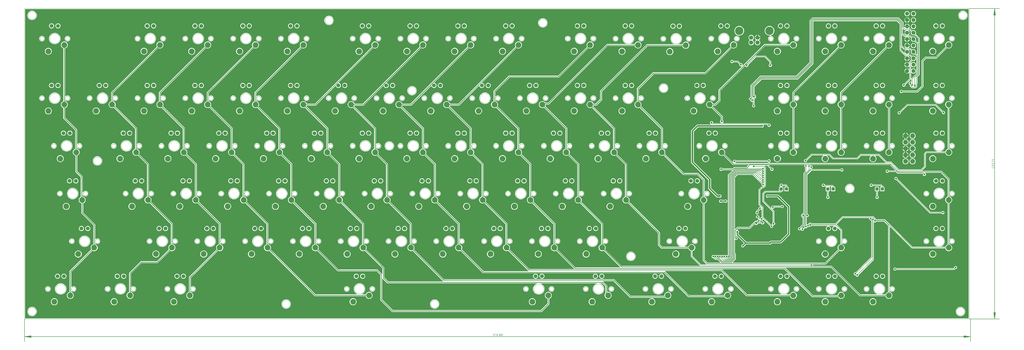
<source format=gtl>
G04 EAGLE Gerber X2 export*
%TF.Part,Single*%
%TF.FileFunction,Other,Top Copper*%
%TF.FilePolarity,Positive*%
%TF.GenerationSoftware,Autodesk,EAGLE,8.6.0*%
%TF.CreationDate,2018-02-08T03:27:37Z*%
G75*
%MOMM*%
%FSLAX34Y34*%
%LPD*%
%AMOC8*
5,1,8,0,0,1.08239X$1,22.5*%
G01*
%ADD10C,0.000000*%
%ADD11C,0.130000*%
%ADD12C,0.076200*%
%ADD13C,1.676400*%
%ADD14C,3.302000*%
%ADD15C,2.250000*%
%ADD16C,1.508000*%
%ADD17R,1.200000X1.200000*%
%ADD18P,1.649562X8X292.500000*%
%ADD19C,1.879600*%
%ADD20C,0.706400*%
%ADD21C,0.508000*%
%ADD22C,0.254000*%
%ADD23C,0.838200*%
%ADD24C,0.609600*%
%ADD25C,0.152400*%
%ADD26C,0.756400*%
%ADD27C,0.431800*%

G36*
X3751718Y2544D02*
X3751718Y2544D01*
X3751737Y2542D01*
X3751839Y2564D01*
X3751941Y2580D01*
X3751958Y2590D01*
X3751978Y2594D01*
X3752067Y2647D01*
X3752158Y2696D01*
X3752172Y2710D01*
X3752189Y2720D01*
X3752256Y2799D01*
X3752328Y2874D01*
X3752336Y2892D01*
X3752349Y2907D01*
X3752388Y3003D01*
X3752431Y3097D01*
X3752433Y3117D01*
X3752441Y3135D01*
X3752459Y3302D01*
X3752459Y1234198D01*
X3752456Y1234218D01*
X3752458Y1234237D01*
X3752436Y1234339D01*
X3752420Y1234441D01*
X3752410Y1234458D01*
X3752406Y1234478D01*
X3752353Y1234567D01*
X3752304Y1234658D01*
X3752290Y1234672D01*
X3752280Y1234689D01*
X3752201Y1234756D01*
X3752126Y1234828D01*
X3752108Y1234836D01*
X3752093Y1234849D01*
X3751997Y1234888D01*
X3751903Y1234931D01*
X3751883Y1234933D01*
X3751865Y1234941D01*
X3751698Y1234959D01*
X3302Y1234959D01*
X3282Y1234956D01*
X3263Y1234958D01*
X3161Y1234936D01*
X3059Y1234920D01*
X3042Y1234910D01*
X3022Y1234906D01*
X2933Y1234853D01*
X2842Y1234804D01*
X2828Y1234790D01*
X2811Y1234780D01*
X2744Y1234701D01*
X2672Y1234626D01*
X2664Y1234608D01*
X2651Y1234593D01*
X2612Y1234497D01*
X2569Y1234403D01*
X2567Y1234383D01*
X2559Y1234365D01*
X2541Y1234198D01*
X2541Y3302D01*
X2544Y3282D01*
X2542Y3263D01*
X2564Y3161D01*
X2580Y3059D01*
X2590Y3042D01*
X2594Y3022D01*
X2647Y2933D01*
X2696Y2842D01*
X2710Y2828D01*
X2720Y2811D01*
X2799Y2744D01*
X2874Y2672D01*
X2892Y2664D01*
X2907Y2651D01*
X3003Y2612D01*
X3097Y2569D01*
X3117Y2567D01*
X3135Y2559D01*
X3302Y2541D01*
X3751698Y2541D01*
X3751718Y2544D01*
G37*
%LPC*%
G36*
X2791607Y80809D02*
X2791607Y80809D01*
X2786538Y82909D01*
X2782659Y86788D01*
X2782505Y87159D01*
X2782444Y87259D01*
X2782384Y87359D01*
X2782379Y87363D01*
X2782375Y87368D01*
X2782285Y87443D01*
X2782197Y87519D01*
X2782191Y87521D01*
X2782186Y87525D01*
X2782078Y87567D01*
X2781968Y87611D01*
X2781961Y87612D01*
X2781956Y87613D01*
X2781938Y87614D01*
X2781802Y87629D01*
X2638117Y87629D01*
X2543089Y182656D01*
X2543016Y182709D01*
X2542946Y182769D01*
X2542916Y182781D01*
X2542890Y182800D01*
X2542803Y182827D01*
X2542718Y182861D01*
X2542677Y182865D01*
X2542655Y182872D01*
X2542622Y182871D01*
X2542551Y182879D01*
X1821932Y182879D01*
X1819476Y185334D01*
X1732704Y272107D01*
X1732609Y272175D01*
X1732515Y272245D01*
X1732509Y272247D01*
X1732504Y272250D01*
X1732393Y272285D01*
X1732281Y272321D01*
X1732275Y272321D01*
X1732269Y272323D01*
X1732152Y272320D01*
X1732035Y272319D01*
X1732028Y272317D01*
X1732023Y272316D01*
X1732006Y272310D01*
X1731874Y272272D01*
X1728343Y270809D01*
X1722857Y270809D01*
X1717788Y272909D01*
X1713909Y276788D01*
X1711809Y281857D01*
X1711809Y287343D01*
X1713909Y292412D01*
X1717788Y296291D01*
X1721319Y297754D01*
X1721419Y297815D01*
X1721519Y297875D01*
X1721523Y297880D01*
X1721528Y297883D01*
X1721603Y297974D01*
X1721679Y298062D01*
X1721681Y298068D01*
X1721685Y298073D01*
X1721727Y298181D01*
X1721771Y298290D01*
X1721772Y298298D01*
X1721773Y298303D01*
X1721774Y298321D01*
X1721789Y298457D01*
X1721789Y377706D01*
X1721775Y377796D01*
X1721767Y377887D01*
X1721755Y377917D01*
X1721750Y377949D01*
X1721707Y378030D01*
X1721671Y378114D01*
X1721645Y378146D01*
X1721634Y378166D01*
X1721611Y378189D01*
X1721566Y378244D01*
X1637704Y462107D01*
X1637610Y462174D01*
X1637515Y462245D01*
X1637509Y462247D01*
X1637504Y462250D01*
X1637393Y462285D01*
X1637281Y462321D01*
X1637275Y462321D01*
X1637269Y462323D01*
X1637152Y462320D01*
X1637035Y462319D01*
X1637028Y462317D01*
X1637023Y462316D01*
X1637006Y462310D01*
X1636874Y462272D01*
X1633343Y460809D01*
X1627857Y460809D01*
X1622788Y462909D01*
X1618909Y466788D01*
X1616809Y471857D01*
X1616809Y477343D01*
X1618909Y482412D01*
X1622788Y486291D01*
X1626319Y487754D01*
X1626419Y487815D01*
X1626519Y487875D01*
X1626523Y487880D01*
X1626528Y487883D01*
X1626603Y487974D01*
X1626679Y488062D01*
X1626681Y488068D01*
X1626685Y488073D01*
X1626727Y488181D01*
X1626771Y488290D01*
X1626772Y488298D01*
X1626773Y488303D01*
X1626774Y488321D01*
X1626789Y488457D01*
X1626789Y615206D01*
X1626775Y615296D01*
X1626767Y615387D01*
X1626755Y615417D01*
X1626750Y615449D01*
X1626707Y615530D01*
X1626671Y615614D01*
X1626645Y615646D01*
X1626634Y615666D01*
X1626611Y615689D01*
X1626566Y615744D01*
X1590204Y652107D01*
X1590110Y652174D01*
X1590015Y652245D01*
X1590009Y652247D01*
X1590004Y652250D01*
X1589893Y652285D01*
X1589781Y652321D01*
X1589775Y652321D01*
X1589769Y652323D01*
X1589652Y652320D01*
X1589535Y652319D01*
X1589528Y652317D01*
X1589523Y652316D01*
X1589506Y652310D01*
X1589374Y652272D01*
X1585843Y650809D01*
X1580357Y650809D01*
X1575288Y652909D01*
X1571409Y656788D01*
X1569309Y661857D01*
X1569309Y667343D01*
X1571409Y672412D01*
X1575288Y676291D01*
X1578819Y677754D01*
X1578919Y677815D01*
X1579019Y677875D01*
X1579023Y677880D01*
X1579028Y677883D01*
X1579103Y677974D01*
X1579179Y678062D01*
X1579181Y678068D01*
X1579185Y678073D01*
X1579227Y678181D01*
X1579271Y678290D01*
X1579272Y678298D01*
X1579273Y678303D01*
X1579274Y678321D01*
X1579289Y678457D01*
X1579289Y757706D01*
X1579286Y757724D01*
X1579288Y757740D01*
X1579274Y757807D01*
X1579267Y757887D01*
X1579255Y757917D01*
X1579250Y757949D01*
X1579238Y757970D01*
X1579236Y757981D01*
X1579208Y758027D01*
X1579207Y758030D01*
X1579171Y758114D01*
X1579145Y758146D01*
X1579134Y758166D01*
X1579112Y758187D01*
X1579110Y758192D01*
X1579106Y758195D01*
X1579066Y758244D01*
X1495204Y842107D01*
X1495110Y842174D01*
X1495015Y842245D01*
X1495009Y842247D01*
X1495004Y842250D01*
X1494893Y842285D01*
X1494781Y842321D01*
X1494775Y842321D01*
X1494769Y842323D01*
X1494652Y842320D01*
X1494535Y842319D01*
X1494528Y842317D01*
X1494523Y842316D01*
X1494506Y842310D01*
X1494374Y842272D01*
X1490843Y840809D01*
X1485357Y840809D01*
X1480288Y842909D01*
X1476409Y846788D01*
X1474309Y851857D01*
X1474309Y857343D01*
X1476409Y862412D01*
X1480288Y866291D01*
X1485357Y868391D01*
X1490843Y868391D01*
X1495912Y866291D01*
X1499791Y862412D01*
X1501254Y858881D01*
X1501315Y858781D01*
X1501375Y858681D01*
X1501380Y858677D01*
X1501383Y858672D01*
X1501474Y858597D01*
X1501562Y858521D01*
X1501568Y858519D01*
X1501573Y858515D01*
X1501681Y858473D01*
X1501790Y858429D01*
X1501798Y858428D01*
X1501803Y858427D01*
X1501821Y858426D01*
X1501957Y858411D01*
X1533706Y858411D01*
X1533796Y858425D01*
X1533887Y858433D01*
X1533917Y858445D01*
X1533949Y858450D01*
X1534030Y858493D01*
X1534114Y858529D01*
X1534146Y858555D01*
X1534166Y858566D01*
X1534189Y858589D01*
X1534244Y858634D01*
X1760607Y1084996D01*
X1760675Y1085091D01*
X1760745Y1085185D01*
X1760747Y1085191D01*
X1760750Y1085196D01*
X1760785Y1085307D01*
X1760821Y1085419D01*
X1760821Y1085425D01*
X1760823Y1085431D01*
X1760820Y1085548D01*
X1760819Y1085665D01*
X1760817Y1085672D01*
X1760816Y1085677D01*
X1760810Y1085694D01*
X1760772Y1085826D01*
X1759309Y1089357D01*
X1759309Y1094843D01*
X1761409Y1099912D01*
X1765288Y1103791D01*
X1770357Y1105891D01*
X1775843Y1105891D01*
X1780912Y1103791D01*
X1784791Y1099912D01*
X1786891Y1094843D01*
X1786891Y1089357D01*
X1784791Y1084288D01*
X1780912Y1080409D01*
X1775843Y1078309D01*
X1770357Y1078309D01*
X1766826Y1079772D01*
X1766712Y1079799D01*
X1766599Y1079827D01*
X1766592Y1079827D01*
X1766586Y1079828D01*
X1766470Y1079817D01*
X1766353Y1079808D01*
X1766348Y1079806D01*
X1766341Y1079805D01*
X1766234Y1079757D01*
X1766127Y1079712D01*
X1766121Y1079707D01*
X1766117Y1079705D01*
X1766103Y1079692D01*
X1765996Y1079607D01*
X1628569Y942180D01*
X1628528Y942122D01*
X1628478Y942070D01*
X1628456Y942023D01*
X1628426Y941981D01*
X1628405Y941912D01*
X1628375Y941847D01*
X1628369Y941795D01*
X1628354Y941745D01*
X1628355Y941674D01*
X1628348Y941603D01*
X1628359Y941552D01*
X1628360Y941500D01*
X1628385Y941432D01*
X1628400Y941362D01*
X1628426Y941318D01*
X1628444Y941269D01*
X1628489Y941213D01*
X1628526Y941151D01*
X1628566Y941117D01*
X1628598Y941077D01*
X1628658Y941038D01*
X1628713Y940991D01*
X1628761Y940972D01*
X1628805Y940944D01*
X1628874Y940926D01*
X1628941Y940899D01*
X1629012Y940891D01*
X1629044Y940883D01*
X1629067Y940885D01*
X1629108Y940881D01*
X1629305Y940881D01*
X1633010Y939346D01*
X1635846Y936510D01*
X1637381Y932805D01*
X1637381Y928795D01*
X1635846Y925090D01*
X1633010Y922254D01*
X1629305Y920719D01*
X1625295Y920719D01*
X1621590Y922254D01*
X1618754Y925090D01*
X1617219Y928795D01*
X1617219Y928992D01*
X1617217Y929008D01*
X1617218Y929021D01*
X1617207Y929071D01*
X1617206Y929135D01*
X1617188Y929184D01*
X1617180Y929235D01*
X1617166Y929260D01*
X1617166Y929262D01*
X1617160Y929271D01*
X1617146Y929298D01*
X1617121Y929366D01*
X1617089Y929406D01*
X1617064Y929452D01*
X1617012Y929502D01*
X1616968Y929558D01*
X1616924Y929586D01*
X1616886Y929622D01*
X1616821Y929652D01*
X1616761Y929691D01*
X1616710Y929703D01*
X1616663Y929725D01*
X1616592Y929733D01*
X1616522Y929751D01*
X1616470Y929747D01*
X1616419Y929752D01*
X1616348Y929737D01*
X1616277Y929732D01*
X1616229Y929711D01*
X1616178Y929700D01*
X1616117Y929663D01*
X1616051Y929635D01*
X1616001Y929595D01*
X1615988Y929588D01*
X1615983Y929584D01*
X1615967Y929574D01*
X1615952Y929556D01*
X1615920Y929531D01*
X1539634Y853244D01*
X1537178Y850789D01*
X1501957Y850789D01*
X1501842Y850770D01*
X1501726Y850753D01*
X1501721Y850751D01*
X1501714Y850750D01*
X1501612Y850695D01*
X1501507Y850642D01*
X1501503Y850637D01*
X1501497Y850634D01*
X1501417Y850550D01*
X1501335Y850466D01*
X1501331Y850460D01*
X1501328Y850456D01*
X1501320Y850439D01*
X1501254Y850319D01*
X1500428Y848326D01*
X1500401Y848212D01*
X1500373Y848099D01*
X1500373Y848092D01*
X1500372Y848086D01*
X1500383Y847970D01*
X1500392Y847853D01*
X1500394Y847848D01*
X1500395Y847841D01*
X1500443Y847734D01*
X1500488Y847627D01*
X1500493Y847621D01*
X1500495Y847617D01*
X1500508Y847603D01*
X1500593Y847496D01*
X1586911Y761178D01*
X1586911Y698562D01*
X1586922Y698492D01*
X1586924Y698420D01*
X1586942Y698371D01*
X1586950Y698320D01*
X1586984Y698256D01*
X1587009Y698189D01*
X1587041Y698148D01*
X1587066Y698102D01*
X1587118Y698053D01*
X1587162Y697997D01*
X1587206Y697969D01*
X1587244Y697933D01*
X1587309Y697903D01*
X1587369Y697864D01*
X1587420Y697851D01*
X1587467Y697829D01*
X1587538Y697821D01*
X1587608Y697804D01*
X1587660Y697808D01*
X1587711Y697802D01*
X1587782Y697818D01*
X1587853Y697823D01*
X1587901Y697843D01*
X1587952Y697855D01*
X1588013Y697891D01*
X1588079Y697919D01*
X1588135Y697964D01*
X1588163Y697981D01*
X1588178Y697998D01*
X1588210Y698024D01*
X1589546Y699360D01*
X1593604Y701041D01*
X1597996Y701041D01*
X1602054Y699360D01*
X1605160Y696254D01*
X1606841Y692196D01*
X1606841Y687804D01*
X1605160Y683746D01*
X1602054Y680640D01*
X1597996Y678959D01*
X1593604Y678959D01*
X1589546Y680640D01*
X1588210Y681976D01*
X1588152Y682018D01*
X1588100Y682067D01*
X1588053Y682089D01*
X1588011Y682119D01*
X1587942Y682140D01*
X1587877Y682171D01*
X1587825Y682176D01*
X1587775Y682192D01*
X1587704Y682190D01*
X1587633Y682198D01*
X1587582Y682187D01*
X1587530Y682185D01*
X1587462Y682161D01*
X1587392Y682145D01*
X1587347Y682119D01*
X1587299Y682101D01*
X1587243Y682056D01*
X1587181Y682019D01*
X1587147Y681980D01*
X1587107Y681947D01*
X1587068Y681887D01*
X1587021Y681832D01*
X1587002Y681784D01*
X1586974Y681740D01*
X1586956Y681671D01*
X1586929Y681604D01*
X1586921Y681533D01*
X1586913Y681502D01*
X1586915Y681478D01*
X1586911Y681438D01*
X1586911Y678457D01*
X1586930Y678342D01*
X1586947Y678226D01*
X1586949Y678221D01*
X1586950Y678214D01*
X1587005Y678112D01*
X1587058Y678007D01*
X1587063Y678003D01*
X1587066Y677997D01*
X1587150Y677917D01*
X1587234Y677835D01*
X1587240Y677831D01*
X1587244Y677828D01*
X1587261Y677820D01*
X1587381Y677754D01*
X1590912Y676291D01*
X1594791Y672412D01*
X1596891Y667343D01*
X1596891Y661857D01*
X1595428Y658326D01*
X1595401Y658212D01*
X1595373Y658099D01*
X1595373Y658092D01*
X1595372Y658086D01*
X1595383Y657970D01*
X1595392Y657853D01*
X1595394Y657848D01*
X1595395Y657841D01*
X1595443Y657734D01*
X1595488Y657627D01*
X1595493Y657621D01*
X1595495Y657617D01*
X1595508Y657603D01*
X1595593Y657496D01*
X1634411Y618678D01*
X1634411Y508562D01*
X1634422Y508492D01*
X1634424Y508420D01*
X1634442Y508371D01*
X1634450Y508320D01*
X1634484Y508256D01*
X1634509Y508189D01*
X1634541Y508148D01*
X1634566Y508102D01*
X1634618Y508053D01*
X1634662Y507997D01*
X1634706Y507969D01*
X1634744Y507933D01*
X1634809Y507903D01*
X1634869Y507864D01*
X1634920Y507851D01*
X1634967Y507829D01*
X1635038Y507821D01*
X1635108Y507804D01*
X1635160Y507808D01*
X1635211Y507802D01*
X1635282Y507818D01*
X1635353Y507823D01*
X1635401Y507843D01*
X1635452Y507855D01*
X1635513Y507891D01*
X1635579Y507919D01*
X1635635Y507964D01*
X1635663Y507981D01*
X1635678Y507998D01*
X1635710Y508024D01*
X1637046Y509360D01*
X1641104Y511041D01*
X1645496Y511041D01*
X1649554Y509360D01*
X1652660Y506254D01*
X1654341Y502196D01*
X1654341Y497804D01*
X1652660Y493746D01*
X1649554Y490640D01*
X1645496Y488959D01*
X1641104Y488959D01*
X1637046Y490640D01*
X1635710Y491976D01*
X1635652Y492018D01*
X1635600Y492067D01*
X1635553Y492089D01*
X1635511Y492119D01*
X1635442Y492140D01*
X1635377Y492171D01*
X1635325Y492176D01*
X1635275Y492192D01*
X1635204Y492190D01*
X1635133Y492198D01*
X1635082Y492187D01*
X1635030Y492185D01*
X1634962Y492161D01*
X1634892Y492145D01*
X1634847Y492119D01*
X1634799Y492101D01*
X1634743Y492056D01*
X1634681Y492019D01*
X1634647Y491980D01*
X1634607Y491947D01*
X1634568Y491887D01*
X1634521Y491832D01*
X1634502Y491784D01*
X1634474Y491740D01*
X1634456Y491671D01*
X1634429Y491604D01*
X1634421Y491533D01*
X1634413Y491502D01*
X1634415Y491478D01*
X1634411Y491438D01*
X1634411Y488457D01*
X1634430Y488342D01*
X1634447Y488226D01*
X1634449Y488221D01*
X1634450Y488214D01*
X1634505Y488112D01*
X1634558Y488007D01*
X1634563Y488003D01*
X1634566Y487997D01*
X1634650Y487917D01*
X1634734Y487835D01*
X1634740Y487831D01*
X1634744Y487828D01*
X1634761Y487820D01*
X1634881Y487754D01*
X1638412Y486291D01*
X1642291Y482412D01*
X1644391Y477343D01*
X1644391Y471857D01*
X1642928Y468326D01*
X1642901Y468212D01*
X1642873Y468099D01*
X1642873Y468092D01*
X1642872Y468086D01*
X1642883Y467970D01*
X1642892Y467853D01*
X1642894Y467848D01*
X1642895Y467841D01*
X1642943Y467734D01*
X1642988Y467627D01*
X1642993Y467621D01*
X1642995Y467617D01*
X1643008Y467603D01*
X1643093Y467496D01*
X1729411Y381178D01*
X1729411Y318562D01*
X1729422Y318492D01*
X1729424Y318420D01*
X1729442Y318371D01*
X1729450Y318320D01*
X1729484Y318256D01*
X1729509Y318189D01*
X1729541Y318148D01*
X1729566Y318102D01*
X1729618Y318053D01*
X1729662Y317997D01*
X1729706Y317969D01*
X1729744Y317933D01*
X1729809Y317903D01*
X1729869Y317864D01*
X1729920Y317851D01*
X1729967Y317829D01*
X1730038Y317821D01*
X1730108Y317804D01*
X1730160Y317808D01*
X1730211Y317802D01*
X1730282Y317818D01*
X1730353Y317823D01*
X1730401Y317843D01*
X1730452Y317855D01*
X1730513Y317891D01*
X1730579Y317919D01*
X1730635Y317964D01*
X1730663Y317981D01*
X1730678Y317998D01*
X1730710Y318024D01*
X1732046Y319360D01*
X1736104Y321041D01*
X1740496Y321041D01*
X1744554Y319360D01*
X1747660Y316254D01*
X1749341Y312196D01*
X1749341Y307804D01*
X1747660Y303746D01*
X1744554Y300640D01*
X1740496Y298959D01*
X1736104Y298959D01*
X1732046Y300640D01*
X1730710Y301976D01*
X1730652Y302018D01*
X1730600Y302067D01*
X1730553Y302089D01*
X1730511Y302119D01*
X1730442Y302140D01*
X1730377Y302171D01*
X1730325Y302176D01*
X1730275Y302192D01*
X1730204Y302190D01*
X1730133Y302198D01*
X1730082Y302187D01*
X1730030Y302185D01*
X1729962Y302161D01*
X1729892Y302145D01*
X1729847Y302119D01*
X1729799Y302101D01*
X1729743Y302056D01*
X1729681Y302019D01*
X1729647Y301980D01*
X1729607Y301947D01*
X1729568Y301887D01*
X1729521Y301832D01*
X1729502Y301784D01*
X1729474Y301740D01*
X1729456Y301671D01*
X1729429Y301604D01*
X1729421Y301533D01*
X1729413Y301502D01*
X1729415Y301478D01*
X1729411Y301438D01*
X1729411Y298457D01*
X1729430Y298342D01*
X1729447Y298226D01*
X1729449Y298221D01*
X1729450Y298214D01*
X1729505Y298111D01*
X1729558Y298007D01*
X1729563Y298003D01*
X1729566Y297997D01*
X1729650Y297917D01*
X1729734Y297835D01*
X1729740Y297831D01*
X1729744Y297828D01*
X1729761Y297820D01*
X1729881Y297754D01*
X1733412Y296291D01*
X1737291Y292412D01*
X1739391Y287343D01*
X1739391Y281857D01*
X1737928Y278326D01*
X1737901Y278212D01*
X1737873Y278099D01*
X1737873Y278092D01*
X1737872Y278086D01*
X1737883Y277970D01*
X1737892Y277853D01*
X1737894Y277848D01*
X1737895Y277841D01*
X1737943Y277734D01*
X1737988Y277627D01*
X1737993Y277621D01*
X1737995Y277617D01*
X1738008Y277603D01*
X1738093Y277496D01*
X1824866Y190724D01*
X1824939Y190671D01*
X1825009Y190611D01*
X1825039Y190599D01*
X1825065Y190580D01*
X1825152Y190553D01*
X1825237Y190519D01*
X1825278Y190515D01*
X1825300Y190508D01*
X1825333Y190509D01*
X1825404Y190501D01*
X2002472Y190501D01*
X2002543Y190512D01*
X2002615Y190514D01*
X2002664Y190532D01*
X2002715Y190540D01*
X2002778Y190574D01*
X2002846Y190599D01*
X2002886Y190631D01*
X2002932Y190656D01*
X2002982Y190708D01*
X2003038Y190752D01*
X2003066Y190796D01*
X2003102Y190834D01*
X2003132Y190899D01*
X2003171Y190959D01*
X2003183Y191010D01*
X2003205Y191057D01*
X2003213Y191128D01*
X2003231Y191198D01*
X2003227Y191250D01*
X2003232Y191301D01*
X2003217Y191372D01*
X2003212Y191443D01*
X2003191Y191491D01*
X2003180Y191542D01*
X2003143Y191603D01*
X2003115Y191669D01*
X2003071Y191725D01*
X2003054Y191753D01*
X2003036Y191768D01*
X2003011Y191800D01*
X2000586Y194224D01*
X1922704Y272107D01*
X1922610Y272174D01*
X1922515Y272245D01*
X1922509Y272247D01*
X1922504Y272250D01*
X1922393Y272285D01*
X1922281Y272321D01*
X1922275Y272321D01*
X1922269Y272323D01*
X1922152Y272320D01*
X1922035Y272319D01*
X1922028Y272317D01*
X1922023Y272316D01*
X1922006Y272310D01*
X1921874Y272272D01*
X1918343Y270809D01*
X1912857Y270809D01*
X1907788Y272909D01*
X1903909Y276788D01*
X1901809Y281857D01*
X1901809Y287343D01*
X1903909Y292412D01*
X1907788Y296291D01*
X1911319Y297754D01*
X1911419Y297815D01*
X1911519Y297875D01*
X1911523Y297880D01*
X1911528Y297883D01*
X1911603Y297974D01*
X1911679Y298062D01*
X1911681Y298068D01*
X1911685Y298073D01*
X1911727Y298181D01*
X1911771Y298290D01*
X1911772Y298298D01*
X1911773Y298303D01*
X1911774Y298321D01*
X1911789Y298457D01*
X1911789Y377706D01*
X1911775Y377796D01*
X1911767Y377887D01*
X1911755Y377917D01*
X1911750Y377949D01*
X1911707Y378030D01*
X1911671Y378114D01*
X1911645Y378146D01*
X1911634Y378166D01*
X1911611Y378189D01*
X1911566Y378244D01*
X1827704Y462107D01*
X1827610Y462174D01*
X1827515Y462245D01*
X1827509Y462247D01*
X1827504Y462250D01*
X1827393Y462285D01*
X1827281Y462321D01*
X1827275Y462321D01*
X1827269Y462323D01*
X1827152Y462320D01*
X1827035Y462319D01*
X1827028Y462317D01*
X1827023Y462316D01*
X1827006Y462310D01*
X1826874Y462272D01*
X1823343Y460809D01*
X1817857Y460809D01*
X1812788Y462909D01*
X1808909Y466788D01*
X1806809Y471857D01*
X1806809Y477343D01*
X1808909Y482412D01*
X1812788Y486291D01*
X1816319Y487754D01*
X1816419Y487815D01*
X1816519Y487875D01*
X1816523Y487880D01*
X1816528Y487883D01*
X1816603Y487974D01*
X1816679Y488062D01*
X1816681Y488068D01*
X1816685Y488073D01*
X1816727Y488181D01*
X1816771Y488290D01*
X1816772Y488298D01*
X1816773Y488303D01*
X1816774Y488321D01*
X1816789Y488457D01*
X1816789Y615206D01*
X1816775Y615296D01*
X1816767Y615387D01*
X1816755Y615417D01*
X1816750Y615449D01*
X1816707Y615530D01*
X1816671Y615614D01*
X1816645Y615646D01*
X1816634Y615666D01*
X1816611Y615689D01*
X1816566Y615744D01*
X1780204Y652107D01*
X1780109Y652175D01*
X1780015Y652245D01*
X1780009Y652247D01*
X1780004Y652250D01*
X1779893Y652285D01*
X1779781Y652321D01*
X1779775Y652321D01*
X1779769Y652323D01*
X1779652Y652320D01*
X1779535Y652319D01*
X1779528Y652317D01*
X1779523Y652316D01*
X1779506Y652310D01*
X1779374Y652272D01*
X1775843Y650809D01*
X1770357Y650809D01*
X1765288Y652909D01*
X1761409Y656788D01*
X1759309Y661857D01*
X1759309Y667343D01*
X1761409Y672412D01*
X1765288Y676291D01*
X1768819Y677754D01*
X1768919Y677815D01*
X1769019Y677875D01*
X1769023Y677880D01*
X1769028Y677883D01*
X1769103Y677974D01*
X1769179Y678062D01*
X1769181Y678068D01*
X1769185Y678073D01*
X1769227Y678181D01*
X1769271Y678290D01*
X1769272Y678298D01*
X1769273Y678303D01*
X1769274Y678321D01*
X1769289Y678457D01*
X1769289Y757706D01*
X1769286Y757724D01*
X1769288Y757740D01*
X1769274Y757807D01*
X1769267Y757887D01*
X1769255Y757917D01*
X1769250Y757949D01*
X1769238Y757970D01*
X1769236Y757981D01*
X1769208Y758027D01*
X1769207Y758030D01*
X1769171Y758114D01*
X1769145Y758146D01*
X1769134Y758166D01*
X1769112Y758187D01*
X1769110Y758192D01*
X1769106Y758195D01*
X1769066Y758245D01*
X1685204Y842107D01*
X1685110Y842174D01*
X1685015Y842245D01*
X1685009Y842247D01*
X1685004Y842250D01*
X1684893Y842285D01*
X1684781Y842321D01*
X1684775Y842321D01*
X1684769Y842323D01*
X1684652Y842320D01*
X1684535Y842319D01*
X1684528Y842317D01*
X1684523Y842316D01*
X1684506Y842310D01*
X1684374Y842272D01*
X1680843Y840809D01*
X1675357Y840809D01*
X1670288Y842909D01*
X1666409Y846788D01*
X1664309Y851857D01*
X1664309Y857343D01*
X1666409Y862412D01*
X1670288Y866291D01*
X1675357Y868391D01*
X1680843Y868391D01*
X1685912Y866291D01*
X1689791Y862412D01*
X1691254Y858881D01*
X1691315Y858781D01*
X1691375Y858681D01*
X1691380Y858677D01*
X1691383Y858672D01*
X1691474Y858597D01*
X1691562Y858521D01*
X1691568Y858519D01*
X1691573Y858515D01*
X1691681Y858473D01*
X1691790Y858429D01*
X1691798Y858428D01*
X1691803Y858427D01*
X1691821Y858426D01*
X1691957Y858411D01*
X1723706Y858411D01*
X1723796Y858425D01*
X1723887Y858433D01*
X1723917Y858445D01*
X1723949Y858450D01*
X1724030Y858493D01*
X1724114Y858529D01*
X1724146Y858555D01*
X1724166Y858566D01*
X1724189Y858589D01*
X1724244Y858634D01*
X1950607Y1084996D01*
X1950674Y1085090D01*
X1950745Y1085185D01*
X1950747Y1085191D01*
X1950750Y1085196D01*
X1950785Y1085307D01*
X1950821Y1085419D01*
X1950821Y1085425D01*
X1950823Y1085431D01*
X1950820Y1085548D01*
X1950819Y1085665D01*
X1950817Y1085672D01*
X1950816Y1085677D01*
X1950810Y1085694D01*
X1950772Y1085826D01*
X1949309Y1089357D01*
X1949309Y1094843D01*
X1951409Y1099912D01*
X1955288Y1103791D01*
X1960357Y1105891D01*
X1965843Y1105891D01*
X1970912Y1103791D01*
X1974791Y1099912D01*
X1976891Y1094843D01*
X1976891Y1089357D01*
X1974791Y1084288D01*
X1970912Y1080409D01*
X1965843Y1078309D01*
X1960357Y1078309D01*
X1956826Y1079772D01*
X1956712Y1079799D01*
X1956599Y1079827D01*
X1956592Y1079827D01*
X1956586Y1079828D01*
X1956470Y1079817D01*
X1956353Y1079808D01*
X1956348Y1079806D01*
X1956341Y1079805D01*
X1956234Y1079757D01*
X1956127Y1079712D01*
X1956121Y1079707D01*
X1956117Y1079705D01*
X1956103Y1079692D01*
X1955996Y1079607D01*
X1818569Y942180D01*
X1818528Y942122D01*
X1818478Y942070D01*
X1818456Y942023D01*
X1818426Y941981D01*
X1818405Y941912D01*
X1818375Y941847D01*
X1818369Y941795D01*
X1818354Y941745D01*
X1818355Y941674D01*
X1818348Y941603D01*
X1818359Y941552D01*
X1818360Y941500D01*
X1818385Y941432D01*
X1818400Y941362D01*
X1818426Y941318D01*
X1818444Y941269D01*
X1818489Y941213D01*
X1818526Y941151D01*
X1818566Y941117D01*
X1818598Y941077D01*
X1818658Y941038D01*
X1818713Y940991D01*
X1818761Y940972D01*
X1818805Y940944D01*
X1818874Y940926D01*
X1818941Y940899D01*
X1819012Y940891D01*
X1819044Y940883D01*
X1819067Y940885D01*
X1819108Y940881D01*
X1819305Y940881D01*
X1823010Y939346D01*
X1825846Y936510D01*
X1827381Y932805D01*
X1827381Y928795D01*
X1825846Y925090D01*
X1823010Y922254D01*
X1819305Y920719D01*
X1815295Y920719D01*
X1811590Y922254D01*
X1808754Y925090D01*
X1807219Y928795D01*
X1807219Y928992D01*
X1807217Y929008D01*
X1807218Y929021D01*
X1807207Y929071D01*
X1807206Y929135D01*
X1807188Y929184D01*
X1807180Y929235D01*
X1807166Y929260D01*
X1807166Y929262D01*
X1807160Y929271D01*
X1807146Y929298D01*
X1807121Y929366D01*
X1807089Y929406D01*
X1807064Y929452D01*
X1807012Y929502D01*
X1806968Y929558D01*
X1806924Y929586D01*
X1806886Y929622D01*
X1806821Y929652D01*
X1806761Y929691D01*
X1806710Y929703D01*
X1806663Y929725D01*
X1806592Y929733D01*
X1806522Y929751D01*
X1806470Y929747D01*
X1806419Y929752D01*
X1806348Y929737D01*
X1806277Y929732D01*
X1806229Y929711D01*
X1806178Y929700D01*
X1806117Y929663D01*
X1806051Y929635D01*
X1806001Y929595D01*
X1805988Y929588D01*
X1805983Y929584D01*
X1805967Y929574D01*
X1805952Y929556D01*
X1805920Y929531D01*
X1727178Y850789D01*
X1691957Y850789D01*
X1691842Y850770D01*
X1691726Y850753D01*
X1691721Y850751D01*
X1691714Y850750D01*
X1691612Y850695D01*
X1691507Y850642D01*
X1691503Y850637D01*
X1691497Y850634D01*
X1691417Y850550D01*
X1691335Y850466D01*
X1691331Y850460D01*
X1691328Y850456D01*
X1691320Y850439D01*
X1691254Y850319D01*
X1690428Y848326D01*
X1690401Y848212D01*
X1690373Y848099D01*
X1690373Y848092D01*
X1690372Y848086D01*
X1690383Y847970D01*
X1690392Y847853D01*
X1690394Y847848D01*
X1690395Y847841D01*
X1690443Y847734D01*
X1690488Y847627D01*
X1690493Y847621D01*
X1690495Y847617D01*
X1690508Y847603D01*
X1690593Y847496D01*
X1774455Y763634D01*
X1774456Y763634D01*
X1776911Y761178D01*
X1776911Y698562D01*
X1776922Y698492D01*
X1776924Y698420D01*
X1776942Y698371D01*
X1776950Y698320D01*
X1776984Y698256D01*
X1777009Y698189D01*
X1777041Y698148D01*
X1777066Y698102D01*
X1777118Y698053D01*
X1777162Y697997D01*
X1777206Y697969D01*
X1777244Y697933D01*
X1777309Y697903D01*
X1777369Y697864D01*
X1777420Y697851D01*
X1777467Y697829D01*
X1777538Y697821D01*
X1777608Y697804D01*
X1777660Y697808D01*
X1777711Y697802D01*
X1777782Y697818D01*
X1777853Y697823D01*
X1777901Y697843D01*
X1777952Y697855D01*
X1778013Y697891D01*
X1778079Y697919D01*
X1778135Y697964D01*
X1778163Y697981D01*
X1778178Y697998D01*
X1778210Y698024D01*
X1779546Y699360D01*
X1783604Y701041D01*
X1787996Y701041D01*
X1792054Y699360D01*
X1795160Y696254D01*
X1796841Y692196D01*
X1796841Y687804D01*
X1795160Y683746D01*
X1792054Y680640D01*
X1787996Y678959D01*
X1783604Y678959D01*
X1779546Y680640D01*
X1778210Y681976D01*
X1778152Y682018D01*
X1778100Y682067D01*
X1778053Y682089D01*
X1778011Y682119D01*
X1777942Y682140D01*
X1777877Y682171D01*
X1777825Y682176D01*
X1777775Y682192D01*
X1777704Y682190D01*
X1777633Y682198D01*
X1777582Y682187D01*
X1777530Y682185D01*
X1777462Y682161D01*
X1777392Y682145D01*
X1777347Y682119D01*
X1777299Y682101D01*
X1777243Y682056D01*
X1777181Y682019D01*
X1777147Y681980D01*
X1777107Y681947D01*
X1777068Y681887D01*
X1777021Y681832D01*
X1777002Y681784D01*
X1776974Y681740D01*
X1776956Y681671D01*
X1776929Y681604D01*
X1776921Y681533D01*
X1776913Y681502D01*
X1776915Y681478D01*
X1776911Y681438D01*
X1776911Y678457D01*
X1776930Y678342D01*
X1776947Y678226D01*
X1776949Y678221D01*
X1776950Y678214D01*
X1777005Y678112D01*
X1777058Y678007D01*
X1777063Y678003D01*
X1777066Y677997D01*
X1777150Y677917D01*
X1777234Y677835D01*
X1777240Y677831D01*
X1777244Y677828D01*
X1777261Y677820D01*
X1777381Y677754D01*
X1780912Y676291D01*
X1784791Y672412D01*
X1786891Y667343D01*
X1786891Y661857D01*
X1785428Y658326D01*
X1785401Y658212D01*
X1785373Y658099D01*
X1785373Y658092D01*
X1785372Y658086D01*
X1785383Y657970D01*
X1785392Y657853D01*
X1785394Y657848D01*
X1785395Y657841D01*
X1785443Y657734D01*
X1785488Y657627D01*
X1785493Y657621D01*
X1785495Y657617D01*
X1785508Y657603D01*
X1785593Y657496D01*
X1821956Y621134D01*
X1824411Y618678D01*
X1824411Y508562D01*
X1824422Y508492D01*
X1824424Y508420D01*
X1824442Y508371D01*
X1824450Y508320D01*
X1824484Y508256D01*
X1824509Y508189D01*
X1824541Y508148D01*
X1824566Y508102D01*
X1824618Y508053D01*
X1824662Y507997D01*
X1824706Y507969D01*
X1824744Y507933D01*
X1824809Y507903D01*
X1824869Y507864D01*
X1824920Y507851D01*
X1824967Y507829D01*
X1825038Y507821D01*
X1825108Y507804D01*
X1825160Y507808D01*
X1825211Y507802D01*
X1825282Y507818D01*
X1825353Y507823D01*
X1825401Y507843D01*
X1825452Y507855D01*
X1825513Y507891D01*
X1825579Y507919D01*
X1825635Y507964D01*
X1825663Y507981D01*
X1825678Y507998D01*
X1825710Y508024D01*
X1827046Y509360D01*
X1831104Y511041D01*
X1835496Y511041D01*
X1839554Y509360D01*
X1842660Y506254D01*
X1844341Y502196D01*
X1844341Y497804D01*
X1842660Y493746D01*
X1839554Y490640D01*
X1835496Y488959D01*
X1831104Y488959D01*
X1827046Y490640D01*
X1825710Y491976D01*
X1825652Y492018D01*
X1825600Y492067D01*
X1825553Y492089D01*
X1825511Y492119D01*
X1825442Y492140D01*
X1825377Y492171D01*
X1825325Y492176D01*
X1825275Y492192D01*
X1825204Y492190D01*
X1825133Y492198D01*
X1825082Y492187D01*
X1825030Y492185D01*
X1824962Y492161D01*
X1824892Y492145D01*
X1824847Y492119D01*
X1824799Y492101D01*
X1824743Y492056D01*
X1824681Y492019D01*
X1824647Y491980D01*
X1824607Y491947D01*
X1824568Y491887D01*
X1824521Y491832D01*
X1824502Y491784D01*
X1824474Y491740D01*
X1824456Y491671D01*
X1824429Y491604D01*
X1824421Y491533D01*
X1824413Y491502D01*
X1824415Y491478D01*
X1824411Y491438D01*
X1824411Y488457D01*
X1824430Y488342D01*
X1824447Y488226D01*
X1824449Y488221D01*
X1824450Y488214D01*
X1824505Y488112D01*
X1824558Y488007D01*
X1824563Y488003D01*
X1824566Y487997D01*
X1824650Y487917D01*
X1824734Y487835D01*
X1824740Y487831D01*
X1824744Y487828D01*
X1824761Y487820D01*
X1824881Y487754D01*
X1828412Y486291D01*
X1832291Y482412D01*
X1834391Y477343D01*
X1834391Y471857D01*
X1832928Y468326D01*
X1832901Y468212D01*
X1832873Y468099D01*
X1832873Y468092D01*
X1832872Y468086D01*
X1832883Y467970D01*
X1832892Y467853D01*
X1832894Y467848D01*
X1832895Y467841D01*
X1832943Y467734D01*
X1832988Y467627D01*
X1832993Y467621D01*
X1832995Y467617D01*
X1833008Y467603D01*
X1833093Y467496D01*
X1919411Y381178D01*
X1919411Y318562D01*
X1919422Y318492D01*
X1919424Y318420D01*
X1919442Y318371D01*
X1919450Y318320D01*
X1919484Y318256D01*
X1919509Y318189D01*
X1919541Y318148D01*
X1919566Y318102D01*
X1919618Y318053D01*
X1919662Y317997D01*
X1919706Y317969D01*
X1919744Y317933D01*
X1919809Y317903D01*
X1919869Y317864D01*
X1919920Y317851D01*
X1919967Y317829D01*
X1920038Y317821D01*
X1920108Y317804D01*
X1920160Y317808D01*
X1920211Y317802D01*
X1920282Y317818D01*
X1920353Y317823D01*
X1920401Y317843D01*
X1920452Y317855D01*
X1920513Y317891D01*
X1920579Y317919D01*
X1920635Y317964D01*
X1920663Y317981D01*
X1920678Y317998D01*
X1920710Y318024D01*
X1922046Y319360D01*
X1926104Y321041D01*
X1930496Y321041D01*
X1934554Y319360D01*
X1937660Y316254D01*
X1939341Y312196D01*
X1939341Y307804D01*
X1937660Y303746D01*
X1934554Y300640D01*
X1930496Y298959D01*
X1926104Y298959D01*
X1922046Y300640D01*
X1920710Y301976D01*
X1920652Y302018D01*
X1920600Y302067D01*
X1920553Y302089D01*
X1920511Y302119D01*
X1920442Y302140D01*
X1920377Y302171D01*
X1920325Y302176D01*
X1920275Y302192D01*
X1920204Y302190D01*
X1920133Y302198D01*
X1920082Y302187D01*
X1920030Y302185D01*
X1919962Y302161D01*
X1919892Y302145D01*
X1919847Y302119D01*
X1919799Y302101D01*
X1919743Y302056D01*
X1919681Y302019D01*
X1919647Y301980D01*
X1919607Y301947D01*
X1919568Y301887D01*
X1919521Y301832D01*
X1919502Y301784D01*
X1919474Y301740D01*
X1919456Y301671D01*
X1919429Y301604D01*
X1919421Y301533D01*
X1919413Y301502D01*
X1919415Y301478D01*
X1919411Y301438D01*
X1919411Y298457D01*
X1919430Y298342D01*
X1919447Y298226D01*
X1919449Y298221D01*
X1919450Y298214D01*
X1919505Y298111D01*
X1919558Y298007D01*
X1919563Y298003D01*
X1919566Y297997D01*
X1919650Y297917D01*
X1919734Y297835D01*
X1919740Y297831D01*
X1919744Y297828D01*
X1919761Y297820D01*
X1919881Y297754D01*
X1923412Y296291D01*
X1927291Y292412D01*
X1929391Y287343D01*
X1929391Y281857D01*
X1927928Y278326D01*
X1927901Y278212D01*
X1927873Y278099D01*
X1927873Y278092D01*
X1927872Y278086D01*
X1927883Y277970D01*
X1927892Y277853D01*
X1927894Y277848D01*
X1927895Y277841D01*
X1927943Y277734D01*
X1927988Y277627D01*
X1927993Y277621D01*
X1927995Y277617D01*
X1928008Y277603D01*
X1928093Y277496D01*
X2005976Y199614D01*
X2006049Y199561D01*
X2006119Y199501D01*
X2006149Y199489D01*
X2006175Y199470D01*
X2006262Y199443D01*
X2006347Y199409D01*
X2006388Y199405D01*
X2006410Y199398D01*
X2006443Y199399D01*
X2006514Y199391D01*
X2183582Y199391D01*
X2183653Y199402D01*
X2183725Y199404D01*
X2183774Y199422D01*
X2183825Y199430D01*
X2183888Y199464D01*
X2183956Y199489D01*
X2183996Y199521D01*
X2184042Y199546D01*
X2184092Y199598D01*
X2184148Y199642D01*
X2184176Y199686D01*
X2184212Y199724D01*
X2184242Y199789D01*
X2184281Y199849D01*
X2184293Y199900D01*
X2184315Y199947D01*
X2184323Y200018D01*
X2184341Y200088D01*
X2184337Y200140D01*
X2184342Y200191D01*
X2184327Y200262D01*
X2184322Y200333D01*
X2184301Y200381D01*
X2184290Y200432D01*
X2184253Y200493D01*
X2184225Y200559D01*
X2184181Y200615D01*
X2184164Y200643D01*
X2184146Y200658D01*
X2184121Y200690D01*
X2112704Y272107D01*
X2112610Y272174D01*
X2112515Y272245D01*
X2112509Y272247D01*
X2112504Y272250D01*
X2112393Y272285D01*
X2112281Y272321D01*
X2112275Y272321D01*
X2112269Y272323D01*
X2112152Y272320D01*
X2112035Y272319D01*
X2112028Y272317D01*
X2112023Y272316D01*
X2112006Y272310D01*
X2111874Y272272D01*
X2108343Y270809D01*
X2102857Y270809D01*
X2097788Y272909D01*
X2093909Y276788D01*
X2091809Y281857D01*
X2091809Y287343D01*
X2093909Y292412D01*
X2097788Y296291D01*
X2101319Y297754D01*
X2101419Y297815D01*
X2101519Y297875D01*
X2101523Y297880D01*
X2101528Y297883D01*
X2101603Y297974D01*
X2101679Y298062D01*
X2101681Y298068D01*
X2101685Y298073D01*
X2101727Y298181D01*
X2101771Y298290D01*
X2101772Y298298D01*
X2101773Y298303D01*
X2101774Y298321D01*
X2101789Y298457D01*
X2101789Y377706D01*
X2101775Y377796D01*
X2101767Y377887D01*
X2101755Y377917D01*
X2101750Y377949D01*
X2101707Y378030D01*
X2101671Y378114D01*
X2101645Y378146D01*
X2101634Y378166D01*
X2101611Y378189D01*
X2101566Y378244D01*
X2017704Y462107D01*
X2017610Y462174D01*
X2017515Y462245D01*
X2017509Y462247D01*
X2017504Y462250D01*
X2017393Y462285D01*
X2017281Y462321D01*
X2017275Y462321D01*
X2017269Y462323D01*
X2017152Y462320D01*
X2017035Y462319D01*
X2017028Y462317D01*
X2017023Y462316D01*
X2017006Y462310D01*
X2016874Y462272D01*
X2013343Y460809D01*
X2007857Y460809D01*
X2002788Y462909D01*
X1998909Y466788D01*
X1996809Y471857D01*
X1996809Y477343D01*
X1998909Y482412D01*
X2002788Y486291D01*
X2006319Y487754D01*
X2006419Y487815D01*
X2006519Y487875D01*
X2006523Y487880D01*
X2006528Y487883D01*
X2006603Y487974D01*
X2006679Y488062D01*
X2006681Y488068D01*
X2006685Y488073D01*
X2006727Y488181D01*
X2006771Y488290D01*
X2006772Y488298D01*
X2006773Y488303D01*
X2006774Y488321D01*
X2006789Y488457D01*
X2006789Y615206D01*
X2006775Y615296D01*
X2006767Y615387D01*
X2006755Y615417D01*
X2006750Y615449D01*
X2006707Y615530D01*
X2006671Y615614D01*
X2006645Y615646D01*
X2006634Y615666D01*
X2006611Y615689D01*
X2006566Y615744D01*
X1970204Y652107D01*
X1970109Y652175D01*
X1970015Y652245D01*
X1970009Y652247D01*
X1970004Y652250D01*
X1969893Y652285D01*
X1969781Y652321D01*
X1969775Y652321D01*
X1969769Y652323D01*
X1969652Y652320D01*
X1969535Y652319D01*
X1969528Y652317D01*
X1969523Y652316D01*
X1969506Y652310D01*
X1969374Y652272D01*
X1965843Y650809D01*
X1960357Y650809D01*
X1955288Y652909D01*
X1951409Y656788D01*
X1949309Y661857D01*
X1949309Y667343D01*
X1951409Y672412D01*
X1955288Y676291D01*
X1958819Y677754D01*
X1958919Y677815D01*
X1959019Y677875D01*
X1959023Y677880D01*
X1959028Y677883D01*
X1959103Y677974D01*
X1959179Y678062D01*
X1959181Y678068D01*
X1959185Y678073D01*
X1959227Y678181D01*
X1959271Y678290D01*
X1959272Y678298D01*
X1959273Y678303D01*
X1959274Y678321D01*
X1959289Y678457D01*
X1959289Y757706D01*
X1959286Y757724D01*
X1959288Y757740D01*
X1959274Y757807D01*
X1959267Y757887D01*
X1959255Y757917D01*
X1959250Y757949D01*
X1959238Y757970D01*
X1959236Y757981D01*
X1959208Y758027D01*
X1959207Y758030D01*
X1959171Y758114D01*
X1959145Y758146D01*
X1959134Y758166D01*
X1959112Y758187D01*
X1959110Y758192D01*
X1959106Y758195D01*
X1959066Y758244D01*
X1875204Y842107D01*
X1875110Y842174D01*
X1875015Y842245D01*
X1875009Y842247D01*
X1875004Y842250D01*
X1874893Y842285D01*
X1874781Y842321D01*
X1874775Y842321D01*
X1874769Y842323D01*
X1874652Y842320D01*
X1874535Y842319D01*
X1874528Y842317D01*
X1874523Y842316D01*
X1874506Y842310D01*
X1874374Y842272D01*
X1870843Y840809D01*
X1865357Y840809D01*
X1860288Y842909D01*
X1856409Y846788D01*
X1854309Y851857D01*
X1854309Y857343D01*
X1856409Y862412D01*
X1860288Y866291D01*
X1863819Y867754D01*
X1863919Y867815D01*
X1864019Y867875D01*
X1864023Y867880D01*
X1864028Y867883D01*
X1864103Y867974D01*
X1864179Y868062D01*
X1864181Y868068D01*
X1864185Y868073D01*
X1864227Y868181D01*
X1864271Y868290D01*
X1864272Y868298D01*
X1864273Y868303D01*
X1864274Y868321D01*
X1864289Y868457D01*
X1864289Y909558D01*
X1924377Y969646D01*
X2119941Y969646D01*
X2120031Y969660D01*
X2120122Y969668D01*
X2120152Y969680D01*
X2120184Y969685D01*
X2120265Y969728D01*
X2120349Y969764D01*
X2120381Y969790D01*
X2120401Y969801D01*
X2120424Y969824D01*
X2120479Y969869D01*
X2235607Y1084996D01*
X2235674Y1085090D01*
X2235745Y1085185D01*
X2235747Y1085191D01*
X2235750Y1085196D01*
X2235785Y1085307D01*
X2235821Y1085419D01*
X2235821Y1085425D01*
X2235823Y1085431D01*
X2235820Y1085548D01*
X2235819Y1085665D01*
X2235817Y1085672D01*
X2235816Y1085677D01*
X2235810Y1085694D01*
X2235772Y1085826D01*
X2234309Y1089357D01*
X2234309Y1094843D01*
X2236409Y1099912D01*
X2240288Y1103791D01*
X2245357Y1105891D01*
X2250843Y1105891D01*
X2255912Y1103791D01*
X2259791Y1099912D01*
X2261891Y1094843D01*
X2261891Y1089357D01*
X2259791Y1084288D01*
X2255912Y1080409D01*
X2250843Y1078309D01*
X2245357Y1078309D01*
X2241826Y1079772D01*
X2241712Y1079799D01*
X2241599Y1079827D01*
X2241592Y1079827D01*
X2241586Y1079828D01*
X2241470Y1079817D01*
X2241353Y1079808D01*
X2241348Y1079806D01*
X2241341Y1079805D01*
X2241234Y1079757D01*
X2241127Y1079712D01*
X2241121Y1079707D01*
X2241117Y1079705D01*
X2241103Y1079692D01*
X2240996Y1079607D01*
X2123413Y962024D01*
X1927849Y962024D01*
X1927759Y962010D01*
X1927668Y962002D01*
X1927638Y961990D01*
X1927606Y961985D01*
X1927525Y961942D01*
X1927441Y961906D01*
X1927409Y961880D01*
X1927389Y961869D01*
X1927366Y961846D01*
X1927311Y961801D01*
X1872134Y906624D01*
X1872081Y906551D01*
X1872021Y906481D01*
X1872009Y906451D01*
X1871990Y906425D01*
X1871963Y906338D01*
X1871929Y906253D01*
X1871925Y906212D01*
X1871918Y906190D01*
X1871919Y906157D01*
X1871911Y906086D01*
X1871911Y888562D01*
X1871922Y888492D01*
X1871924Y888420D01*
X1871942Y888371D01*
X1871950Y888320D01*
X1871984Y888256D01*
X1872009Y888189D01*
X1872041Y888148D01*
X1872066Y888102D01*
X1872118Y888053D01*
X1872162Y887997D01*
X1872206Y887969D01*
X1872244Y887933D01*
X1872309Y887903D01*
X1872369Y887864D01*
X1872420Y887851D01*
X1872467Y887829D01*
X1872538Y887821D01*
X1872608Y887804D01*
X1872660Y887808D01*
X1872711Y887802D01*
X1872782Y887818D01*
X1872853Y887823D01*
X1872901Y887843D01*
X1872952Y887855D01*
X1873013Y887891D01*
X1873079Y887919D01*
X1873135Y887964D01*
X1873163Y887981D01*
X1873178Y887998D01*
X1873210Y888024D01*
X1874546Y889360D01*
X1878604Y891041D01*
X1882996Y891041D01*
X1887054Y889360D01*
X1890160Y886254D01*
X1891841Y882196D01*
X1891841Y877804D01*
X1890160Y873746D01*
X1887054Y870640D01*
X1882996Y868959D01*
X1878604Y868959D01*
X1874546Y870640D01*
X1873210Y871976D01*
X1873152Y872018D01*
X1873100Y872067D01*
X1873053Y872089D01*
X1873011Y872119D01*
X1872942Y872140D01*
X1872877Y872171D01*
X1872825Y872176D01*
X1872775Y872192D01*
X1872704Y872190D01*
X1872633Y872198D01*
X1872582Y872187D01*
X1872530Y872185D01*
X1872462Y872161D01*
X1872392Y872145D01*
X1872347Y872119D01*
X1872299Y872101D01*
X1872243Y872056D01*
X1872181Y872019D01*
X1872147Y871980D01*
X1872107Y871947D01*
X1872068Y871887D01*
X1872021Y871832D01*
X1872002Y871784D01*
X1871974Y871740D01*
X1871956Y871671D01*
X1871929Y871604D01*
X1871921Y871533D01*
X1871913Y871502D01*
X1871915Y871478D01*
X1871911Y871438D01*
X1871911Y868457D01*
X1871930Y868342D01*
X1871947Y868226D01*
X1871949Y868221D01*
X1871950Y868214D01*
X1872005Y868112D01*
X1872058Y868007D01*
X1872063Y868003D01*
X1872066Y867997D01*
X1872150Y867917D01*
X1872234Y867835D01*
X1872240Y867831D01*
X1872244Y867828D01*
X1872261Y867820D01*
X1872381Y867754D01*
X1875912Y866291D01*
X1879791Y862412D01*
X1881891Y857343D01*
X1881891Y851857D01*
X1880428Y848326D01*
X1880401Y848212D01*
X1880373Y848099D01*
X1880373Y848092D01*
X1880372Y848086D01*
X1880383Y847970D01*
X1880392Y847853D01*
X1880394Y847848D01*
X1880395Y847841D01*
X1880443Y847734D01*
X1880488Y847627D01*
X1880493Y847621D01*
X1880495Y847617D01*
X1880508Y847603D01*
X1880593Y847496D01*
X1966911Y761178D01*
X1966911Y698562D01*
X1966922Y698492D01*
X1966924Y698420D01*
X1966942Y698371D01*
X1966950Y698320D01*
X1966984Y698256D01*
X1967009Y698189D01*
X1967041Y698148D01*
X1967066Y698102D01*
X1967118Y698053D01*
X1967162Y697997D01*
X1967206Y697969D01*
X1967244Y697933D01*
X1967309Y697903D01*
X1967369Y697864D01*
X1967420Y697851D01*
X1967467Y697829D01*
X1967538Y697821D01*
X1967608Y697804D01*
X1967660Y697808D01*
X1967711Y697802D01*
X1967782Y697818D01*
X1967853Y697823D01*
X1967901Y697843D01*
X1967952Y697855D01*
X1968013Y697891D01*
X1968079Y697919D01*
X1968135Y697964D01*
X1968163Y697981D01*
X1968178Y697998D01*
X1968210Y698024D01*
X1969546Y699360D01*
X1973604Y701041D01*
X1977996Y701041D01*
X1982054Y699360D01*
X1985160Y696254D01*
X1986841Y692196D01*
X1986841Y687804D01*
X1985160Y683746D01*
X1982054Y680640D01*
X1977996Y678959D01*
X1973604Y678959D01*
X1969546Y680640D01*
X1968210Y681976D01*
X1968152Y682018D01*
X1968100Y682067D01*
X1968053Y682089D01*
X1968011Y682119D01*
X1967942Y682140D01*
X1967877Y682171D01*
X1967825Y682176D01*
X1967775Y682192D01*
X1967704Y682190D01*
X1967633Y682198D01*
X1967582Y682187D01*
X1967530Y682185D01*
X1967462Y682161D01*
X1967392Y682145D01*
X1967347Y682119D01*
X1967299Y682101D01*
X1967243Y682056D01*
X1967181Y682019D01*
X1967147Y681980D01*
X1967107Y681947D01*
X1967068Y681887D01*
X1967021Y681832D01*
X1967002Y681784D01*
X1966974Y681740D01*
X1966956Y681671D01*
X1966929Y681604D01*
X1966921Y681533D01*
X1966913Y681502D01*
X1966915Y681478D01*
X1966911Y681438D01*
X1966911Y678457D01*
X1966930Y678342D01*
X1966947Y678226D01*
X1966949Y678221D01*
X1966950Y678214D01*
X1967005Y678112D01*
X1967058Y678007D01*
X1967063Y678003D01*
X1967066Y677997D01*
X1967150Y677917D01*
X1967234Y677835D01*
X1967240Y677831D01*
X1967244Y677828D01*
X1967261Y677820D01*
X1967381Y677754D01*
X1970912Y676291D01*
X1974791Y672412D01*
X1976891Y667343D01*
X1976891Y661857D01*
X1975428Y658326D01*
X1975401Y658212D01*
X1975373Y658099D01*
X1975373Y658092D01*
X1975372Y658086D01*
X1975383Y657970D01*
X1975392Y657853D01*
X1975394Y657848D01*
X1975395Y657841D01*
X1975443Y657734D01*
X1975488Y657627D01*
X1975493Y657621D01*
X1975495Y657617D01*
X1975508Y657603D01*
X1975593Y657496D01*
X2011956Y621134D01*
X2014411Y618678D01*
X2014411Y508562D01*
X2014422Y508492D01*
X2014424Y508420D01*
X2014442Y508371D01*
X2014450Y508320D01*
X2014484Y508256D01*
X2014509Y508189D01*
X2014541Y508148D01*
X2014566Y508102D01*
X2014618Y508053D01*
X2014662Y507997D01*
X2014706Y507969D01*
X2014744Y507933D01*
X2014809Y507903D01*
X2014869Y507864D01*
X2014920Y507851D01*
X2014967Y507829D01*
X2015038Y507821D01*
X2015108Y507804D01*
X2015160Y507808D01*
X2015211Y507802D01*
X2015282Y507818D01*
X2015353Y507823D01*
X2015401Y507843D01*
X2015452Y507855D01*
X2015513Y507891D01*
X2015579Y507919D01*
X2015635Y507964D01*
X2015663Y507981D01*
X2015678Y507998D01*
X2015710Y508024D01*
X2017046Y509360D01*
X2021104Y511041D01*
X2025496Y511041D01*
X2029554Y509360D01*
X2032660Y506254D01*
X2034341Y502196D01*
X2034341Y497804D01*
X2032660Y493746D01*
X2029554Y490640D01*
X2025496Y488959D01*
X2021104Y488959D01*
X2017046Y490640D01*
X2015710Y491976D01*
X2015652Y492018D01*
X2015600Y492067D01*
X2015553Y492089D01*
X2015511Y492119D01*
X2015442Y492140D01*
X2015377Y492171D01*
X2015325Y492176D01*
X2015275Y492192D01*
X2015204Y492190D01*
X2015133Y492198D01*
X2015082Y492187D01*
X2015030Y492185D01*
X2014962Y492161D01*
X2014892Y492145D01*
X2014847Y492119D01*
X2014799Y492101D01*
X2014743Y492056D01*
X2014681Y492019D01*
X2014647Y491980D01*
X2014607Y491947D01*
X2014568Y491887D01*
X2014521Y491832D01*
X2014502Y491784D01*
X2014474Y491740D01*
X2014456Y491671D01*
X2014429Y491604D01*
X2014421Y491533D01*
X2014413Y491502D01*
X2014415Y491478D01*
X2014411Y491438D01*
X2014411Y488457D01*
X2014430Y488342D01*
X2014447Y488226D01*
X2014449Y488221D01*
X2014450Y488214D01*
X2014505Y488112D01*
X2014558Y488007D01*
X2014563Y488003D01*
X2014566Y487997D01*
X2014650Y487917D01*
X2014734Y487835D01*
X2014740Y487831D01*
X2014744Y487828D01*
X2014761Y487820D01*
X2014881Y487754D01*
X2018412Y486291D01*
X2022291Y482412D01*
X2024391Y477343D01*
X2024391Y471857D01*
X2022928Y468326D01*
X2022901Y468212D01*
X2022873Y468099D01*
X2022873Y468092D01*
X2022872Y468086D01*
X2022883Y467970D01*
X2022892Y467853D01*
X2022894Y467848D01*
X2022895Y467841D01*
X2022943Y467734D01*
X2022988Y467627D01*
X2022993Y467621D01*
X2022995Y467617D01*
X2023008Y467603D01*
X2023093Y467496D01*
X2109411Y381178D01*
X2109411Y318562D01*
X2109422Y318492D01*
X2109424Y318420D01*
X2109442Y318371D01*
X2109450Y318320D01*
X2109484Y318256D01*
X2109509Y318189D01*
X2109541Y318148D01*
X2109566Y318102D01*
X2109618Y318053D01*
X2109662Y317997D01*
X2109706Y317969D01*
X2109744Y317933D01*
X2109809Y317903D01*
X2109869Y317864D01*
X2109920Y317851D01*
X2109967Y317829D01*
X2110038Y317821D01*
X2110108Y317804D01*
X2110160Y317808D01*
X2110211Y317802D01*
X2110282Y317818D01*
X2110353Y317823D01*
X2110401Y317843D01*
X2110452Y317855D01*
X2110513Y317891D01*
X2110579Y317919D01*
X2110635Y317964D01*
X2110663Y317981D01*
X2110678Y317998D01*
X2110710Y318024D01*
X2112046Y319360D01*
X2116104Y321041D01*
X2120496Y321041D01*
X2124554Y319360D01*
X2127660Y316254D01*
X2129341Y312196D01*
X2129341Y307804D01*
X2127660Y303746D01*
X2124554Y300640D01*
X2120496Y298959D01*
X2116104Y298959D01*
X2112046Y300640D01*
X2110710Y301976D01*
X2110652Y302018D01*
X2110600Y302067D01*
X2110553Y302089D01*
X2110511Y302119D01*
X2110442Y302140D01*
X2110377Y302171D01*
X2110325Y302176D01*
X2110275Y302192D01*
X2110204Y302190D01*
X2110133Y302198D01*
X2110082Y302187D01*
X2110030Y302185D01*
X2109962Y302161D01*
X2109892Y302145D01*
X2109847Y302119D01*
X2109799Y302101D01*
X2109743Y302056D01*
X2109681Y302019D01*
X2109647Y301980D01*
X2109607Y301947D01*
X2109568Y301887D01*
X2109521Y301832D01*
X2109502Y301784D01*
X2109474Y301740D01*
X2109456Y301671D01*
X2109429Y301604D01*
X2109421Y301533D01*
X2109413Y301502D01*
X2109415Y301478D01*
X2109411Y301438D01*
X2109411Y298457D01*
X2109430Y298342D01*
X2109447Y298226D01*
X2109449Y298221D01*
X2109450Y298214D01*
X2109505Y298111D01*
X2109558Y298007D01*
X2109563Y298003D01*
X2109566Y297997D01*
X2109650Y297917D01*
X2109734Y297835D01*
X2109740Y297831D01*
X2109744Y297828D01*
X2109761Y297820D01*
X2109881Y297754D01*
X2113412Y296291D01*
X2117291Y292412D01*
X2119391Y287343D01*
X2119391Y281857D01*
X2117928Y278326D01*
X2117901Y278212D01*
X2117873Y278099D01*
X2117873Y278092D01*
X2117872Y278086D01*
X2117883Y277970D01*
X2117892Y277853D01*
X2117894Y277848D01*
X2117895Y277841D01*
X2117943Y277734D01*
X2117988Y277627D01*
X2117993Y277621D01*
X2117995Y277617D01*
X2118008Y277603D01*
X2118093Y277496D01*
X2189626Y205964D01*
X2189699Y205911D01*
X2189769Y205851D01*
X2189799Y205839D01*
X2189825Y205820D01*
X2189912Y205793D01*
X2189997Y205759D01*
X2190038Y205755D01*
X2190060Y205748D01*
X2190093Y205749D01*
X2190164Y205741D01*
X2367232Y205741D01*
X2367303Y205752D01*
X2367375Y205754D01*
X2367424Y205772D01*
X2367475Y205780D01*
X2367538Y205814D01*
X2367606Y205839D01*
X2367646Y205871D01*
X2367692Y205896D01*
X2367742Y205948D01*
X2367798Y205992D01*
X2367826Y206036D01*
X2367862Y206074D01*
X2367892Y206139D01*
X2367931Y206199D01*
X2367943Y206250D01*
X2367965Y206297D01*
X2367973Y206368D01*
X2367991Y206438D01*
X2367987Y206490D01*
X2367992Y206541D01*
X2367977Y206612D01*
X2367972Y206683D01*
X2367951Y206731D01*
X2367940Y206782D01*
X2367903Y206843D01*
X2367875Y206909D01*
X2367831Y206965D01*
X2367814Y206993D01*
X2367796Y207008D01*
X2367771Y207040D01*
X2302704Y272107D01*
X2302610Y272174D01*
X2302515Y272245D01*
X2302509Y272247D01*
X2302504Y272250D01*
X2302393Y272285D01*
X2302281Y272321D01*
X2302275Y272321D01*
X2302269Y272323D01*
X2302152Y272320D01*
X2302035Y272319D01*
X2302028Y272317D01*
X2302023Y272316D01*
X2302006Y272310D01*
X2301874Y272272D01*
X2298343Y270809D01*
X2292857Y270809D01*
X2287788Y272909D01*
X2283909Y276788D01*
X2281809Y281857D01*
X2281809Y287343D01*
X2283909Y292412D01*
X2287788Y296291D01*
X2291319Y297754D01*
X2291419Y297815D01*
X2291519Y297875D01*
X2291523Y297880D01*
X2291528Y297883D01*
X2291603Y297974D01*
X2291679Y298062D01*
X2291681Y298068D01*
X2291685Y298073D01*
X2291727Y298181D01*
X2291771Y298290D01*
X2291772Y298298D01*
X2291773Y298303D01*
X2291774Y298321D01*
X2291789Y298457D01*
X2291789Y377706D01*
X2291775Y377796D01*
X2291767Y377887D01*
X2291755Y377917D01*
X2291750Y377949D01*
X2291707Y378030D01*
X2291671Y378114D01*
X2291645Y378146D01*
X2291634Y378166D01*
X2291611Y378189D01*
X2291566Y378244D01*
X2207704Y462107D01*
X2207609Y462175D01*
X2207515Y462245D01*
X2207509Y462247D01*
X2207504Y462250D01*
X2207393Y462285D01*
X2207281Y462321D01*
X2207275Y462321D01*
X2207269Y462323D01*
X2207152Y462320D01*
X2207035Y462319D01*
X2207028Y462317D01*
X2207023Y462316D01*
X2207006Y462310D01*
X2206874Y462272D01*
X2203343Y460809D01*
X2197857Y460809D01*
X2192788Y462909D01*
X2188909Y466788D01*
X2186809Y471857D01*
X2186809Y477343D01*
X2188909Y482412D01*
X2192788Y486291D01*
X2196319Y487754D01*
X2196419Y487815D01*
X2196519Y487875D01*
X2196523Y487880D01*
X2196528Y487883D01*
X2196603Y487974D01*
X2196679Y488062D01*
X2196681Y488068D01*
X2196685Y488073D01*
X2196727Y488181D01*
X2196771Y488290D01*
X2196772Y488298D01*
X2196773Y488303D01*
X2196774Y488321D01*
X2196789Y488457D01*
X2196789Y615206D01*
X2196775Y615296D01*
X2196767Y615387D01*
X2196755Y615417D01*
X2196750Y615449D01*
X2196707Y615530D01*
X2196671Y615614D01*
X2196645Y615646D01*
X2196634Y615666D01*
X2196611Y615689D01*
X2196566Y615744D01*
X2160204Y652107D01*
X2160109Y652175D01*
X2160015Y652245D01*
X2160009Y652247D01*
X2160004Y652250D01*
X2159893Y652285D01*
X2159781Y652321D01*
X2159775Y652321D01*
X2159769Y652323D01*
X2159652Y652320D01*
X2159535Y652319D01*
X2159528Y652317D01*
X2159523Y652316D01*
X2159506Y652310D01*
X2159374Y652272D01*
X2155843Y650809D01*
X2150357Y650809D01*
X2145288Y652909D01*
X2141409Y656788D01*
X2139309Y661857D01*
X2139309Y667343D01*
X2141409Y672412D01*
X2145288Y676291D01*
X2148819Y677754D01*
X2148919Y677815D01*
X2149019Y677875D01*
X2149023Y677880D01*
X2149028Y677883D01*
X2149103Y677974D01*
X2149179Y678062D01*
X2149181Y678068D01*
X2149185Y678073D01*
X2149227Y678181D01*
X2149271Y678290D01*
X2149272Y678298D01*
X2149273Y678303D01*
X2149274Y678321D01*
X2149289Y678457D01*
X2149289Y757706D01*
X2149286Y757724D01*
X2149288Y757740D01*
X2149274Y757807D01*
X2149267Y757887D01*
X2149255Y757917D01*
X2149250Y757949D01*
X2149238Y757970D01*
X2149236Y757981D01*
X2149208Y758027D01*
X2149207Y758030D01*
X2149171Y758114D01*
X2149145Y758146D01*
X2149134Y758166D01*
X2149112Y758187D01*
X2149110Y758192D01*
X2149106Y758195D01*
X2149066Y758245D01*
X2065204Y842107D01*
X2065109Y842175D01*
X2065015Y842245D01*
X2065009Y842247D01*
X2065004Y842250D01*
X2064893Y842285D01*
X2064781Y842321D01*
X2064775Y842321D01*
X2064769Y842323D01*
X2064652Y842320D01*
X2064535Y842319D01*
X2064528Y842317D01*
X2064523Y842316D01*
X2064506Y842310D01*
X2064374Y842272D01*
X2060843Y840809D01*
X2055357Y840809D01*
X2050288Y842909D01*
X2046409Y846788D01*
X2044309Y851857D01*
X2044309Y857343D01*
X2046409Y862412D01*
X2050288Y866291D01*
X2055357Y868391D01*
X2060843Y868391D01*
X2065912Y866291D01*
X2069649Y862554D01*
X2069723Y862501D01*
X2069793Y862441D01*
X2069823Y862429D01*
X2069849Y862410D01*
X2069936Y862383D01*
X2070021Y862349D01*
X2070062Y862345D01*
X2070084Y862338D01*
X2070116Y862339D01*
X2070188Y862331D01*
X2080271Y862331D01*
X2080361Y862345D01*
X2080452Y862353D01*
X2080482Y862365D01*
X2080514Y862370D01*
X2080595Y862413D01*
X2080679Y862449D01*
X2080711Y862475D01*
X2080731Y862486D01*
X2080754Y862509D01*
X2080809Y862554D01*
X2314167Y1095911D01*
X2389392Y1095911D01*
X2389488Y1095926D01*
X2389585Y1095936D01*
X2389609Y1095946D01*
X2389635Y1095950D01*
X2389721Y1095996D01*
X2389810Y1096036D01*
X2389829Y1096053D01*
X2389852Y1096066D01*
X2389919Y1096136D01*
X2389991Y1096202D01*
X2390004Y1096225D01*
X2390022Y1096244D01*
X2390063Y1096332D01*
X2390110Y1096418D01*
X2390114Y1096443D01*
X2390125Y1096467D01*
X2390136Y1096564D01*
X2390153Y1096660D01*
X2390150Y1096686D01*
X2390152Y1096711D01*
X2390132Y1096807D01*
X2390118Y1096903D01*
X2390106Y1096926D01*
X2390100Y1096952D01*
X2390050Y1097035D01*
X2390006Y1097122D01*
X2389987Y1097141D01*
X2389974Y1097163D01*
X2389900Y1097226D01*
X2389831Y1097294D01*
X2389802Y1097310D01*
X2389787Y1097323D01*
X2389756Y1097335D01*
X2389684Y1097375D01*
X2387232Y1098391D01*
X2380891Y1104732D01*
X2377459Y1113016D01*
X2377459Y1121984D01*
X2380891Y1130268D01*
X2387232Y1136609D01*
X2395516Y1140041D01*
X2404484Y1140041D01*
X2412768Y1136609D01*
X2419109Y1130268D01*
X2422541Y1121984D01*
X2422541Y1113016D01*
X2419109Y1104732D01*
X2412768Y1098391D01*
X2410316Y1097375D01*
X2410234Y1097324D01*
X2410148Y1097278D01*
X2410130Y1097259D01*
X2410107Y1097246D01*
X2410045Y1097171D01*
X2409978Y1097100D01*
X2409967Y1097076D01*
X2409951Y1097056D01*
X2409916Y1096965D01*
X2409875Y1096877D01*
X2409872Y1096851D01*
X2409862Y1096827D01*
X2409858Y1096729D01*
X2409848Y1096633D01*
X2409853Y1096607D01*
X2409852Y1096581D01*
X2409879Y1096487D01*
X2409900Y1096392D01*
X2409913Y1096370D01*
X2409920Y1096345D01*
X2409976Y1096265D01*
X2410026Y1096181D01*
X2410046Y1096164D01*
X2410061Y1096143D01*
X2410139Y1096084D01*
X2410213Y1096021D01*
X2410237Y1096011D01*
X2410258Y1095996D01*
X2410351Y1095966D01*
X2410441Y1095929D01*
X2410473Y1095926D01*
X2410492Y1095920D01*
X2410525Y1095920D01*
X2410608Y1095911D01*
X2424243Y1095911D01*
X2424358Y1095930D01*
X2424474Y1095947D01*
X2424479Y1095949D01*
X2424486Y1095950D01*
X2424588Y1096005D01*
X2424693Y1096058D01*
X2424697Y1096063D01*
X2424703Y1096066D01*
X2424783Y1096150D01*
X2424865Y1096234D01*
X2424869Y1096240D01*
X2424872Y1096244D01*
X2424880Y1096261D01*
X2424946Y1096381D01*
X2426409Y1099912D01*
X2430288Y1103791D01*
X2435357Y1105891D01*
X2440843Y1105891D01*
X2445912Y1103791D01*
X2449791Y1099912D01*
X2451891Y1094843D01*
X2451891Y1089357D01*
X2449791Y1084288D01*
X2445912Y1080409D01*
X2440843Y1078309D01*
X2435357Y1078309D01*
X2430288Y1080409D01*
X2426409Y1084288D01*
X2424946Y1087819D01*
X2424885Y1087919D01*
X2424825Y1088019D01*
X2424820Y1088023D01*
X2424817Y1088028D01*
X2424726Y1088103D01*
X2424638Y1088179D01*
X2424632Y1088181D01*
X2424627Y1088185D01*
X2424519Y1088227D01*
X2424410Y1088271D01*
X2424402Y1088272D01*
X2424397Y1088273D01*
X2424379Y1088274D01*
X2424243Y1088289D01*
X2317639Y1088289D01*
X2317549Y1088275D01*
X2317458Y1088267D01*
X2317428Y1088255D01*
X2317396Y1088250D01*
X2317315Y1088207D01*
X2317231Y1088171D01*
X2317199Y1088145D01*
X2317179Y1088134D01*
X2317156Y1088111D01*
X2317101Y1088066D01*
X2083743Y854709D01*
X2072652Y854709D01*
X2072632Y854706D01*
X2072613Y854708D01*
X2072511Y854686D01*
X2072409Y854670D01*
X2072392Y854660D01*
X2072372Y854656D01*
X2072283Y854603D01*
X2072192Y854554D01*
X2072178Y854540D01*
X2072161Y854530D01*
X2072094Y854451D01*
X2072022Y854376D01*
X2072014Y854358D01*
X2072001Y854343D01*
X2071962Y854247D01*
X2071919Y854153D01*
X2071917Y854133D01*
X2071909Y854115D01*
X2071891Y853948D01*
X2071891Y851857D01*
X2070428Y848326D01*
X2070401Y848212D01*
X2070373Y848099D01*
X2070373Y848092D01*
X2070372Y848086D01*
X2070383Y847970D01*
X2070392Y847853D01*
X2070394Y847848D01*
X2070395Y847841D01*
X2070443Y847734D01*
X2070488Y847627D01*
X2070493Y847621D01*
X2070495Y847617D01*
X2070508Y847603D01*
X2070593Y847496D01*
X2154455Y763634D01*
X2154456Y763634D01*
X2156911Y761178D01*
X2156911Y698562D01*
X2156922Y698492D01*
X2156924Y698420D01*
X2156942Y698371D01*
X2156950Y698320D01*
X2156984Y698256D01*
X2157009Y698189D01*
X2157041Y698148D01*
X2157066Y698102D01*
X2157118Y698053D01*
X2157162Y697997D01*
X2157206Y697969D01*
X2157244Y697933D01*
X2157309Y697903D01*
X2157369Y697864D01*
X2157420Y697851D01*
X2157467Y697829D01*
X2157538Y697821D01*
X2157608Y697804D01*
X2157660Y697808D01*
X2157711Y697802D01*
X2157782Y697818D01*
X2157853Y697823D01*
X2157901Y697843D01*
X2157952Y697855D01*
X2158013Y697891D01*
X2158079Y697919D01*
X2158135Y697964D01*
X2158163Y697981D01*
X2158178Y697998D01*
X2158210Y698024D01*
X2159546Y699360D01*
X2163604Y701041D01*
X2167996Y701041D01*
X2172054Y699360D01*
X2175160Y696254D01*
X2176841Y692196D01*
X2176841Y687804D01*
X2175160Y683746D01*
X2172054Y680640D01*
X2167996Y678959D01*
X2163604Y678959D01*
X2159546Y680640D01*
X2158210Y681976D01*
X2158152Y682018D01*
X2158100Y682067D01*
X2158053Y682089D01*
X2158011Y682119D01*
X2157942Y682140D01*
X2157877Y682171D01*
X2157825Y682176D01*
X2157775Y682192D01*
X2157704Y682190D01*
X2157633Y682198D01*
X2157582Y682187D01*
X2157530Y682185D01*
X2157462Y682161D01*
X2157392Y682145D01*
X2157347Y682119D01*
X2157299Y682101D01*
X2157243Y682056D01*
X2157181Y682019D01*
X2157147Y681980D01*
X2157107Y681947D01*
X2157068Y681887D01*
X2157021Y681832D01*
X2157002Y681784D01*
X2156974Y681740D01*
X2156956Y681671D01*
X2156929Y681604D01*
X2156921Y681533D01*
X2156913Y681502D01*
X2156915Y681478D01*
X2156911Y681438D01*
X2156911Y678457D01*
X2156930Y678342D01*
X2156947Y678226D01*
X2156949Y678221D01*
X2156950Y678214D01*
X2157005Y678112D01*
X2157058Y678007D01*
X2157063Y678003D01*
X2157066Y677997D01*
X2157150Y677917D01*
X2157234Y677835D01*
X2157240Y677831D01*
X2157244Y677828D01*
X2157261Y677820D01*
X2157381Y677754D01*
X2160912Y676291D01*
X2164791Y672412D01*
X2166891Y667343D01*
X2166891Y661857D01*
X2165428Y658326D01*
X2165401Y658212D01*
X2165373Y658099D01*
X2165373Y658092D01*
X2165372Y658086D01*
X2165383Y657970D01*
X2165392Y657853D01*
X2165394Y657848D01*
X2165395Y657841D01*
X2165443Y657734D01*
X2165488Y657627D01*
X2165493Y657621D01*
X2165495Y657617D01*
X2165508Y657603D01*
X2165593Y657496D01*
X2201956Y621134D01*
X2204411Y618678D01*
X2204411Y508562D01*
X2204422Y508492D01*
X2204424Y508420D01*
X2204442Y508371D01*
X2204450Y508320D01*
X2204484Y508256D01*
X2204509Y508189D01*
X2204541Y508148D01*
X2204566Y508102D01*
X2204618Y508053D01*
X2204662Y507997D01*
X2204706Y507969D01*
X2204744Y507933D01*
X2204809Y507903D01*
X2204869Y507864D01*
X2204920Y507851D01*
X2204967Y507829D01*
X2205038Y507821D01*
X2205108Y507804D01*
X2205160Y507808D01*
X2205211Y507802D01*
X2205282Y507818D01*
X2205353Y507823D01*
X2205401Y507843D01*
X2205452Y507855D01*
X2205513Y507891D01*
X2205579Y507919D01*
X2205635Y507964D01*
X2205663Y507981D01*
X2205678Y507998D01*
X2205710Y508024D01*
X2207046Y509360D01*
X2211104Y511041D01*
X2215496Y511041D01*
X2219554Y509360D01*
X2222660Y506254D01*
X2224341Y502196D01*
X2224341Y497804D01*
X2222660Y493746D01*
X2219554Y490640D01*
X2215496Y488959D01*
X2211104Y488959D01*
X2207046Y490640D01*
X2205710Y491976D01*
X2205652Y492018D01*
X2205600Y492067D01*
X2205553Y492089D01*
X2205511Y492119D01*
X2205442Y492140D01*
X2205377Y492171D01*
X2205325Y492176D01*
X2205275Y492192D01*
X2205204Y492190D01*
X2205133Y492198D01*
X2205082Y492187D01*
X2205030Y492185D01*
X2204962Y492161D01*
X2204892Y492145D01*
X2204847Y492119D01*
X2204799Y492101D01*
X2204743Y492056D01*
X2204681Y492019D01*
X2204647Y491980D01*
X2204607Y491947D01*
X2204568Y491887D01*
X2204521Y491832D01*
X2204502Y491784D01*
X2204474Y491740D01*
X2204456Y491671D01*
X2204429Y491604D01*
X2204421Y491533D01*
X2204413Y491502D01*
X2204415Y491478D01*
X2204411Y491438D01*
X2204411Y488457D01*
X2204430Y488342D01*
X2204447Y488226D01*
X2204449Y488221D01*
X2204450Y488214D01*
X2204505Y488112D01*
X2204558Y488007D01*
X2204563Y488003D01*
X2204566Y487997D01*
X2204650Y487917D01*
X2204734Y487835D01*
X2204740Y487831D01*
X2204744Y487828D01*
X2204761Y487820D01*
X2204881Y487754D01*
X2208412Y486291D01*
X2212291Y482412D01*
X2214391Y477343D01*
X2214391Y471857D01*
X2212928Y468326D01*
X2212901Y468212D01*
X2212873Y468099D01*
X2212873Y468092D01*
X2212872Y468086D01*
X2212883Y467970D01*
X2212892Y467853D01*
X2212894Y467848D01*
X2212895Y467841D01*
X2212943Y467734D01*
X2212988Y467627D01*
X2212993Y467621D01*
X2212995Y467617D01*
X2213008Y467603D01*
X2213093Y467496D01*
X2296956Y383634D01*
X2299411Y381178D01*
X2299411Y318562D01*
X2299422Y318492D01*
X2299424Y318420D01*
X2299442Y318371D01*
X2299450Y318320D01*
X2299484Y318256D01*
X2299509Y318189D01*
X2299541Y318148D01*
X2299566Y318102D01*
X2299618Y318053D01*
X2299662Y317997D01*
X2299706Y317969D01*
X2299744Y317933D01*
X2299809Y317903D01*
X2299869Y317864D01*
X2299920Y317851D01*
X2299967Y317829D01*
X2300038Y317821D01*
X2300108Y317804D01*
X2300160Y317808D01*
X2300211Y317802D01*
X2300282Y317818D01*
X2300353Y317823D01*
X2300401Y317843D01*
X2300452Y317855D01*
X2300513Y317891D01*
X2300579Y317919D01*
X2300635Y317964D01*
X2300663Y317981D01*
X2300678Y317998D01*
X2300710Y318024D01*
X2302046Y319360D01*
X2306104Y321041D01*
X2310496Y321041D01*
X2314554Y319360D01*
X2317660Y316254D01*
X2319341Y312196D01*
X2319341Y307804D01*
X2317660Y303746D01*
X2314554Y300640D01*
X2310496Y298959D01*
X2306104Y298959D01*
X2302046Y300640D01*
X2300710Y301976D01*
X2300652Y302018D01*
X2300600Y302067D01*
X2300553Y302089D01*
X2300511Y302119D01*
X2300442Y302140D01*
X2300377Y302171D01*
X2300325Y302176D01*
X2300275Y302192D01*
X2300204Y302190D01*
X2300133Y302198D01*
X2300082Y302187D01*
X2300030Y302185D01*
X2299962Y302161D01*
X2299892Y302145D01*
X2299847Y302119D01*
X2299799Y302101D01*
X2299743Y302056D01*
X2299681Y302019D01*
X2299647Y301980D01*
X2299607Y301947D01*
X2299568Y301887D01*
X2299521Y301832D01*
X2299502Y301784D01*
X2299474Y301740D01*
X2299456Y301671D01*
X2299429Y301604D01*
X2299421Y301533D01*
X2299413Y301502D01*
X2299415Y301478D01*
X2299411Y301438D01*
X2299411Y298457D01*
X2299430Y298342D01*
X2299447Y298226D01*
X2299449Y298221D01*
X2299450Y298214D01*
X2299505Y298111D01*
X2299558Y298007D01*
X2299563Y298003D01*
X2299566Y297997D01*
X2299650Y297917D01*
X2299734Y297835D01*
X2299740Y297831D01*
X2299744Y297828D01*
X2299761Y297820D01*
X2299881Y297754D01*
X2303412Y296291D01*
X2307291Y292412D01*
X2309391Y287343D01*
X2309391Y281857D01*
X2307928Y278326D01*
X2307901Y278212D01*
X2307873Y278099D01*
X2307873Y278092D01*
X2307872Y278086D01*
X2307883Y277970D01*
X2307892Y277853D01*
X2307894Y277848D01*
X2307895Y277841D01*
X2307943Y277734D01*
X2307988Y277627D01*
X2307993Y277621D01*
X2307995Y277617D01*
X2308008Y277603D01*
X2308093Y277496D01*
X2373275Y212314D01*
X2373349Y212261D01*
X2373419Y212201D01*
X2373449Y212189D01*
X2373475Y212170D01*
X2373562Y212143D01*
X2373647Y212109D01*
X2373688Y212105D01*
X2373710Y212098D01*
X2373742Y212099D01*
X2373814Y212091D01*
X2683351Y212091D01*
X2683421Y212102D01*
X2683493Y212104D01*
X2683542Y212122D01*
X2683593Y212130D01*
X2683657Y212164D01*
X2683724Y212189D01*
X2683765Y212221D01*
X2683811Y212246D01*
X2683860Y212298D01*
X2683916Y212342D01*
X2683944Y212386D01*
X2683980Y212424D01*
X2684010Y212489D01*
X2684049Y212549D01*
X2684062Y212600D01*
X2684084Y212647D01*
X2684092Y212718D01*
X2684109Y212788D01*
X2684105Y212840D01*
X2684111Y212891D01*
X2684096Y212962D01*
X2684090Y213033D01*
X2684070Y213081D01*
X2684059Y213132D01*
X2684022Y213193D01*
X2683994Y213259D01*
X2683949Y213315D01*
X2683932Y213343D01*
X2683915Y213358D01*
X2683889Y213390D01*
X2648547Y248732D01*
X2648547Y270532D01*
X2648546Y270539D01*
X2648546Y270540D01*
X2648545Y270545D01*
X2648528Y270647D01*
X2648511Y270763D01*
X2648509Y270769D01*
X2648508Y270775D01*
X2648453Y270878D01*
X2648400Y270983D01*
X2648395Y270987D01*
X2648392Y270993D01*
X2648308Y271072D01*
X2648224Y271155D01*
X2648218Y271158D01*
X2648214Y271162D01*
X2648197Y271170D01*
X2648077Y271236D01*
X2644038Y272909D01*
X2640159Y276788D01*
X2638696Y280319D01*
X2638635Y280419D01*
X2638575Y280519D01*
X2638570Y280523D01*
X2638567Y280528D01*
X2638476Y280603D01*
X2638388Y280679D01*
X2638382Y280681D01*
X2638377Y280685D01*
X2638269Y280727D01*
X2638160Y280771D01*
X2638152Y280772D01*
X2638147Y280773D01*
X2638129Y280774D01*
X2637993Y280789D01*
X2531317Y280789D01*
X2517774Y294332D01*
X2517774Y341721D01*
X2517760Y341811D01*
X2517752Y341902D01*
X2517740Y341932D01*
X2517735Y341964D01*
X2517692Y342045D01*
X2517656Y342129D01*
X2517630Y342161D01*
X2517619Y342181D01*
X2517596Y342204D01*
X2517551Y342259D01*
X2397704Y462107D01*
X2397609Y462175D01*
X2397515Y462245D01*
X2397509Y462247D01*
X2397504Y462250D01*
X2397393Y462285D01*
X2397281Y462321D01*
X2397275Y462321D01*
X2397269Y462323D01*
X2397152Y462320D01*
X2397035Y462319D01*
X2397028Y462317D01*
X2397023Y462316D01*
X2397006Y462310D01*
X2396874Y462272D01*
X2393343Y460809D01*
X2387857Y460809D01*
X2382788Y462909D01*
X2378909Y466788D01*
X2376809Y471857D01*
X2376809Y477343D01*
X2378909Y482412D01*
X2382788Y486291D01*
X2386319Y487754D01*
X2386419Y487815D01*
X2386519Y487875D01*
X2386523Y487880D01*
X2386528Y487883D01*
X2386603Y487974D01*
X2386679Y488062D01*
X2386681Y488068D01*
X2386685Y488073D01*
X2386727Y488181D01*
X2386771Y488290D01*
X2386772Y488298D01*
X2386773Y488303D01*
X2386774Y488321D01*
X2386789Y488457D01*
X2386789Y615206D01*
X2386775Y615296D01*
X2386767Y615387D01*
X2386755Y615417D01*
X2386750Y615449D01*
X2386707Y615530D01*
X2386671Y615614D01*
X2386645Y615646D01*
X2386634Y615666D01*
X2386611Y615689D01*
X2386566Y615744D01*
X2350204Y652107D01*
X2350110Y652174D01*
X2350015Y652245D01*
X2350009Y652247D01*
X2350004Y652250D01*
X2349893Y652285D01*
X2349781Y652321D01*
X2349775Y652321D01*
X2349769Y652323D01*
X2349652Y652320D01*
X2349535Y652319D01*
X2349528Y652317D01*
X2349523Y652316D01*
X2349506Y652310D01*
X2349374Y652272D01*
X2345843Y650809D01*
X2340357Y650809D01*
X2335288Y652909D01*
X2331409Y656788D01*
X2329309Y661857D01*
X2329309Y667343D01*
X2331409Y672412D01*
X2335288Y676291D01*
X2338819Y677754D01*
X2338919Y677815D01*
X2339019Y677875D01*
X2339023Y677880D01*
X2339028Y677883D01*
X2339103Y677974D01*
X2339179Y678062D01*
X2339181Y678068D01*
X2339185Y678073D01*
X2339227Y678181D01*
X2339271Y678290D01*
X2339272Y678298D01*
X2339273Y678303D01*
X2339274Y678321D01*
X2339289Y678457D01*
X2339289Y757706D01*
X2339286Y757724D01*
X2339288Y757740D01*
X2339274Y757807D01*
X2339267Y757887D01*
X2339255Y757917D01*
X2339250Y757949D01*
X2339238Y757970D01*
X2339236Y757981D01*
X2339208Y758027D01*
X2339207Y758030D01*
X2339171Y758114D01*
X2339145Y758146D01*
X2339134Y758166D01*
X2339112Y758187D01*
X2339110Y758192D01*
X2339106Y758195D01*
X2339066Y758244D01*
X2255204Y842107D01*
X2255109Y842175D01*
X2255015Y842245D01*
X2255009Y842247D01*
X2255004Y842250D01*
X2254893Y842285D01*
X2254781Y842321D01*
X2254775Y842321D01*
X2254769Y842323D01*
X2254652Y842320D01*
X2254535Y842319D01*
X2254528Y842317D01*
X2254523Y842316D01*
X2254506Y842310D01*
X2254374Y842272D01*
X2250843Y840809D01*
X2245357Y840809D01*
X2240288Y842909D01*
X2236409Y846788D01*
X2234309Y851857D01*
X2234309Y857343D01*
X2236409Y862412D01*
X2240288Y866291D01*
X2245357Y868391D01*
X2250843Y868391D01*
X2255912Y866291D01*
X2259791Y862412D01*
X2261254Y858881D01*
X2261315Y858781D01*
X2261375Y858681D01*
X2261380Y858677D01*
X2261383Y858672D01*
X2261474Y858597D01*
X2261562Y858521D01*
X2261568Y858519D01*
X2261573Y858515D01*
X2261681Y858473D01*
X2261790Y858429D01*
X2261798Y858428D01*
X2261803Y858427D01*
X2261821Y858426D01*
X2261957Y858411D01*
X2269391Y858411D01*
X2269481Y858425D01*
X2269572Y858433D01*
X2269602Y858445D01*
X2269634Y858450D01*
X2269715Y858493D01*
X2269799Y858529D01*
X2269831Y858555D01*
X2269851Y858566D01*
X2269874Y858589D01*
X2269929Y858634D01*
X2287046Y875751D01*
X2287099Y875824D01*
X2287159Y875894D01*
X2287171Y875924D01*
X2287190Y875950D01*
X2287217Y876037D01*
X2287251Y876122D01*
X2287255Y876163D01*
X2287262Y876185D01*
X2287261Y876218D01*
X2287269Y876289D01*
X2287269Y909628D01*
X2472552Y1094911D01*
X2579392Y1094911D01*
X2579488Y1094926D01*
X2579585Y1094936D01*
X2579609Y1094946D01*
X2579635Y1094950D01*
X2579721Y1094996D01*
X2579810Y1095036D01*
X2579829Y1095053D01*
X2579852Y1095066D01*
X2579919Y1095136D01*
X2579991Y1095202D01*
X2580004Y1095225D01*
X2580022Y1095244D01*
X2580063Y1095332D01*
X2580110Y1095418D01*
X2580114Y1095443D01*
X2580125Y1095467D01*
X2580136Y1095564D01*
X2580153Y1095660D01*
X2580150Y1095686D01*
X2580152Y1095711D01*
X2580132Y1095807D01*
X2580118Y1095903D01*
X2580106Y1095926D01*
X2580100Y1095952D01*
X2580050Y1096035D01*
X2580006Y1096122D01*
X2579987Y1096141D01*
X2579974Y1096163D01*
X2579900Y1096226D01*
X2579831Y1096294D01*
X2579802Y1096310D01*
X2579787Y1096323D01*
X2579756Y1096335D01*
X2579684Y1096375D01*
X2577232Y1097391D01*
X2570891Y1103732D01*
X2567459Y1112016D01*
X2567459Y1120984D01*
X2570891Y1129268D01*
X2577232Y1135609D01*
X2585516Y1139041D01*
X2594484Y1139041D01*
X2602768Y1135609D01*
X2609109Y1129268D01*
X2612541Y1120984D01*
X2612541Y1112016D01*
X2609109Y1103732D01*
X2602768Y1097391D01*
X2600316Y1096375D01*
X2600234Y1096324D01*
X2600148Y1096278D01*
X2600130Y1096259D01*
X2600107Y1096246D01*
X2600045Y1096171D01*
X2599978Y1096100D01*
X2599967Y1096076D01*
X2599951Y1096056D01*
X2599916Y1095965D01*
X2599875Y1095877D01*
X2599872Y1095851D01*
X2599862Y1095827D01*
X2599858Y1095729D01*
X2599848Y1095633D01*
X2599853Y1095607D01*
X2599852Y1095581D01*
X2599879Y1095487D01*
X2599900Y1095392D01*
X2599913Y1095370D01*
X2599920Y1095345D01*
X2599976Y1095265D01*
X2600026Y1095181D01*
X2600046Y1095164D01*
X2600061Y1095143D01*
X2600139Y1095084D01*
X2600213Y1095021D01*
X2600237Y1095011D01*
X2600258Y1094996D01*
X2600351Y1094966D01*
X2600441Y1094929D01*
X2600473Y1094926D01*
X2600492Y1094920D01*
X2600525Y1094920D01*
X2600608Y1094911D01*
X2614243Y1094911D01*
X2614358Y1094930D01*
X2614474Y1094947D01*
X2614479Y1094949D01*
X2614486Y1094950D01*
X2614588Y1095005D01*
X2614693Y1095058D01*
X2614697Y1095063D01*
X2614703Y1095066D01*
X2614783Y1095150D01*
X2614865Y1095234D01*
X2614869Y1095240D01*
X2614872Y1095244D01*
X2614880Y1095261D01*
X2614946Y1095381D01*
X2616409Y1098912D01*
X2620288Y1102791D01*
X2625357Y1104891D01*
X2630843Y1104891D01*
X2635912Y1102791D01*
X2639791Y1098912D01*
X2641891Y1093843D01*
X2641891Y1088357D01*
X2639791Y1083288D01*
X2635912Y1079409D01*
X2630843Y1077309D01*
X2625357Y1077309D01*
X2620288Y1079409D01*
X2616409Y1083288D01*
X2614946Y1086819D01*
X2614885Y1086919D01*
X2614825Y1087019D01*
X2614820Y1087023D01*
X2614817Y1087028D01*
X2614726Y1087103D01*
X2614638Y1087179D01*
X2614632Y1087181D01*
X2614627Y1087185D01*
X2614519Y1087227D01*
X2614410Y1087271D01*
X2614402Y1087272D01*
X2614397Y1087273D01*
X2614379Y1087274D01*
X2614243Y1087289D01*
X2476024Y1087289D01*
X2475934Y1087275D01*
X2475843Y1087267D01*
X2475813Y1087255D01*
X2475781Y1087250D01*
X2475700Y1087207D01*
X2475616Y1087171D01*
X2475584Y1087145D01*
X2475564Y1087134D01*
X2475541Y1087111D01*
X2475486Y1087066D01*
X2295114Y906694D01*
X2295061Y906621D01*
X2295001Y906551D01*
X2294989Y906521D01*
X2294970Y906495D01*
X2294943Y906408D01*
X2294927Y906366D01*
X2294919Y906349D01*
X2294918Y906346D01*
X2294909Y906323D01*
X2294905Y906282D01*
X2294898Y906260D01*
X2294899Y906227D01*
X2294891Y906156D01*
X2294891Y872817D01*
X2272863Y850789D01*
X2261957Y850789D01*
X2261842Y850770D01*
X2261726Y850753D01*
X2261721Y850751D01*
X2261714Y850750D01*
X2261612Y850695D01*
X2261507Y850642D01*
X2261503Y850637D01*
X2261497Y850634D01*
X2261417Y850550D01*
X2261335Y850466D01*
X2261331Y850460D01*
X2261328Y850456D01*
X2261320Y850439D01*
X2261254Y850319D01*
X2260428Y848326D01*
X2260401Y848212D01*
X2260373Y848099D01*
X2260373Y848092D01*
X2260372Y848086D01*
X2260383Y847970D01*
X2260392Y847853D01*
X2260394Y847848D01*
X2260395Y847841D01*
X2260443Y847734D01*
X2260488Y847627D01*
X2260493Y847621D01*
X2260495Y847617D01*
X2260508Y847603D01*
X2260593Y847496D01*
X2344456Y763634D01*
X2346911Y761178D01*
X2346911Y698562D01*
X2346922Y698492D01*
X2346924Y698420D01*
X2346942Y698371D01*
X2346950Y698320D01*
X2346984Y698256D01*
X2347009Y698189D01*
X2347041Y698148D01*
X2347066Y698102D01*
X2347118Y698053D01*
X2347162Y697997D01*
X2347206Y697969D01*
X2347244Y697933D01*
X2347309Y697903D01*
X2347369Y697864D01*
X2347420Y697851D01*
X2347467Y697829D01*
X2347538Y697821D01*
X2347608Y697804D01*
X2347660Y697808D01*
X2347711Y697802D01*
X2347782Y697818D01*
X2347853Y697823D01*
X2347901Y697843D01*
X2347952Y697855D01*
X2348013Y697891D01*
X2348079Y697919D01*
X2348135Y697964D01*
X2348163Y697981D01*
X2348178Y697998D01*
X2348210Y698024D01*
X2349546Y699360D01*
X2353604Y701041D01*
X2357996Y701041D01*
X2362054Y699360D01*
X2365160Y696254D01*
X2366841Y692196D01*
X2366841Y687804D01*
X2365160Y683746D01*
X2362054Y680640D01*
X2357996Y678959D01*
X2353604Y678959D01*
X2349546Y680640D01*
X2348210Y681976D01*
X2348152Y682018D01*
X2348100Y682067D01*
X2348053Y682089D01*
X2348011Y682119D01*
X2347942Y682140D01*
X2347877Y682171D01*
X2347825Y682176D01*
X2347775Y682192D01*
X2347704Y682190D01*
X2347633Y682198D01*
X2347582Y682187D01*
X2347530Y682185D01*
X2347462Y682161D01*
X2347392Y682145D01*
X2347347Y682119D01*
X2347299Y682101D01*
X2347243Y682056D01*
X2347181Y682019D01*
X2347147Y681980D01*
X2347107Y681947D01*
X2347068Y681887D01*
X2347021Y681832D01*
X2347002Y681784D01*
X2346974Y681740D01*
X2346956Y681671D01*
X2346929Y681604D01*
X2346921Y681533D01*
X2346913Y681502D01*
X2346915Y681478D01*
X2346911Y681438D01*
X2346911Y678457D01*
X2346930Y678342D01*
X2346947Y678226D01*
X2346949Y678221D01*
X2346950Y678214D01*
X2347005Y678112D01*
X2347058Y678007D01*
X2347063Y678003D01*
X2347066Y677997D01*
X2347150Y677917D01*
X2347234Y677835D01*
X2347240Y677831D01*
X2347244Y677828D01*
X2347261Y677820D01*
X2347381Y677754D01*
X2350912Y676291D01*
X2354791Y672412D01*
X2356891Y667343D01*
X2356891Y661857D01*
X2355428Y658326D01*
X2355401Y658212D01*
X2355373Y658099D01*
X2355373Y658092D01*
X2355372Y658086D01*
X2355383Y657970D01*
X2355392Y657853D01*
X2355394Y657848D01*
X2355395Y657841D01*
X2355443Y657734D01*
X2355488Y657627D01*
X2355493Y657621D01*
X2355495Y657617D01*
X2355508Y657603D01*
X2355593Y657496D01*
X2394411Y618678D01*
X2394411Y508562D01*
X2394422Y508492D01*
X2394424Y508420D01*
X2394442Y508371D01*
X2394450Y508320D01*
X2394484Y508256D01*
X2394509Y508189D01*
X2394541Y508148D01*
X2394566Y508102D01*
X2394618Y508053D01*
X2394662Y507997D01*
X2394706Y507969D01*
X2394744Y507933D01*
X2394809Y507903D01*
X2394869Y507864D01*
X2394920Y507851D01*
X2394967Y507829D01*
X2395038Y507821D01*
X2395108Y507804D01*
X2395160Y507808D01*
X2395211Y507802D01*
X2395282Y507818D01*
X2395353Y507823D01*
X2395401Y507843D01*
X2395452Y507855D01*
X2395513Y507891D01*
X2395579Y507919D01*
X2395635Y507964D01*
X2395663Y507981D01*
X2395678Y507998D01*
X2395710Y508024D01*
X2397046Y509360D01*
X2401104Y511041D01*
X2405496Y511041D01*
X2409554Y509360D01*
X2412660Y506254D01*
X2414341Y502196D01*
X2414341Y497804D01*
X2412660Y493746D01*
X2409554Y490640D01*
X2405496Y488959D01*
X2401104Y488959D01*
X2397046Y490640D01*
X2395710Y491976D01*
X2395652Y492018D01*
X2395600Y492067D01*
X2395553Y492089D01*
X2395511Y492119D01*
X2395442Y492140D01*
X2395377Y492171D01*
X2395325Y492176D01*
X2395275Y492192D01*
X2395204Y492190D01*
X2395133Y492198D01*
X2395082Y492187D01*
X2395030Y492185D01*
X2394962Y492161D01*
X2394892Y492145D01*
X2394847Y492119D01*
X2394799Y492101D01*
X2394743Y492056D01*
X2394681Y492019D01*
X2394647Y491980D01*
X2394607Y491947D01*
X2394568Y491887D01*
X2394521Y491832D01*
X2394502Y491784D01*
X2394474Y491740D01*
X2394456Y491671D01*
X2394429Y491604D01*
X2394421Y491533D01*
X2394413Y491502D01*
X2394415Y491478D01*
X2394411Y491438D01*
X2394411Y488457D01*
X2394430Y488342D01*
X2394447Y488226D01*
X2394449Y488221D01*
X2394450Y488214D01*
X2394505Y488112D01*
X2394558Y488007D01*
X2394563Y488003D01*
X2394566Y487997D01*
X2394650Y487917D01*
X2394734Y487835D01*
X2394740Y487831D01*
X2394744Y487828D01*
X2394761Y487820D01*
X2394881Y487754D01*
X2398412Y486291D01*
X2402291Y482412D01*
X2404391Y477343D01*
X2404391Y471857D01*
X2402928Y468326D01*
X2402901Y468212D01*
X2402873Y468099D01*
X2402873Y468092D01*
X2402872Y468086D01*
X2402883Y467970D01*
X2402892Y467853D01*
X2402894Y467848D01*
X2402895Y467841D01*
X2402943Y467734D01*
X2402988Y467627D01*
X2402993Y467621D01*
X2402995Y467617D01*
X2403008Y467603D01*
X2403093Y467496D01*
X2522941Y347649D01*
X2525396Y345193D01*
X2525396Y297804D01*
X2525410Y297714D01*
X2525418Y297623D01*
X2525430Y297593D01*
X2525435Y297561D01*
X2525478Y297480D01*
X2525514Y297396D01*
X2525540Y297364D01*
X2525551Y297344D01*
X2525574Y297321D01*
X2525619Y297266D01*
X2534251Y288634D01*
X2534324Y288581D01*
X2534394Y288521D01*
X2534424Y288509D01*
X2534450Y288490D01*
X2534537Y288463D01*
X2534622Y288429D01*
X2534663Y288425D01*
X2534685Y288418D01*
X2534718Y288419D01*
X2534789Y288411D01*
X2603142Y288411D01*
X2603238Y288426D01*
X2603335Y288436D01*
X2603359Y288446D01*
X2603385Y288450D01*
X2603471Y288496D01*
X2603560Y288536D01*
X2603579Y288553D01*
X2603602Y288566D01*
X2603669Y288636D01*
X2603741Y288702D01*
X2603754Y288725D01*
X2603772Y288744D01*
X2603813Y288832D01*
X2603860Y288918D01*
X2603864Y288943D01*
X2603875Y288967D01*
X2603886Y289064D01*
X2603903Y289160D01*
X2603900Y289186D01*
X2603902Y289211D01*
X2603882Y289307D01*
X2603868Y289403D01*
X2603856Y289426D01*
X2603850Y289452D01*
X2603800Y289535D01*
X2603756Y289622D01*
X2603737Y289641D01*
X2603724Y289663D01*
X2603650Y289726D01*
X2603581Y289794D01*
X2603552Y289810D01*
X2603537Y289823D01*
X2603506Y289835D01*
X2603434Y289875D01*
X2600982Y290891D01*
X2594641Y297232D01*
X2591209Y305516D01*
X2591209Y314484D01*
X2594641Y322768D01*
X2600982Y329109D01*
X2609266Y332541D01*
X2618234Y332541D01*
X2626518Y329109D01*
X2632859Y322768D01*
X2636291Y314484D01*
X2636291Y305516D01*
X2632859Y297232D01*
X2626518Y290891D01*
X2624066Y289875D01*
X2623984Y289824D01*
X2623898Y289778D01*
X2623880Y289759D01*
X2623857Y289746D01*
X2623795Y289671D01*
X2623728Y289600D01*
X2623717Y289576D01*
X2623701Y289556D01*
X2623666Y289465D01*
X2623625Y289377D01*
X2623622Y289351D01*
X2623612Y289327D01*
X2623608Y289229D01*
X2623598Y289133D01*
X2623603Y289107D01*
X2623602Y289081D01*
X2623629Y288987D01*
X2623650Y288892D01*
X2623663Y288870D01*
X2623670Y288845D01*
X2623726Y288765D01*
X2623776Y288681D01*
X2623796Y288664D01*
X2623811Y288643D01*
X2623889Y288584D01*
X2623963Y288521D01*
X2623987Y288511D01*
X2624008Y288496D01*
X2624101Y288466D01*
X2624191Y288429D01*
X2624223Y288426D01*
X2624242Y288420D01*
X2624275Y288420D01*
X2624358Y288411D01*
X2637993Y288411D01*
X2638108Y288430D01*
X2638224Y288447D01*
X2638229Y288449D01*
X2638236Y288450D01*
X2638338Y288505D01*
X2638443Y288558D01*
X2638447Y288563D01*
X2638453Y288566D01*
X2638533Y288650D01*
X2638615Y288734D01*
X2638619Y288740D01*
X2638622Y288744D01*
X2638630Y288761D01*
X2638696Y288881D01*
X2640159Y292412D01*
X2644038Y296291D01*
X2649107Y298391D01*
X2654593Y298391D01*
X2659662Y296291D01*
X2663541Y292412D01*
X2665641Y287343D01*
X2665641Y281857D01*
X2663541Y276788D01*
X2659662Y272909D01*
X2655623Y271236D01*
X2655523Y271174D01*
X2655423Y271114D01*
X2655419Y271109D01*
X2655414Y271106D01*
X2655339Y271016D01*
X2655263Y270927D01*
X2655261Y270921D01*
X2655257Y270917D01*
X2655215Y270809D01*
X2655171Y270699D01*
X2655170Y270692D01*
X2655169Y270687D01*
X2655168Y270669D01*
X2655153Y270532D01*
X2655153Y251783D01*
X2655167Y251693D01*
X2655175Y251602D01*
X2655187Y251573D01*
X2655192Y251541D01*
X2655235Y251460D01*
X2655271Y251376D01*
X2655297Y251344D01*
X2655308Y251323D01*
X2655331Y251301D01*
X2655376Y251245D01*
X2688465Y218156D01*
X2688539Y218103D01*
X2688608Y218043D01*
X2688639Y218031D01*
X2688665Y218012D01*
X2688752Y217985D01*
X2688837Y217951D01*
X2688878Y217947D01*
X2688900Y217940D01*
X2688932Y217941D01*
X2689003Y217933D01*
X2709175Y217933D01*
X2709246Y217944D01*
X2709318Y217946D01*
X2709367Y217964D01*
X2709418Y217972D01*
X2709481Y218006D01*
X2709549Y218031D01*
X2709589Y218063D01*
X2709635Y218088D01*
X2709685Y218139D01*
X2709741Y218184D01*
X2709769Y218228D01*
X2709805Y218266D01*
X2709835Y218331D01*
X2709874Y218391D01*
X2709886Y218442D01*
X2709908Y218489D01*
X2709916Y218560D01*
X2709934Y218630D01*
X2709930Y218682D01*
X2709935Y218733D01*
X2709920Y218804D01*
X2709915Y218875D01*
X2709894Y218923D01*
X2709883Y218974D01*
X2709846Y219035D01*
X2709818Y219101D01*
X2709774Y219157D01*
X2709757Y219185D01*
X2709739Y219200D01*
X2709714Y219232D01*
X2709321Y219624D01*
X2695539Y233407D01*
X2695539Y460743D01*
X2695520Y460858D01*
X2695503Y460974D01*
X2695501Y460979D01*
X2695500Y460986D01*
X2695445Y461088D01*
X2695392Y461193D01*
X2695387Y461197D01*
X2695384Y461203D01*
X2695301Y461282D01*
X2695216Y461365D01*
X2695210Y461369D01*
X2695206Y461372D01*
X2695189Y461380D01*
X2695069Y461446D01*
X2691538Y462909D01*
X2687659Y466788D01*
X2685559Y471857D01*
X2685559Y477343D01*
X2687659Y482412D01*
X2691538Y486291D01*
X2695069Y487754D01*
X2695169Y487815D01*
X2695269Y487875D01*
X2695273Y487880D01*
X2695278Y487883D01*
X2695353Y487974D01*
X2695429Y488062D01*
X2695431Y488068D01*
X2695435Y488073D01*
X2695477Y488181D01*
X2695521Y488290D01*
X2695522Y488298D01*
X2695523Y488303D01*
X2695524Y488321D01*
X2695539Y488457D01*
X2695539Y552496D01*
X2695525Y552586D01*
X2695517Y552677D01*
X2695505Y552707D01*
X2695500Y552739D01*
X2695457Y552820D01*
X2695421Y552904D01*
X2695395Y552936D01*
X2695384Y552956D01*
X2695361Y552979D01*
X2695316Y553034D01*
X2674534Y573816D01*
X2674461Y573869D01*
X2674391Y573929D01*
X2674361Y573941D01*
X2674335Y573960D01*
X2674248Y573987D01*
X2674163Y574021D01*
X2674122Y574025D01*
X2674100Y574032D01*
X2674067Y574031D01*
X2673996Y574039D01*
X2618272Y574039D01*
X2615816Y576494D01*
X2615816Y576495D01*
X2540204Y652107D01*
X2540110Y652174D01*
X2540015Y652245D01*
X2540009Y652247D01*
X2540004Y652250D01*
X2539893Y652285D01*
X2539781Y652321D01*
X2539775Y652321D01*
X2539769Y652323D01*
X2539652Y652320D01*
X2539535Y652319D01*
X2539528Y652317D01*
X2539523Y652316D01*
X2539506Y652310D01*
X2539374Y652272D01*
X2535843Y650809D01*
X2530357Y650809D01*
X2525288Y652909D01*
X2521409Y656788D01*
X2519309Y661857D01*
X2519309Y667343D01*
X2521409Y672412D01*
X2525288Y676291D01*
X2528819Y677754D01*
X2528919Y677815D01*
X2529019Y677875D01*
X2529023Y677880D01*
X2529028Y677883D01*
X2529103Y677974D01*
X2529179Y678062D01*
X2529181Y678068D01*
X2529185Y678073D01*
X2529227Y678181D01*
X2529271Y678290D01*
X2529272Y678298D01*
X2529273Y678303D01*
X2529274Y678321D01*
X2529289Y678457D01*
X2529289Y757706D01*
X2529286Y757724D01*
X2529288Y757740D01*
X2529274Y757807D01*
X2529267Y757887D01*
X2529255Y757917D01*
X2529250Y757949D01*
X2529238Y757970D01*
X2529236Y757981D01*
X2529208Y758027D01*
X2529207Y758030D01*
X2529171Y758114D01*
X2529145Y758146D01*
X2529134Y758166D01*
X2529112Y758187D01*
X2529110Y758192D01*
X2529106Y758195D01*
X2529066Y758245D01*
X2445204Y842107D01*
X2445109Y842175D01*
X2445015Y842245D01*
X2445009Y842247D01*
X2445004Y842250D01*
X2444893Y842285D01*
X2444781Y842321D01*
X2444775Y842321D01*
X2444769Y842323D01*
X2444652Y842320D01*
X2444535Y842319D01*
X2444528Y842317D01*
X2444523Y842316D01*
X2444506Y842310D01*
X2444374Y842272D01*
X2440843Y840809D01*
X2435357Y840809D01*
X2430288Y842909D01*
X2426409Y846788D01*
X2424309Y851857D01*
X2424309Y857343D01*
X2426409Y862412D01*
X2430288Y866291D01*
X2433819Y867754D01*
X2433919Y867815D01*
X2434019Y867875D01*
X2434023Y867880D01*
X2434028Y867883D01*
X2434103Y867974D01*
X2434179Y868062D01*
X2434181Y868068D01*
X2434185Y868073D01*
X2434227Y868181D01*
X2434271Y868290D01*
X2434272Y868298D01*
X2434273Y868303D01*
X2434274Y868321D01*
X2434289Y868457D01*
X2434289Y919488D01*
X2497782Y982981D01*
X2703276Y982981D01*
X2703366Y982995D01*
X2703457Y983003D01*
X2703487Y983015D01*
X2703519Y983020D01*
X2703600Y983063D01*
X2703684Y983099D01*
X2703716Y983125D01*
X2703736Y983136D01*
X2703759Y983159D01*
X2703814Y983204D01*
X2805607Y1084996D01*
X2805675Y1085091D01*
X2805745Y1085185D01*
X2805747Y1085191D01*
X2805750Y1085196D01*
X2805785Y1085307D01*
X2805821Y1085419D01*
X2805821Y1085425D01*
X2805823Y1085431D01*
X2805820Y1085548D01*
X2805819Y1085665D01*
X2805817Y1085672D01*
X2805816Y1085677D01*
X2805810Y1085694D01*
X2805772Y1085826D01*
X2804309Y1089357D01*
X2804309Y1094843D01*
X2806409Y1099912D01*
X2810288Y1103791D01*
X2815357Y1105891D01*
X2820843Y1105891D01*
X2825912Y1103791D01*
X2829791Y1099912D01*
X2831891Y1094843D01*
X2831891Y1089357D01*
X2829791Y1084288D01*
X2825912Y1080409D01*
X2820843Y1078309D01*
X2815357Y1078309D01*
X2811826Y1079772D01*
X2811712Y1079799D01*
X2811599Y1079827D01*
X2811592Y1079827D01*
X2811586Y1079828D01*
X2811470Y1079817D01*
X2811353Y1079808D01*
X2811348Y1079806D01*
X2811341Y1079805D01*
X2811234Y1079757D01*
X2811127Y1079712D01*
X2811121Y1079707D01*
X2811117Y1079705D01*
X2811103Y1079692D01*
X2810996Y1079607D01*
X2709204Y977814D01*
X2706748Y975359D01*
X2501254Y975359D01*
X2501164Y975345D01*
X2501073Y975337D01*
X2501043Y975325D01*
X2501011Y975320D01*
X2500930Y975277D01*
X2500846Y975241D01*
X2500814Y975215D01*
X2500794Y975204D01*
X2500771Y975181D01*
X2500716Y975136D01*
X2442134Y916554D01*
X2442088Y916491D01*
X2442067Y916469D01*
X2442063Y916460D01*
X2442021Y916411D01*
X2442009Y916381D01*
X2441990Y916355D01*
X2441963Y916268D01*
X2441929Y916183D01*
X2441925Y916142D01*
X2441918Y916120D01*
X2441919Y916087D01*
X2441911Y916016D01*
X2441911Y888562D01*
X2441922Y888492D01*
X2441924Y888420D01*
X2441942Y888371D01*
X2441950Y888320D01*
X2441984Y888256D01*
X2442009Y888189D01*
X2442041Y888148D01*
X2442066Y888102D01*
X2442118Y888053D01*
X2442162Y887997D01*
X2442206Y887969D01*
X2442244Y887933D01*
X2442309Y887903D01*
X2442369Y887864D01*
X2442420Y887851D01*
X2442467Y887829D01*
X2442538Y887821D01*
X2442608Y887804D01*
X2442660Y887808D01*
X2442711Y887802D01*
X2442782Y887818D01*
X2442853Y887823D01*
X2442901Y887843D01*
X2442952Y887855D01*
X2443013Y887891D01*
X2443079Y887919D01*
X2443135Y887964D01*
X2443163Y887981D01*
X2443178Y887998D01*
X2443210Y888024D01*
X2444546Y889360D01*
X2448604Y891041D01*
X2452996Y891041D01*
X2457054Y889360D01*
X2460160Y886254D01*
X2461841Y882196D01*
X2461841Y877804D01*
X2460160Y873746D01*
X2457054Y870640D01*
X2452996Y868959D01*
X2448604Y868959D01*
X2444546Y870640D01*
X2443210Y871976D01*
X2443152Y872018D01*
X2443100Y872067D01*
X2443053Y872089D01*
X2443011Y872119D01*
X2442942Y872140D01*
X2442877Y872171D01*
X2442825Y872176D01*
X2442775Y872192D01*
X2442704Y872190D01*
X2442633Y872198D01*
X2442582Y872187D01*
X2442530Y872185D01*
X2442462Y872161D01*
X2442392Y872145D01*
X2442347Y872119D01*
X2442299Y872101D01*
X2442243Y872056D01*
X2442181Y872019D01*
X2442147Y871980D01*
X2442107Y871947D01*
X2442068Y871887D01*
X2442021Y871832D01*
X2442002Y871784D01*
X2441974Y871740D01*
X2441956Y871671D01*
X2441929Y871604D01*
X2441921Y871533D01*
X2441913Y871502D01*
X2441915Y871478D01*
X2441911Y871438D01*
X2441911Y868457D01*
X2441930Y868342D01*
X2441947Y868226D01*
X2441949Y868221D01*
X2441950Y868214D01*
X2442005Y868112D01*
X2442058Y868007D01*
X2442063Y868003D01*
X2442066Y867997D01*
X2442150Y867917D01*
X2442234Y867835D01*
X2442240Y867831D01*
X2442244Y867828D01*
X2442261Y867820D01*
X2442381Y867754D01*
X2445912Y866291D01*
X2449791Y862412D01*
X2451891Y857343D01*
X2451891Y851857D01*
X2450428Y848326D01*
X2450401Y848212D01*
X2450373Y848099D01*
X2450373Y848092D01*
X2450372Y848086D01*
X2450383Y847970D01*
X2450392Y847853D01*
X2450394Y847848D01*
X2450395Y847841D01*
X2450443Y847734D01*
X2450488Y847627D01*
X2450493Y847621D01*
X2450495Y847617D01*
X2450508Y847603D01*
X2450593Y847496D01*
X2534455Y763634D01*
X2534456Y763634D01*
X2536911Y761178D01*
X2536911Y698562D01*
X2536922Y698492D01*
X2536924Y698420D01*
X2536942Y698371D01*
X2536950Y698320D01*
X2536984Y698256D01*
X2537009Y698189D01*
X2537041Y698148D01*
X2537066Y698102D01*
X2537118Y698053D01*
X2537162Y697997D01*
X2537206Y697969D01*
X2537244Y697933D01*
X2537309Y697903D01*
X2537369Y697864D01*
X2537420Y697851D01*
X2537467Y697829D01*
X2537538Y697821D01*
X2537608Y697804D01*
X2537660Y697808D01*
X2537711Y697802D01*
X2537782Y697818D01*
X2537853Y697823D01*
X2537901Y697843D01*
X2537952Y697855D01*
X2538013Y697891D01*
X2538079Y697919D01*
X2538135Y697964D01*
X2538163Y697981D01*
X2538178Y697998D01*
X2538210Y698024D01*
X2539546Y699360D01*
X2543604Y701041D01*
X2547996Y701041D01*
X2552054Y699360D01*
X2555160Y696254D01*
X2556841Y692196D01*
X2556841Y687804D01*
X2555160Y683746D01*
X2552054Y680640D01*
X2547996Y678959D01*
X2543604Y678959D01*
X2539546Y680640D01*
X2538210Y681976D01*
X2538152Y682018D01*
X2538100Y682067D01*
X2538053Y682089D01*
X2538011Y682119D01*
X2537942Y682140D01*
X2537877Y682171D01*
X2537825Y682176D01*
X2537775Y682192D01*
X2537704Y682190D01*
X2537633Y682198D01*
X2537582Y682187D01*
X2537530Y682185D01*
X2537462Y682161D01*
X2537392Y682145D01*
X2537347Y682119D01*
X2537299Y682101D01*
X2537243Y682056D01*
X2537181Y682019D01*
X2537147Y681980D01*
X2537107Y681947D01*
X2537068Y681887D01*
X2537021Y681832D01*
X2537002Y681784D01*
X2536974Y681740D01*
X2536956Y681671D01*
X2536929Y681604D01*
X2536921Y681533D01*
X2536913Y681502D01*
X2536915Y681478D01*
X2536911Y681438D01*
X2536911Y678457D01*
X2536930Y678342D01*
X2536947Y678226D01*
X2536949Y678221D01*
X2536950Y678214D01*
X2537005Y678112D01*
X2537058Y678007D01*
X2537063Y678003D01*
X2537066Y677997D01*
X2537150Y677917D01*
X2537234Y677835D01*
X2537240Y677831D01*
X2537244Y677828D01*
X2537261Y677820D01*
X2537381Y677754D01*
X2540912Y676291D01*
X2544791Y672412D01*
X2546891Y667343D01*
X2546891Y661857D01*
X2545428Y658326D01*
X2545401Y658212D01*
X2545373Y658099D01*
X2545373Y658092D01*
X2545372Y658086D01*
X2545383Y657970D01*
X2545392Y657853D01*
X2545394Y657848D01*
X2545395Y657841D01*
X2545443Y657734D01*
X2545488Y657627D01*
X2545493Y657621D01*
X2545495Y657617D01*
X2545508Y657603D01*
X2545593Y657496D01*
X2621205Y581884D01*
X2621279Y581831D01*
X2621349Y581771D01*
X2621379Y581759D01*
X2621405Y581740D01*
X2621492Y581713D01*
X2621577Y581679D01*
X2621618Y581675D01*
X2621640Y581668D01*
X2621672Y581669D01*
X2621744Y581661D01*
X2677468Y581661D01*
X2703161Y555968D01*
X2703161Y508562D01*
X2703172Y508492D01*
X2703174Y508420D01*
X2703192Y508371D01*
X2703200Y508320D01*
X2703234Y508256D01*
X2703259Y508189D01*
X2703291Y508148D01*
X2703316Y508102D01*
X2703368Y508053D01*
X2703412Y507997D01*
X2703456Y507969D01*
X2703494Y507933D01*
X2703559Y507903D01*
X2703619Y507864D01*
X2703670Y507851D01*
X2703717Y507829D01*
X2703788Y507821D01*
X2703858Y507804D01*
X2703910Y507808D01*
X2703961Y507802D01*
X2704032Y507818D01*
X2704103Y507823D01*
X2704151Y507843D01*
X2704202Y507855D01*
X2704263Y507891D01*
X2704329Y507919D01*
X2704385Y507964D01*
X2704413Y507981D01*
X2704428Y507998D01*
X2704460Y508024D01*
X2705796Y509360D01*
X2709854Y511041D01*
X2714246Y511041D01*
X2718304Y509360D01*
X2721410Y506254D01*
X2723091Y502196D01*
X2723091Y497804D01*
X2721410Y493746D01*
X2718304Y490640D01*
X2714246Y488959D01*
X2709854Y488959D01*
X2705796Y490640D01*
X2704460Y491976D01*
X2704402Y492018D01*
X2704350Y492067D01*
X2704303Y492089D01*
X2704261Y492119D01*
X2704192Y492140D01*
X2704127Y492171D01*
X2704075Y492176D01*
X2704025Y492192D01*
X2703954Y492190D01*
X2703883Y492198D01*
X2703832Y492187D01*
X2703780Y492185D01*
X2703712Y492161D01*
X2703642Y492145D01*
X2703597Y492119D01*
X2703549Y492101D01*
X2703493Y492056D01*
X2703431Y492019D01*
X2703397Y491980D01*
X2703357Y491947D01*
X2703318Y491887D01*
X2703271Y491832D01*
X2703252Y491784D01*
X2703224Y491740D01*
X2703206Y491671D01*
X2703179Y491604D01*
X2703171Y491533D01*
X2703163Y491502D01*
X2703165Y491478D01*
X2703161Y491438D01*
X2703161Y488457D01*
X2703180Y488342D01*
X2703197Y488226D01*
X2703199Y488221D01*
X2703200Y488214D01*
X2703255Y488112D01*
X2703308Y488007D01*
X2703313Y488003D01*
X2703316Y487997D01*
X2703400Y487917D01*
X2703484Y487835D01*
X2703490Y487831D01*
X2703494Y487828D01*
X2703511Y487820D01*
X2703631Y487754D01*
X2707162Y486291D01*
X2711041Y482412D01*
X2713141Y477343D01*
X2713141Y471857D01*
X2711041Y466788D01*
X2707162Y462909D01*
X2703631Y461446D01*
X2703531Y461385D01*
X2703431Y461325D01*
X2703427Y461320D01*
X2703422Y461317D01*
X2703347Y461226D01*
X2703271Y461138D01*
X2703269Y461132D01*
X2703265Y461127D01*
X2703223Y461019D01*
X2703179Y460910D01*
X2703178Y460902D01*
X2703177Y460897D01*
X2703176Y460879D01*
X2703161Y460743D01*
X2703161Y236879D01*
X2703175Y236789D01*
X2703183Y236698D01*
X2703195Y236668D01*
X2703200Y236636D01*
X2703243Y236555D01*
X2703279Y236471D01*
X2703305Y236439D01*
X2703316Y236419D01*
X2703339Y236396D01*
X2703384Y236341D01*
X2714711Y225014D01*
X2714784Y224961D01*
X2714854Y224901D01*
X2714884Y224889D01*
X2714910Y224870D01*
X2714997Y224843D01*
X2715082Y224809D01*
X2715123Y224805D01*
X2715145Y224798D01*
X2715178Y224799D01*
X2715249Y224791D01*
X2764292Y224791D01*
X2764362Y224802D01*
X2764434Y224804D01*
X2764483Y224822D01*
X2764534Y224830D01*
X2764598Y224864D01*
X2764665Y224889D01*
X2764706Y224921D01*
X2764752Y224946D01*
X2764801Y224998D01*
X2764857Y225042D01*
X2764885Y225086D01*
X2764921Y225124D01*
X2764951Y225189D01*
X2764990Y225249D01*
X2765003Y225300D01*
X2765025Y225347D01*
X2765033Y225418D01*
X2765050Y225488D01*
X2765046Y225540D01*
X2765052Y225591D01*
X2765037Y225662D01*
X2765031Y225733D01*
X2765011Y225781D01*
X2765000Y225832D01*
X2764963Y225893D01*
X2764935Y225959D01*
X2764890Y226015D01*
X2764873Y226043D01*
X2764856Y226058D01*
X2764830Y226090D01*
X2754392Y236528D01*
X2754318Y236581D01*
X2754248Y236641D01*
X2754218Y236653D01*
X2754192Y236672D01*
X2754105Y236699D01*
X2754020Y236733D01*
X2753979Y236737D01*
X2753957Y236744D01*
X2753925Y236743D01*
X2753854Y236751D01*
X2745010Y236751D01*
X2739023Y242738D01*
X2738928Y242807D01*
X2738834Y242876D01*
X2738828Y242878D01*
X2738823Y242882D01*
X2738711Y242916D01*
X2738600Y242952D01*
X2738594Y242952D01*
X2738588Y242954D01*
X2738471Y242951D01*
X2738354Y242950D01*
X2738347Y242948D01*
X2738342Y242948D01*
X2738325Y242942D01*
X2738193Y242903D01*
X2738058Y242847D01*
X2735642Y242847D01*
X2733410Y243772D01*
X2731702Y245480D01*
X2730777Y247712D01*
X2730777Y250128D01*
X2731702Y252360D01*
X2733410Y254068D01*
X2735642Y254993D01*
X2738058Y254993D01*
X2740290Y254068D01*
X2740757Y253601D01*
X2740773Y253590D01*
X2740785Y253574D01*
X2740872Y253518D01*
X2740956Y253458D01*
X2740975Y253452D01*
X2740992Y253441D01*
X2741093Y253416D01*
X2741192Y253386D01*
X2741211Y253386D01*
X2741231Y253381D01*
X2741334Y253389D01*
X2741437Y253392D01*
X2741456Y253399D01*
X2741476Y253400D01*
X2741571Y253441D01*
X2741668Y253476D01*
X2741684Y253489D01*
X2741702Y253497D01*
X2741833Y253601D01*
X2742300Y254068D01*
X2744532Y254993D01*
X2746948Y254993D01*
X2749180Y254068D01*
X2749647Y253601D01*
X2749663Y253590D01*
X2749675Y253574D01*
X2749762Y253518D01*
X2749846Y253458D01*
X2749865Y253452D01*
X2749882Y253441D01*
X2749983Y253416D01*
X2750082Y253386D01*
X2750101Y253386D01*
X2750121Y253381D01*
X2750224Y253389D01*
X2750327Y253392D01*
X2750346Y253399D01*
X2750366Y253400D01*
X2750461Y253441D01*
X2750558Y253476D01*
X2750574Y253489D01*
X2750592Y253497D01*
X2750723Y253601D01*
X2751190Y254068D01*
X2753422Y254993D01*
X2755838Y254993D01*
X2758070Y254068D01*
X2758537Y253601D01*
X2758553Y253590D01*
X2758565Y253574D01*
X2758652Y253518D01*
X2758736Y253458D01*
X2758755Y253452D01*
X2758772Y253441D01*
X2758873Y253416D01*
X2758972Y253386D01*
X2758991Y253386D01*
X2759011Y253381D01*
X2759114Y253389D01*
X2759217Y253392D01*
X2759236Y253399D01*
X2759256Y253400D01*
X2759351Y253441D01*
X2759448Y253476D01*
X2759464Y253489D01*
X2759482Y253497D01*
X2759613Y253601D01*
X2760080Y254068D01*
X2762312Y254993D01*
X2764728Y254993D01*
X2766960Y254068D01*
X2767427Y253601D01*
X2767443Y253590D01*
X2767455Y253574D01*
X2767542Y253518D01*
X2767626Y253458D01*
X2767645Y253452D01*
X2767662Y253441D01*
X2767763Y253416D01*
X2767862Y253386D01*
X2767881Y253386D01*
X2767901Y253381D01*
X2768004Y253389D01*
X2768107Y253392D01*
X2768126Y253399D01*
X2768146Y253400D01*
X2768241Y253441D01*
X2768338Y253476D01*
X2768354Y253489D01*
X2768372Y253497D01*
X2768503Y253601D01*
X2768970Y254068D01*
X2771202Y254993D01*
X2773618Y254993D01*
X2775850Y254068D01*
X2776317Y253601D01*
X2776333Y253590D01*
X2776345Y253574D01*
X2776432Y253518D01*
X2776516Y253458D01*
X2776535Y253452D01*
X2776552Y253441D01*
X2776653Y253416D01*
X2776752Y253386D01*
X2776771Y253386D01*
X2776791Y253381D01*
X2776894Y253389D01*
X2776997Y253392D01*
X2777016Y253399D01*
X2777036Y253400D01*
X2777131Y253441D01*
X2777228Y253476D01*
X2777244Y253489D01*
X2777262Y253497D01*
X2777393Y253601D01*
X2777860Y254068D01*
X2780092Y254993D01*
X2782508Y254993D01*
X2784740Y254068D01*
X2785207Y253601D01*
X2785223Y253590D01*
X2785235Y253574D01*
X2785322Y253518D01*
X2785406Y253458D01*
X2785425Y253452D01*
X2785442Y253441D01*
X2785543Y253416D01*
X2785642Y253386D01*
X2785661Y253386D01*
X2785681Y253381D01*
X2785784Y253389D01*
X2785887Y253392D01*
X2785906Y253399D01*
X2785926Y253400D01*
X2786021Y253441D01*
X2786118Y253476D01*
X2786134Y253489D01*
X2786152Y253497D01*
X2786283Y253601D01*
X2786750Y254068D01*
X2788982Y254993D01*
X2791398Y254993D01*
X2793630Y254068D01*
X2794097Y253601D01*
X2794113Y253590D01*
X2794125Y253574D01*
X2794212Y253518D01*
X2794296Y253458D01*
X2794315Y253452D01*
X2794332Y253441D01*
X2794433Y253416D01*
X2794532Y253386D01*
X2794551Y253386D01*
X2794571Y253381D01*
X2794674Y253389D01*
X2794777Y253392D01*
X2794796Y253399D01*
X2794816Y253400D01*
X2794911Y253441D01*
X2795008Y253476D01*
X2795024Y253489D01*
X2795042Y253497D01*
X2795173Y253601D01*
X2795554Y253982D01*
X2795597Y254042D01*
X2795639Y254086D01*
X2795647Y254102D01*
X2795667Y254126D01*
X2795679Y254156D01*
X2795698Y254182D01*
X2795725Y254269D01*
X2795728Y254276D01*
X2795743Y254309D01*
X2795744Y254316D01*
X2795759Y254354D01*
X2795763Y254395D01*
X2795770Y254417D01*
X2795769Y254449D01*
X2795777Y254521D01*
X2795777Y575408D01*
X2797935Y577566D01*
X2812159Y591790D01*
X2812201Y591848D01*
X2812250Y591900D01*
X2812272Y591947D01*
X2812303Y591989D01*
X2812324Y592058D01*
X2812354Y592123D01*
X2812360Y592175D01*
X2812375Y592225D01*
X2812373Y592296D01*
X2812381Y592367D01*
X2812370Y592418D01*
X2812369Y592470D01*
X2812344Y592538D01*
X2812329Y592608D01*
X2812302Y592653D01*
X2812284Y592701D01*
X2812239Y592757D01*
X2812202Y592819D01*
X2812163Y592853D01*
X2812130Y592893D01*
X2812070Y592932D01*
X2812016Y592979D01*
X2811967Y592998D01*
X2811923Y593026D01*
X2811854Y593044D01*
X2811787Y593071D01*
X2811716Y593079D01*
X2811685Y593087D01*
X2811662Y593085D01*
X2811621Y593089D01*
X2774046Y593089D01*
X2773956Y593075D01*
X2773865Y593067D01*
X2773836Y593055D01*
X2773804Y593050D01*
X2773723Y593007D01*
X2773639Y592971D01*
X2773607Y592945D01*
X2773586Y592934D01*
X2773564Y592911D01*
X2773508Y592866D01*
X2772182Y591540D01*
X2769858Y590577D01*
X2767342Y590577D01*
X2765018Y591540D01*
X2763240Y593318D01*
X2762277Y595642D01*
X2762277Y598158D01*
X2763240Y600482D01*
X2765018Y602260D01*
X2767342Y603223D01*
X2769858Y603223D01*
X2772182Y602260D01*
X2773508Y600934D01*
X2773582Y600881D01*
X2773651Y600821D01*
X2773682Y600809D01*
X2773708Y600790D01*
X2773795Y600763D01*
X2773880Y600729D01*
X2773921Y600725D01*
X2773943Y600718D01*
X2773975Y600719D01*
X2774046Y600711D01*
X2815017Y600711D01*
X2815107Y600725D01*
X2815198Y600733D01*
X2815228Y600745D01*
X2815260Y600750D01*
X2815340Y600793D01*
X2815425Y600829D01*
X2815457Y600855D01*
X2815477Y600866D01*
X2815499Y600889D01*
X2815555Y600934D01*
X2818338Y603716D01*
X2818338Y603717D01*
X2820794Y606172D01*
X2868687Y606172D01*
X2868777Y606186D01*
X2868868Y606194D01*
X2868898Y606206D01*
X2868930Y606211D01*
X2869011Y606254D01*
X2869095Y606290D01*
X2869127Y606316D01*
X2869147Y606327D01*
X2869170Y606350D01*
X2869225Y606395D01*
X2875576Y612745D01*
X2875617Y612803D01*
X2875667Y612855D01*
X2875689Y612902D01*
X2875719Y612944D01*
X2875740Y613013D01*
X2875770Y613078D01*
X2875776Y613130D01*
X2875791Y613180D01*
X2875790Y613251D01*
X2875797Y613322D01*
X2875786Y613373D01*
X2875785Y613425D01*
X2875760Y613493D01*
X2875745Y613563D01*
X2875719Y613608D01*
X2875701Y613656D01*
X2875656Y613712D01*
X2875619Y613774D01*
X2875579Y613808D01*
X2875547Y613848D01*
X2875487Y613887D01*
X2875432Y613934D01*
X2875384Y613953D01*
X2875340Y613981D01*
X2875271Y613999D01*
X2875204Y614026D01*
X2875133Y614034D01*
X2875101Y614042D01*
X2875078Y614040D01*
X2875037Y614044D01*
X2815767Y614044D01*
X2813311Y616499D01*
X2777704Y652107D01*
X2777609Y652175D01*
X2777515Y652245D01*
X2777509Y652247D01*
X2777504Y652250D01*
X2777393Y652285D01*
X2777281Y652321D01*
X2777275Y652321D01*
X2777269Y652323D01*
X2777152Y652320D01*
X2777035Y652319D01*
X2777028Y652317D01*
X2777023Y652316D01*
X2777006Y652310D01*
X2776874Y652272D01*
X2773343Y650809D01*
X2767857Y650809D01*
X2762788Y652909D01*
X2758909Y656788D01*
X2756809Y661857D01*
X2756809Y667343D01*
X2758909Y672412D01*
X2762788Y676291D01*
X2767857Y678391D01*
X2773343Y678391D01*
X2778412Y676291D01*
X2782291Y672412D01*
X2784391Y667343D01*
X2784391Y661857D01*
X2782928Y658326D01*
X2782901Y658212D01*
X2782873Y658099D01*
X2782873Y658092D01*
X2782872Y658086D01*
X2782883Y657970D01*
X2782892Y657853D01*
X2782894Y657848D01*
X2782895Y657841D01*
X2782943Y657734D01*
X2782988Y657627D01*
X2782993Y657621D01*
X2782995Y657617D01*
X2783008Y657603D01*
X2783093Y657496D01*
X2815085Y625505D01*
X2815164Y625448D01*
X2815239Y625386D01*
X2815263Y625376D01*
X2815284Y625361D01*
X2815377Y625333D01*
X2815468Y625298D01*
X2815494Y625296D01*
X2815519Y625289D01*
X2815617Y625291D01*
X2815714Y625287D01*
X2815739Y625294D01*
X2815765Y625295D01*
X2815857Y625329D01*
X2815950Y625356D01*
X2815972Y625371D01*
X2815996Y625380D01*
X2816072Y625440D01*
X2816152Y625496D01*
X2816168Y625517D01*
X2816188Y625533D01*
X2816241Y625615D01*
X2816299Y625693D01*
X2816307Y625718D01*
X2816321Y625740D01*
X2816345Y625835D01*
X2816375Y625927D01*
X2816375Y625953D01*
X2816381Y625979D01*
X2816374Y626076D01*
X2816373Y626173D01*
X2816364Y626205D01*
X2816362Y626224D01*
X2816349Y626254D01*
X2816326Y626334D01*
X2815867Y627442D01*
X2815867Y629858D01*
X2816792Y632090D01*
X2818500Y633798D01*
X2820732Y634723D01*
X2823148Y634723D01*
X2825380Y633798D01*
X2825732Y633446D01*
X2825806Y633393D01*
X2825876Y633333D01*
X2825906Y633321D01*
X2825932Y633302D01*
X2826019Y633275D01*
X2826104Y633241D01*
X2826145Y633237D01*
X2826167Y633230D01*
X2826199Y633231D01*
X2826271Y633223D01*
X2953499Y633223D01*
X2953589Y633237D01*
X2953680Y633245D01*
X2953710Y633257D01*
X2953742Y633262D01*
X2953823Y633305D01*
X2953907Y633341D01*
X2953939Y633367D01*
X2953959Y633378D01*
X2953982Y633401D01*
X2954038Y633446D01*
X2955660Y635068D01*
X2957892Y635993D01*
X2960308Y635993D01*
X2962540Y635068D01*
X2964248Y633360D01*
X2965173Y631128D01*
X2965173Y628712D01*
X2964248Y626480D01*
X2962540Y624772D01*
X2960308Y623847D01*
X2957892Y623847D01*
X2955660Y624772D01*
X2954038Y626394D01*
X2953964Y626447D01*
X2953894Y626507D01*
X2953864Y626519D01*
X2953838Y626538D01*
X2953751Y626565D01*
X2953666Y626599D01*
X2953625Y626603D01*
X2953603Y626610D01*
X2953571Y626609D01*
X2953499Y626617D01*
X2828180Y626617D01*
X2828065Y626598D01*
X2827949Y626581D01*
X2827943Y626579D01*
X2827937Y626578D01*
X2827834Y626523D01*
X2827730Y626470D01*
X2827725Y626465D01*
X2827720Y626462D01*
X2827640Y626378D01*
X2827557Y626294D01*
X2827554Y626288D01*
X2827550Y626284D01*
X2827542Y626267D01*
X2827476Y626147D01*
X2827088Y625210D01*
X2825380Y623502D01*
X2824483Y623130D01*
X2824400Y623079D01*
X2824314Y623033D01*
X2824296Y623014D01*
X2824274Y623001D01*
X2824212Y622926D01*
X2824145Y622855D01*
X2824134Y622831D01*
X2824117Y622811D01*
X2824082Y622720D01*
X2824041Y622632D01*
X2824038Y622606D01*
X2824029Y622582D01*
X2824025Y622484D01*
X2824014Y622388D01*
X2824020Y622362D01*
X2824019Y622336D01*
X2824046Y622242D01*
X2824066Y622147D01*
X2824080Y622125D01*
X2824087Y622100D01*
X2824143Y622020D01*
X2824193Y621936D01*
X2824212Y621919D01*
X2824227Y621898D01*
X2824305Y621839D01*
X2824379Y621776D01*
X2824404Y621766D01*
X2824425Y621751D01*
X2824517Y621721D01*
X2824608Y621684D01*
X2824640Y621681D01*
X2824659Y621675D01*
X2824692Y621675D01*
X2824774Y621666D01*
X3421856Y621666D01*
X3421926Y621677D01*
X3421998Y621679D01*
X3422047Y621697D01*
X3422098Y621705D01*
X3422162Y621739D01*
X3422229Y621764D01*
X3422270Y621796D01*
X3422316Y621821D01*
X3422365Y621872D01*
X3422421Y621917D01*
X3422449Y621961D01*
X3422485Y621999D01*
X3422515Y622064D01*
X3422554Y622124D01*
X3422567Y622175D01*
X3422589Y622222D01*
X3422597Y622293D01*
X3422614Y622363D01*
X3422610Y622415D01*
X3422616Y622466D01*
X3422601Y622537D01*
X3422595Y622608D01*
X3422575Y622656D01*
X3422564Y622707D01*
X3422527Y622768D01*
X3422499Y622834D01*
X3422454Y622890D01*
X3422437Y622918D01*
X3422420Y622933D01*
X3422394Y622965D01*
X3394835Y650524D01*
X3394761Y650577D01*
X3394692Y650637D01*
X3394661Y650649D01*
X3394635Y650668D01*
X3394548Y650695D01*
X3394463Y650729D01*
X3394422Y650733D01*
X3394400Y650740D01*
X3394368Y650739D01*
X3394297Y650747D01*
X3381894Y650747D01*
X3381823Y650736D01*
X3381751Y650734D01*
X3381702Y650716D01*
X3381651Y650708D01*
X3381587Y650674D01*
X3381520Y650649D01*
X3381479Y650617D01*
X3381433Y650592D01*
X3381384Y650540D01*
X3381328Y650496D01*
X3381300Y650452D01*
X3381264Y650414D01*
X3381234Y650349D01*
X3381195Y650289D01*
X3381182Y650238D01*
X3381160Y650191D01*
X3381153Y650120D01*
X3381135Y650050D01*
X3381139Y649998D01*
X3381133Y649947D01*
X3381149Y649876D01*
X3381154Y649805D01*
X3381175Y649757D01*
X3381186Y649706D01*
X3381222Y649645D01*
X3381250Y649579D01*
X3381295Y649523D01*
X3381312Y649495D01*
X3381330Y649480D01*
X3381355Y649448D01*
X3383791Y647012D01*
X3385891Y641943D01*
X3385891Y636457D01*
X3383791Y631388D01*
X3379912Y627509D01*
X3374843Y625409D01*
X3369357Y625409D01*
X3364288Y627509D01*
X3360409Y631388D01*
X3358309Y636457D01*
X3358309Y641943D01*
X3360409Y647012D01*
X3362845Y649448D01*
X3362887Y649506D01*
X3362936Y649558D01*
X3362958Y649605D01*
X3362988Y649647D01*
X3363009Y649716D01*
X3363040Y649781D01*
X3363045Y649833D01*
X3363061Y649883D01*
X3363059Y649954D01*
X3363067Y650025D01*
X3363056Y650076D01*
X3363054Y650128D01*
X3363030Y650196D01*
X3363014Y650266D01*
X3362988Y650311D01*
X3362970Y650359D01*
X3362925Y650415D01*
X3362888Y650477D01*
X3362849Y650511D01*
X3362816Y650551D01*
X3362756Y650590D01*
X3362701Y650637D01*
X3362653Y650656D01*
X3362609Y650684D01*
X3362540Y650702D01*
X3362473Y650729D01*
X3362402Y650737D01*
X3362371Y650745D01*
X3362347Y650743D01*
X3362306Y650747D01*
X3325273Y650747D01*
X3325183Y650733D01*
X3325092Y650725D01*
X3325063Y650713D01*
X3325031Y650708D01*
X3324950Y650665D01*
X3324866Y650629D01*
X3324834Y650603D01*
X3324813Y650592D01*
X3324791Y650569D01*
X3324735Y650524D01*
X3310988Y636777D01*
X3211732Y636777D01*
X3196715Y651794D01*
X3196641Y651847D01*
X3196572Y651907D01*
X3196541Y651919D01*
X3196515Y651938D01*
X3196428Y651965D01*
X3196343Y651999D01*
X3196302Y652003D01*
X3196280Y652010D01*
X3196248Y652009D01*
X3196177Y652017D01*
X3190624Y652017D01*
X3190553Y652006D01*
X3190481Y652004D01*
X3190432Y651986D01*
X3190381Y651978D01*
X3190317Y651944D01*
X3190250Y651919D01*
X3190209Y651887D01*
X3190163Y651862D01*
X3190114Y651810D01*
X3190058Y651766D01*
X3190030Y651722D01*
X3189994Y651684D01*
X3189964Y651619D01*
X3189925Y651559D01*
X3189912Y651508D01*
X3189890Y651461D01*
X3189883Y651390D01*
X3189865Y651320D01*
X3189869Y651268D01*
X3189863Y651217D01*
X3189879Y651146D01*
X3189884Y651075D01*
X3189905Y651027D01*
X3189916Y650976D01*
X3189952Y650915D01*
X3189980Y650849D01*
X3190025Y650793D01*
X3190042Y650765D01*
X3190060Y650750D01*
X3190085Y650718D01*
X3193791Y647012D01*
X3195891Y641943D01*
X3195891Y636457D01*
X3193791Y631388D01*
X3189912Y627509D01*
X3184843Y625409D01*
X3179357Y625409D01*
X3174288Y627509D01*
X3170409Y631388D01*
X3168309Y636457D01*
X3168309Y641943D01*
X3170409Y647012D01*
X3174115Y650718D01*
X3174157Y650776D01*
X3174206Y650828D01*
X3174228Y650875D01*
X3174258Y650917D01*
X3174279Y650986D01*
X3174310Y651051D01*
X3174315Y651103D01*
X3174331Y651153D01*
X3174329Y651224D01*
X3174337Y651295D01*
X3174326Y651346D01*
X3174324Y651398D01*
X3174300Y651466D01*
X3174284Y651536D01*
X3174258Y651581D01*
X3174240Y651629D01*
X3174195Y651685D01*
X3174158Y651747D01*
X3174119Y651781D01*
X3174086Y651821D01*
X3174026Y651860D01*
X3173971Y651907D01*
X3173923Y651926D01*
X3173879Y651954D01*
X3173810Y651972D01*
X3173743Y651999D01*
X3173672Y652007D01*
X3173641Y652015D01*
X3173617Y652013D01*
X3173576Y652017D01*
X3129693Y652017D01*
X3129603Y652003D01*
X3129512Y651995D01*
X3129483Y651983D01*
X3129451Y651978D01*
X3129370Y651935D01*
X3129286Y651899D01*
X3129254Y651873D01*
X3129233Y651862D01*
X3129211Y651839D01*
X3129155Y651794D01*
X3110176Y632815D01*
X3110123Y632741D01*
X3110063Y632672D01*
X3110051Y632641D01*
X3110032Y632615D01*
X3110005Y632528D01*
X3109971Y632443D01*
X3109967Y632402D01*
X3109960Y632380D01*
X3109961Y632348D01*
X3109953Y632277D01*
X3109953Y629982D01*
X3109028Y627750D01*
X3107320Y626042D01*
X3105088Y625117D01*
X3102672Y625117D01*
X3100440Y626042D01*
X3098732Y627750D01*
X3097807Y629982D01*
X3097807Y632398D01*
X3098732Y634630D01*
X3100440Y636338D01*
X3102672Y637263D01*
X3104967Y637263D01*
X3105057Y637277D01*
X3105148Y637285D01*
X3105177Y637297D01*
X3105209Y637302D01*
X3105290Y637345D01*
X3105374Y637381D01*
X3105406Y637407D01*
X3105427Y637418D01*
X3105449Y637441D01*
X3105505Y637486D01*
X3126642Y658623D01*
X3199228Y658623D01*
X3214245Y643606D01*
X3214319Y643553D01*
X3214388Y643493D01*
X3214419Y643481D01*
X3214445Y643462D01*
X3214532Y643435D01*
X3214617Y643401D01*
X3214658Y643397D01*
X3214680Y643390D01*
X3214712Y643391D01*
X3214783Y643383D01*
X3307937Y643383D01*
X3308027Y643397D01*
X3308118Y643405D01*
X3308147Y643417D01*
X3308179Y643422D01*
X3308260Y643465D01*
X3308344Y643501D01*
X3308376Y643527D01*
X3308397Y643538D01*
X3308419Y643561D01*
X3308475Y643606D01*
X3322222Y657353D01*
X3397348Y657353D01*
X3399506Y655195D01*
X3426716Y627985D01*
X3426790Y627932D01*
X3426859Y627872D01*
X3426890Y627860D01*
X3426916Y627841D01*
X3427003Y627814D01*
X3427088Y627780D01*
X3427129Y627776D01*
X3427151Y627769D01*
X3427183Y627770D01*
X3427254Y627762D01*
X3445169Y627762D01*
X3447326Y625604D01*
X3476061Y596870D01*
X3476135Y596817D01*
X3476204Y596757D01*
X3476234Y596745D01*
X3476260Y596726D01*
X3476347Y596699D01*
X3476432Y596665D01*
X3476473Y596661D01*
X3476495Y596654D01*
X3476528Y596655D01*
X3476599Y596647D01*
X3562191Y596647D01*
X3562281Y596661D01*
X3562372Y596669D01*
X3562401Y596681D01*
X3562433Y596686D01*
X3562514Y596729D01*
X3562598Y596765D01*
X3562630Y596791D01*
X3562651Y596802D01*
X3562673Y596825D01*
X3562729Y596870D01*
X3575334Y609475D01*
X3575387Y609549D01*
X3575396Y609560D01*
X3575426Y609590D01*
X3575429Y609598D01*
X3575447Y609618D01*
X3575459Y609649D01*
X3575478Y609675D01*
X3575503Y609758D01*
X3575529Y609813D01*
X3575531Y609826D01*
X3575539Y609847D01*
X3575543Y609888D01*
X3575550Y609910D01*
X3575549Y609942D01*
X3575557Y610013D01*
X3575557Y659765D01*
X3581538Y665745D01*
X3583695Y667903D01*
X3625619Y667903D01*
X3625715Y667918D01*
X3625812Y667928D01*
X3625836Y667938D01*
X3625861Y667942D01*
X3625947Y667988D01*
X3626036Y668028D01*
X3626056Y668045D01*
X3626079Y668058D01*
X3626146Y668128D01*
X3626218Y668194D01*
X3626230Y668217D01*
X3626248Y668236D01*
X3626289Y668324D01*
X3626336Y668410D01*
X3626341Y668435D01*
X3626352Y668459D01*
X3626363Y668556D01*
X3626380Y668652D01*
X3626376Y668678D01*
X3626379Y668703D01*
X3626358Y668799D01*
X3626344Y668895D01*
X3626332Y668918D01*
X3626327Y668944D01*
X3626277Y669027D01*
X3626233Y669114D01*
X3626214Y669133D01*
X3626200Y669155D01*
X3626127Y669218D01*
X3626057Y669286D01*
X3626028Y669302D01*
X3626014Y669315D01*
X3625983Y669327D01*
X3625910Y669367D01*
X3622232Y670891D01*
X3615891Y677232D01*
X3612459Y685516D01*
X3612459Y694484D01*
X3615891Y702768D01*
X3622232Y709109D01*
X3630516Y712541D01*
X3639484Y712541D01*
X3647768Y709109D01*
X3654109Y702768D01*
X3657541Y694484D01*
X3657541Y685516D01*
X3654109Y677232D01*
X3647768Y670891D01*
X3644090Y669367D01*
X3644007Y669316D01*
X3643921Y669270D01*
X3643903Y669251D01*
X3643881Y669238D01*
X3643819Y669163D01*
X3643752Y669092D01*
X3643741Y669068D01*
X3643724Y669048D01*
X3643689Y668957D01*
X3643648Y668869D01*
X3643645Y668843D01*
X3643636Y668819D01*
X3643632Y668721D01*
X3643621Y668625D01*
X3643627Y668599D01*
X3643626Y668573D01*
X3643653Y668479D01*
X3643673Y668384D01*
X3643687Y668362D01*
X3643694Y668337D01*
X3643750Y668257D01*
X3643800Y668173D01*
X3643819Y668156D01*
X3643834Y668135D01*
X3643912Y668076D01*
X3643986Y668013D01*
X3644011Y668003D01*
X3644032Y667988D01*
X3644124Y667958D01*
X3644215Y667921D01*
X3644247Y667918D01*
X3644266Y667912D01*
X3644299Y667912D01*
X3644381Y667903D01*
X3659032Y667903D01*
X3659147Y667922D01*
X3659263Y667939D01*
X3659269Y667941D01*
X3659275Y667942D01*
X3659378Y667997D01*
X3659483Y668050D01*
X3659487Y668055D01*
X3659493Y668058D01*
X3659572Y668142D01*
X3659655Y668226D01*
X3659658Y668232D01*
X3659662Y668236D01*
X3659670Y668253D01*
X3659736Y668373D01*
X3661409Y672412D01*
X3665288Y676291D01*
X3668819Y677754D01*
X3668919Y677815D01*
X3669019Y677875D01*
X3669023Y677880D01*
X3669028Y677883D01*
X3669103Y677974D01*
X3669179Y678062D01*
X3669181Y678068D01*
X3669185Y678073D01*
X3669227Y678181D01*
X3669271Y678290D01*
X3669272Y678298D01*
X3669273Y678303D01*
X3669274Y678321D01*
X3669289Y678457D01*
X3669289Y840743D01*
X3669270Y840858D01*
X3669253Y840974D01*
X3669251Y840979D01*
X3669250Y840986D01*
X3669195Y841088D01*
X3669142Y841193D01*
X3669137Y841197D01*
X3669134Y841203D01*
X3669051Y841282D01*
X3668966Y841365D01*
X3668960Y841369D01*
X3668956Y841372D01*
X3668939Y841380D01*
X3668819Y841446D01*
X3665288Y842909D01*
X3661409Y846788D01*
X3659309Y851857D01*
X3659309Y857343D01*
X3661409Y862412D01*
X3665288Y866291D01*
X3670357Y868391D01*
X3675843Y868391D01*
X3680912Y866291D01*
X3684791Y862412D01*
X3686891Y857343D01*
X3686891Y851857D01*
X3684791Y846788D01*
X3680912Y842909D01*
X3677381Y841446D01*
X3677281Y841385D01*
X3677181Y841325D01*
X3677177Y841320D01*
X3677172Y841317D01*
X3677097Y841226D01*
X3677021Y841138D01*
X3677019Y841132D01*
X3677015Y841127D01*
X3676973Y841019D01*
X3676929Y840910D01*
X3676928Y840902D01*
X3676927Y840897D01*
X3676926Y840879D01*
X3676911Y840743D01*
X3676911Y698562D01*
X3676922Y698492D01*
X3676924Y698420D01*
X3676942Y698371D01*
X3676950Y698320D01*
X3676984Y698256D01*
X3677009Y698189D01*
X3677041Y698148D01*
X3677066Y698102D01*
X3677118Y698053D01*
X3677162Y697997D01*
X3677206Y697969D01*
X3677244Y697933D01*
X3677309Y697903D01*
X3677369Y697864D01*
X3677420Y697851D01*
X3677467Y697829D01*
X3677538Y697821D01*
X3677608Y697804D01*
X3677660Y697808D01*
X3677711Y697802D01*
X3677782Y697818D01*
X3677853Y697823D01*
X3677901Y697843D01*
X3677952Y697855D01*
X3678013Y697891D01*
X3678079Y697919D01*
X3678135Y697964D01*
X3678163Y697981D01*
X3678178Y697998D01*
X3678210Y698024D01*
X3679546Y699360D01*
X3683604Y701041D01*
X3687996Y701041D01*
X3692054Y699360D01*
X3695160Y696254D01*
X3696841Y692196D01*
X3696841Y687804D01*
X3695160Y683746D01*
X3692054Y680640D01*
X3687996Y678959D01*
X3683604Y678959D01*
X3679546Y680640D01*
X3678210Y681976D01*
X3678152Y682018D01*
X3678100Y682067D01*
X3678053Y682089D01*
X3678011Y682119D01*
X3677942Y682140D01*
X3677877Y682171D01*
X3677825Y682176D01*
X3677775Y682192D01*
X3677704Y682190D01*
X3677633Y682198D01*
X3677582Y682187D01*
X3677530Y682185D01*
X3677462Y682161D01*
X3677392Y682145D01*
X3677347Y682119D01*
X3677299Y682101D01*
X3677243Y682056D01*
X3677181Y682019D01*
X3677147Y681980D01*
X3677107Y681947D01*
X3677068Y681887D01*
X3677021Y681832D01*
X3677002Y681784D01*
X3676974Y681740D01*
X3676956Y681671D01*
X3676929Y681604D01*
X3676921Y681533D01*
X3676913Y681502D01*
X3676915Y681478D01*
X3676911Y681438D01*
X3676911Y678457D01*
X3676930Y678342D01*
X3676947Y678226D01*
X3676949Y678221D01*
X3676950Y678214D01*
X3677005Y678112D01*
X3677058Y678007D01*
X3677063Y678003D01*
X3677066Y677997D01*
X3677150Y677917D01*
X3677234Y677835D01*
X3677240Y677831D01*
X3677244Y677828D01*
X3677261Y677820D01*
X3677381Y677754D01*
X3680912Y676291D01*
X3684791Y672412D01*
X3686891Y667343D01*
X3686891Y661857D01*
X3684791Y656788D01*
X3680912Y652909D01*
X3675843Y650809D01*
X3670357Y650809D01*
X3665288Y652909D01*
X3661409Y656788D01*
X3659736Y660827D01*
X3659674Y660927D01*
X3659614Y661027D01*
X3659609Y661031D01*
X3659606Y661036D01*
X3659516Y661111D01*
X3659427Y661187D01*
X3659421Y661189D01*
X3659417Y661193D01*
X3659308Y661235D01*
X3659199Y661279D01*
X3659192Y661280D01*
X3659187Y661281D01*
X3659169Y661282D01*
X3659032Y661297D01*
X3586747Y661297D01*
X3586657Y661283D01*
X3586566Y661275D01*
X3586536Y661263D01*
X3586504Y661258D01*
X3586423Y661215D01*
X3586340Y661179D01*
X3586307Y661153D01*
X3586287Y661142D01*
X3586265Y661119D01*
X3586209Y661074D01*
X3582386Y657251D01*
X3582333Y657177D01*
X3582273Y657108D01*
X3582261Y657078D01*
X3582242Y657052D01*
X3582215Y656964D01*
X3582181Y656880D01*
X3582177Y656839D01*
X3582170Y656817D01*
X3582171Y656784D01*
X3582163Y656713D01*
X3582163Y606962D01*
X3567400Y592199D01*
X3567051Y591850D01*
X3567009Y591792D01*
X3566960Y591740D01*
X3566938Y591693D01*
X3566907Y591651D01*
X3566886Y591582D01*
X3566856Y591517D01*
X3566850Y591465D01*
X3566835Y591415D01*
X3566837Y591344D01*
X3566829Y591273D01*
X3566840Y591222D01*
X3566841Y591170D01*
X3566866Y591102D01*
X3566881Y591032D01*
X3566908Y590987D01*
X3566926Y590939D01*
X3566971Y590883D01*
X3567008Y590821D01*
X3567047Y590787D01*
X3567080Y590747D01*
X3567140Y590708D01*
X3567194Y590661D01*
X3567243Y590642D01*
X3567287Y590614D01*
X3567356Y590596D01*
X3567423Y590569D01*
X3567494Y590561D01*
X3567525Y590553D01*
X3567548Y590555D01*
X3567589Y590551D01*
X3645208Y590551D01*
X3647664Y588096D01*
X3674455Y561304D01*
X3674456Y561304D01*
X3676911Y558848D01*
X3676911Y508562D01*
X3676922Y508492D01*
X3676924Y508420D01*
X3676942Y508371D01*
X3676950Y508320D01*
X3676984Y508256D01*
X3677009Y508189D01*
X3677041Y508148D01*
X3677066Y508102D01*
X3677118Y508053D01*
X3677162Y507997D01*
X3677206Y507969D01*
X3677244Y507933D01*
X3677309Y507903D01*
X3677369Y507864D01*
X3677420Y507851D01*
X3677467Y507829D01*
X3677538Y507821D01*
X3677608Y507804D01*
X3677660Y507808D01*
X3677711Y507802D01*
X3677782Y507818D01*
X3677853Y507823D01*
X3677901Y507843D01*
X3677952Y507855D01*
X3678013Y507891D01*
X3678079Y507919D01*
X3678135Y507964D01*
X3678163Y507981D01*
X3678178Y507998D01*
X3678210Y508024D01*
X3679546Y509360D01*
X3683604Y511041D01*
X3687996Y511041D01*
X3692054Y509360D01*
X3695160Y506254D01*
X3696841Y502196D01*
X3696841Y497804D01*
X3695160Y493746D01*
X3692054Y490640D01*
X3687996Y488959D01*
X3683604Y488959D01*
X3679546Y490640D01*
X3678210Y491976D01*
X3678152Y492018D01*
X3678100Y492067D01*
X3678053Y492089D01*
X3678011Y492119D01*
X3677942Y492140D01*
X3677877Y492171D01*
X3677825Y492176D01*
X3677775Y492192D01*
X3677704Y492190D01*
X3677633Y492198D01*
X3677582Y492187D01*
X3677530Y492185D01*
X3677462Y492161D01*
X3677392Y492145D01*
X3677347Y492119D01*
X3677299Y492101D01*
X3677243Y492056D01*
X3677181Y492019D01*
X3677147Y491980D01*
X3677107Y491947D01*
X3677068Y491887D01*
X3677021Y491832D01*
X3677002Y491784D01*
X3676974Y491740D01*
X3676956Y491671D01*
X3676929Y491604D01*
X3676921Y491533D01*
X3676913Y491502D01*
X3676915Y491478D01*
X3676911Y491438D01*
X3676911Y488457D01*
X3676930Y488342D01*
X3676947Y488226D01*
X3676949Y488221D01*
X3676950Y488214D01*
X3677005Y488112D01*
X3677058Y488007D01*
X3677063Y488003D01*
X3677066Y487997D01*
X3677150Y487917D01*
X3677234Y487835D01*
X3677240Y487831D01*
X3677244Y487828D01*
X3677261Y487820D01*
X3677381Y487754D01*
X3680912Y486291D01*
X3684791Y482412D01*
X3686891Y477343D01*
X3686891Y471857D01*
X3684791Y466788D01*
X3680912Y462909D01*
X3677381Y461446D01*
X3677281Y461385D01*
X3677181Y461325D01*
X3677177Y461320D01*
X3677172Y461317D01*
X3677097Y461226D01*
X3677021Y461138D01*
X3677019Y461132D01*
X3677015Y461127D01*
X3676973Y461019D01*
X3676929Y460910D01*
X3676928Y460902D01*
X3676927Y460897D01*
X3676926Y460879D01*
X3676911Y460743D01*
X3676911Y318562D01*
X3676922Y318492D01*
X3676924Y318420D01*
X3676942Y318371D01*
X3676950Y318320D01*
X3676984Y318256D01*
X3677009Y318189D01*
X3677041Y318148D01*
X3677066Y318102D01*
X3677118Y318053D01*
X3677162Y317997D01*
X3677206Y317969D01*
X3677244Y317933D01*
X3677309Y317903D01*
X3677369Y317864D01*
X3677420Y317851D01*
X3677467Y317829D01*
X3677538Y317821D01*
X3677608Y317804D01*
X3677660Y317808D01*
X3677711Y317802D01*
X3677782Y317818D01*
X3677853Y317823D01*
X3677901Y317843D01*
X3677952Y317855D01*
X3678013Y317891D01*
X3678079Y317919D01*
X3678135Y317964D01*
X3678163Y317981D01*
X3678178Y317998D01*
X3678210Y318024D01*
X3679546Y319360D01*
X3683604Y321041D01*
X3687996Y321041D01*
X3692054Y319360D01*
X3695160Y316254D01*
X3696841Y312196D01*
X3696841Y307804D01*
X3695160Y303746D01*
X3692054Y300640D01*
X3687996Y298959D01*
X3683604Y298959D01*
X3679546Y300640D01*
X3678210Y301976D01*
X3678152Y302018D01*
X3678100Y302067D01*
X3678053Y302089D01*
X3678011Y302119D01*
X3677942Y302140D01*
X3677877Y302171D01*
X3677825Y302176D01*
X3677775Y302192D01*
X3677704Y302190D01*
X3677633Y302198D01*
X3677582Y302187D01*
X3677530Y302185D01*
X3677462Y302161D01*
X3677392Y302145D01*
X3677347Y302119D01*
X3677299Y302101D01*
X3677243Y302056D01*
X3677181Y302019D01*
X3677147Y301980D01*
X3677107Y301947D01*
X3677068Y301887D01*
X3677021Y301832D01*
X3677002Y301784D01*
X3676974Y301740D01*
X3676956Y301671D01*
X3676929Y301604D01*
X3676921Y301533D01*
X3676913Y301502D01*
X3676915Y301478D01*
X3676911Y301438D01*
X3676911Y298457D01*
X3676930Y298342D01*
X3676947Y298226D01*
X3676949Y298221D01*
X3676950Y298214D01*
X3677005Y298111D01*
X3677058Y298007D01*
X3677063Y298003D01*
X3677066Y297997D01*
X3677150Y297917D01*
X3677234Y297835D01*
X3677240Y297831D01*
X3677244Y297828D01*
X3677261Y297820D01*
X3677381Y297754D01*
X3680912Y296291D01*
X3684791Y292412D01*
X3686891Y287343D01*
X3686891Y281857D01*
X3684791Y276788D01*
X3680912Y272909D01*
X3675843Y270809D01*
X3670357Y270809D01*
X3665288Y272909D01*
X3661409Y276788D01*
X3659736Y280827D01*
X3659674Y280927D01*
X3659614Y281027D01*
X3659609Y281031D01*
X3659606Y281036D01*
X3659516Y281111D01*
X3659427Y281187D01*
X3659421Y281189D01*
X3659417Y281193D01*
X3659308Y281235D01*
X3659199Y281279D01*
X3659192Y281280D01*
X3659187Y281281D01*
X3659169Y281282D01*
X3659032Y281297D01*
X3527073Y281297D01*
X3440202Y368168D01*
X3440144Y368209D01*
X3440092Y368259D01*
X3440045Y368281D01*
X3440003Y368311D01*
X3439934Y368332D01*
X3439869Y368362D01*
X3439817Y368368D01*
X3439767Y368383D01*
X3439696Y368382D01*
X3439625Y368389D01*
X3439574Y368378D01*
X3439522Y368377D01*
X3439454Y368352D01*
X3439384Y368337D01*
X3439340Y368311D01*
X3439291Y368293D01*
X3439235Y368248D01*
X3439173Y368211D01*
X3439139Y368171D01*
X3439099Y368139D01*
X3439060Y368079D01*
X3439013Y368024D01*
X3438994Y367976D01*
X3438966Y367932D01*
X3438948Y367863D01*
X3438921Y367796D01*
X3438913Y367725D01*
X3438905Y367693D01*
X3438907Y367670D01*
X3438903Y367629D01*
X3438903Y128054D01*
X3438914Y127984D01*
X3438916Y127912D01*
X3438934Y127863D01*
X3438942Y127812D01*
X3438976Y127748D01*
X3439001Y127681D01*
X3439033Y127640D01*
X3439058Y127594D01*
X3439110Y127545D01*
X3439154Y127489D01*
X3439198Y127461D01*
X3439236Y127425D01*
X3439301Y127395D01*
X3439361Y127356D01*
X3439412Y127343D01*
X3439459Y127321D01*
X3439530Y127313D01*
X3439600Y127296D01*
X3439652Y127300D01*
X3439703Y127294D01*
X3439774Y127310D01*
X3439845Y127315D01*
X3439893Y127335D01*
X3439944Y127347D01*
X3440005Y127383D01*
X3440071Y127411D01*
X3440127Y127456D01*
X3440155Y127473D01*
X3440170Y127490D01*
X3440202Y127516D01*
X3442046Y129360D01*
X3446104Y131041D01*
X3450496Y131041D01*
X3454554Y129360D01*
X3457660Y126254D01*
X3459341Y122196D01*
X3459341Y117804D01*
X3457660Y113746D01*
X3454554Y110640D01*
X3450496Y108959D01*
X3446104Y108959D01*
X3442046Y110640D01*
X3440202Y112484D01*
X3440144Y112526D01*
X3440092Y112575D01*
X3440045Y112597D01*
X3440003Y112627D01*
X3439934Y112648D01*
X3439869Y112679D01*
X3439817Y112684D01*
X3439767Y112700D01*
X3439696Y112698D01*
X3439625Y112706D01*
X3439574Y112695D01*
X3439522Y112693D01*
X3439454Y112669D01*
X3439384Y112653D01*
X3439339Y112627D01*
X3439291Y112609D01*
X3439235Y112564D01*
X3439173Y112527D01*
X3439139Y112488D01*
X3439099Y112455D01*
X3439060Y112395D01*
X3439013Y112340D01*
X3438994Y112292D01*
X3438966Y112248D01*
X3438948Y112179D01*
X3438921Y112112D01*
X3438913Y112041D01*
X3438905Y112010D01*
X3438907Y111986D01*
X3438903Y111946D01*
X3438903Y108668D01*
X3438922Y108553D01*
X3438939Y108437D01*
X3438941Y108431D01*
X3438942Y108425D01*
X3438997Y108322D01*
X3439050Y108217D01*
X3439055Y108213D01*
X3439058Y108207D01*
X3439142Y108128D01*
X3439226Y108045D01*
X3439232Y108042D01*
X3439236Y108038D01*
X3439253Y108030D01*
X3439373Y107964D01*
X3443412Y106291D01*
X3447291Y102412D01*
X3449391Y97343D01*
X3449391Y91857D01*
X3447291Y86788D01*
X3443412Y82909D01*
X3438343Y80809D01*
X3432857Y80809D01*
X3427788Y82909D01*
X3423909Y86788D01*
X3422440Y90334D01*
X3422378Y90434D01*
X3422318Y90534D01*
X3422314Y90538D01*
X3422310Y90543D01*
X3422221Y90618D01*
X3422131Y90694D01*
X3422126Y90696D01*
X3422121Y90700D01*
X3422013Y90742D01*
X3421903Y90786D01*
X3421896Y90787D01*
X3421891Y90788D01*
X3421873Y90789D01*
X3421737Y90804D01*
X3319472Y90804D01*
X3206029Y204246D01*
X3205956Y204299D01*
X3205886Y204359D01*
X3205856Y204371D01*
X3205830Y204390D01*
X3205743Y204417D01*
X3205658Y204451D01*
X3205617Y204455D01*
X3205595Y204462D01*
X3205562Y204461D01*
X3205491Y204469D01*
X3026653Y204469D01*
X3026582Y204458D01*
X3026510Y204456D01*
X3026461Y204438D01*
X3026410Y204430D01*
X3026347Y204396D01*
X3026279Y204371D01*
X3026239Y204339D01*
X3026193Y204314D01*
X3026143Y204262D01*
X3026087Y204218D01*
X3026059Y204174D01*
X3026023Y204136D01*
X3025993Y204071D01*
X3025954Y204011D01*
X3025942Y203960D01*
X3025920Y203913D01*
X3025912Y203842D01*
X3025894Y203772D01*
X3025898Y203720D01*
X3025893Y203669D01*
X3025908Y203598D01*
X3025913Y203527D01*
X3025934Y203479D01*
X3025945Y203428D01*
X3025982Y203367D01*
X3026010Y203301D01*
X3026054Y203245D01*
X3026071Y203217D01*
X3026089Y203202D01*
X3026114Y203170D01*
X3133811Y95474D01*
X3133884Y95421D01*
X3133954Y95361D01*
X3133984Y95349D01*
X3134010Y95330D01*
X3134097Y95303D01*
X3134182Y95269D01*
X3134223Y95265D01*
X3134245Y95258D01*
X3134278Y95259D01*
X3134349Y95251D01*
X3231048Y95251D01*
X3231068Y95254D01*
X3231087Y95252D01*
X3231189Y95274D01*
X3231291Y95290D01*
X3231308Y95300D01*
X3231328Y95304D01*
X3231417Y95357D01*
X3231508Y95406D01*
X3231522Y95420D01*
X3231539Y95430D01*
X3231606Y95509D01*
X3231678Y95584D01*
X3231686Y95602D01*
X3231699Y95617D01*
X3231738Y95713D01*
X3231781Y95807D01*
X3231783Y95827D01*
X3231791Y95845D01*
X3231809Y96012D01*
X3231809Y97343D01*
X3233909Y102412D01*
X3237788Y106291D01*
X3242857Y108391D01*
X3248343Y108391D01*
X3253412Y106291D01*
X3257291Y102412D01*
X3259391Y97343D01*
X3259391Y91857D01*
X3257291Y86788D01*
X3253412Y82909D01*
X3248343Y80809D01*
X3242857Y80809D01*
X3237788Y82909D01*
X3233909Y86788D01*
X3233755Y87159D01*
X3233694Y87259D01*
X3233634Y87359D01*
X3233629Y87363D01*
X3233625Y87368D01*
X3233535Y87443D01*
X3233447Y87519D01*
X3233441Y87521D01*
X3233436Y87525D01*
X3233328Y87567D01*
X3233218Y87611D01*
X3233211Y87612D01*
X3233206Y87613D01*
X3233188Y87614D01*
X3233052Y87629D01*
X3130877Y87629D01*
X3020609Y197896D01*
X3020536Y197949D01*
X3020466Y198009D01*
X3020436Y198021D01*
X3020410Y198040D01*
X3020323Y198067D01*
X3020238Y198101D01*
X3020197Y198105D01*
X3020175Y198112D01*
X3020142Y198111D01*
X3020071Y198119D01*
X2774558Y198119D01*
X2774487Y198108D01*
X2774415Y198106D01*
X2774366Y198088D01*
X2774315Y198080D01*
X2774252Y198046D01*
X2774184Y198021D01*
X2774144Y197989D01*
X2774098Y197964D01*
X2774048Y197912D01*
X2773992Y197868D01*
X2773964Y197824D01*
X2773928Y197786D01*
X2773898Y197721D01*
X2773859Y197661D01*
X2773847Y197610D01*
X2773825Y197563D01*
X2773817Y197492D01*
X2773799Y197422D01*
X2773803Y197370D01*
X2773798Y197319D01*
X2773813Y197248D01*
X2773818Y197177D01*
X2773839Y197129D01*
X2773850Y197078D01*
X2773887Y197017D01*
X2773915Y196951D01*
X2773959Y196895D01*
X2773976Y196867D01*
X2773994Y196852D01*
X2774019Y196820D01*
X2872206Y98634D01*
X2872279Y98581D01*
X2872349Y98521D01*
X2872379Y98509D01*
X2872405Y98490D01*
X2872492Y98463D01*
X2872577Y98429D01*
X2872618Y98425D01*
X2872640Y98418D01*
X2872673Y98419D01*
X2872744Y98411D01*
X2891786Y98411D01*
X3006892Y98411D01*
X3006988Y98426D01*
X3007085Y98436D01*
X3007109Y98446D01*
X3007135Y98450D01*
X3007221Y98496D01*
X3007310Y98536D01*
X3007329Y98553D01*
X3007352Y98566D01*
X3007419Y98636D01*
X3007491Y98702D01*
X3007504Y98725D01*
X3007522Y98744D01*
X3007563Y98832D01*
X3007610Y98918D01*
X3007614Y98943D01*
X3007625Y98967D01*
X3007636Y99064D01*
X3007653Y99160D01*
X3007650Y99186D01*
X3007653Y99211D01*
X3007632Y99307D01*
X3007618Y99403D01*
X3007606Y99426D01*
X3007600Y99452D01*
X3007550Y99535D01*
X3007506Y99622D01*
X3007487Y99641D01*
X3007474Y99663D01*
X3007400Y99726D01*
X3007331Y99794D01*
X3007302Y99810D01*
X3007287Y99823D01*
X3007256Y99835D01*
X3007184Y99875D01*
X3004732Y100891D01*
X2998391Y107232D01*
X2994959Y115516D01*
X2994959Y124484D01*
X2998391Y132768D01*
X3004732Y139109D01*
X3013016Y142541D01*
X3021984Y142541D01*
X3030268Y139109D01*
X3036609Y132768D01*
X3040041Y124484D01*
X3040041Y115516D01*
X3036609Y107232D01*
X3030268Y100891D01*
X3027816Y99875D01*
X3027733Y99824D01*
X3027648Y99778D01*
X3027630Y99760D01*
X3027607Y99746D01*
X3027545Y99670D01*
X3027478Y99600D01*
X3027467Y99576D01*
X3027451Y99556D01*
X3027416Y99465D01*
X3027375Y99377D01*
X3027372Y99351D01*
X3027362Y99327D01*
X3027358Y99229D01*
X3027347Y99133D01*
X3027353Y99107D01*
X3027352Y99081D01*
X3027379Y98987D01*
X3027400Y98892D01*
X3027413Y98870D01*
X3027420Y98845D01*
X3027476Y98765D01*
X3027526Y98681D01*
X3027546Y98664D01*
X3027561Y98643D01*
X3027639Y98584D01*
X3027713Y98521D01*
X3027737Y98511D01*
X3027758Y98496D01*
X3027851Y98466D01*
X3027941Y98429D01*
X3027973Y98426D01*
X3027992Y98420D01*
X3028025Y98420D01*
X3028108Y98411D01*
X3041743Y98411D01*
X3041858Y98430D01*
X3041974Y98447D01*
X3041979Y98449D01*
X3041986Y98450D01*
X3042088Y98505D01*
X3042193Y98558D01*
X3042197Y98563D01*
X3042203Y98566D01*
X3042283Y98650D01*
X3042365Y98734D01*
X3042369Y98740D01*
X3042372Y98744D01*
X3042380Y98761D01*
X3042446Y98881D01*
X3043909Y102412D01*
X3047788Y106291D01*
X3052857Y108391D01*
X3058343Y108391D01*
X3063412Y106291D01*
X3067291Y102412D01*
X3069391Y97343D01*
X3069391Y91857D01*
X3067291Y86788D01*
X3063412Y82909D01*
X3058343Y80809D01*
X3052857Y80809D01*
X3047788Y82909D01*
X3043909Y86788D01*
X3042446Y90319D01*
X3042385Y90419D01*
X3042325Y90519D01*
X3042320Y90523D01*
X3042317Y90528D01*
X3042226Y90603D01*
X3042138Y90679D01*
X3042132Y90681D01*
X3042127Y90685D01*
X3042019Y90727D01*
X3041910Y90771D01*
X3041902Y90772D01*
X3041897Y90773D01*
X3041879Y90774D01*
X3041743Y90789D01*
X2895574Y90789D01*
X2869272Y90789D01*
X2768514Y191546D01*
X2768441Y191599D01*
X2768371Y191659D01*
X2768341Y191671D01*
X2768315Y191690D01*
X2768228Y191717D01*
X2768143Y191751D01*
X2768102Y191755D01*
X2768080Y191762D01*
X2768047Y191761D01*
X2767976Y191769D01*
X2546593Y191769D01*
X2546522Y191758D01*
X2546450Y191756D01*
X2546401Y191738D01*
X2546350Y191730D01*
X2546287Y191696D01*
X2546219Y191671D01*
X2546179Y191639D01*
X2546133Y191614D01*
X2546083Y191562D01*
X2546027Y191518D01*
X2545999Y191474D01*
X2545963Y191436D01*
X2545933Y191371D01*
X2545894Y191311D01*
X2545882Y191260D01*
X2545860Y191213D01*
X2545852Y191142D01*
X2545834Y191072D01*
X2545838Y191020D01*
X2545833Y190969D01*
X2545848Y190898D01*
X2545853Y190827D01*
X2545874Y190779D01*
X2545885Y190728D01*
X2545922Y190667D01*
X2545950Y190601D01*
X2545994Y190545D01*
X2546011Y190517D01*
X2546029Y190502D01*
X2546054Y190470D01*
X2548479Y188046D01*
X2641051Y95474D01*
X2641124Y95421D01*
X2641194Y95361D01*
X2641224Y95349D01*
X2641250Y95330D01*
X2641337Y95303D01*
X2641422Y95269D01*
X2641463Y95265D01*
X2641485Y95258D01*
X2641518Y95259D01*
X2641589Y95251D01*
X2779798Y95251D01*
X2779818Y95254D01*
X2779837Y95252D01*
X2779939Y95274D01*
X2780041Y95290D01*
X2780058Y95300D01*
X2780078Y95304D01*
X2780167Y95357D01*
X2780258Y95406D01*
X2780272Y95420D01*
X2780289Y95430D01*
X2780356Y95509D01*
X2780428Y95584D01*
X2780436Y95602D01*
X2780449Y95617D01*
X2780488Y95713D01*
X2780531Y95807D01*
X2780533Y95827D01*
X2780541Y95845D01*
X2780559Y96012D01*
X2780559Y97343D01*
X2782659Y102412D01*
X2786538Y106291D01*
X2791607Y108391D01*
X2797093Y108391D01*
X2802162Y106291D01*
X2806041Y102412D01*
X2808141Y97343D01*
X2808141Y91857D01*
X2806041Y86788D01*
X2802162Y82909D01*
X2797093Y80809D01*
X2791607Y80809D01*
G37*
%LPD*%
G36*
X3625715Y287918D02*
X3625715Y287918D01*
X3625812Y287928D01*
X3625836Y287938D01*
X3625861Y287942D01*
X3625947Y287988D01*
X3626036Y288028D01*
X3626056Y288045D01*
X3626079Y288058D01*
X3626146Y288128D01*
X3626218Y288194D01*
X3626230Y288217D01*
X3626248Y288236D01*
X3626289Y288324D01*
X3626336Y288410D01*
X3626341Y288435D01*
X3626352Y288459D01*
X3626363Y288556D01*
X3626380Y288652D01*
X3626376Y288678D01*
X3626379Y288703D01*
X3626358Y288799D01*
X3626344Y288895D01*
X3626332Y288918D01*
X3626327Y288944D01*
X3626277Y289027D01*
X3626233Y289114D01*
X3626214Y289133D01*
X3626200Y289155D01*
X3626127Y289218D01*
X3626057Y289286D01*
X3626028Y289302D01*
X3626014Y289315D01*
X3625983Y289327D01*
X3625910Y289367D01*
X3622232Y290891D01*
X3615891Y297232D01*
X3612459Y305516D01*
X3612459Y314484D01*
X3615891Y322768D01*
X3622232Y329109D01*
X3630516Y332541D01*
X3639484Y332541D01*
X3647768Y329109D01*
X3654109Y322768D01*
X3657541Y314484D01*
X3657541Y305516D01*
X3654109Y297232D01*
X3647768Y290891D01*
X3644090Y289367D01*
X3644007Y289316D01*
X3643921Y289270D01*
X3643903Y289251D01*
X3643881Y289238D01*
X3643819Y289163D01*
X3643752Y289092D01*
X3643741Y289068D01*
X3643724Y289048D01*
X3643689Y288957D01*
X3643648Y288869D01*
X3643645Y288843D01*
X3643636Y288819D01*
X3643632Y288721D01*
X3643621Y288625D01*
X3643627Y288599D01*
X3643626Y288573D01*
X3643653Y288479D01*
X3643673Y288384D01*
X3643687Y288362D01*
X3643694Y288337D01*
X3643750Y288257D01*
X3643800Y288173D01*
X3643819Y288156D01*
X3643834Y288135D01*
X3643912Y288076D01*
X3643986Y288013D01*
X3644011Y288003D01*
X3644032Y287988D01*
X3644124Y287958D01*
X3644215Y287921D01*
X3644247Y287918D01*
X3644266Y287912D01*
X3644299Y287912D01*
X3644381Y287903D01*
X3659032Y287903D01*
X3659147Y287922D01*
X3659263Y287939D01*
X3659269Y287941D01*
X3659275Y287942D01*
X3659378Y287997D01*
X3659483Y288050D01*
X3659487Y288055D01*
X3659493Y288058D01*
X3659572Y288142D01*
X3659655Y288226D01*
X3659658Y288232D01*
X3659662Y288236D01*
X3659670Y288253D01*
X3659736Y288373D01*
X3661409Y292412D01*
X3665288Y296291D01*
X3668819Y297754D01*
X3668919Y297815D01*
X3669019Y297875D01*
X3669023Y297880D01*
X3669028Y297883D01*
X3669103Y297974D01*
X3669179Y298062D01*
X3669181Y298068D01*
X3669185Y298073D01*
X3669227Y298181D01*
X3669271Y298290D01*
X3669272Y298298D01*
X3669273Y298303D01*
X3669274Y298321D01*
X3669289Y298457D01*
X3669289Y460743D01*
X3669270Y460858D01*
X3669253Y460974D01*
X3669251Y460979D01*
X3669250Y460986D01*
X3669195Y461088D01*
X3669142Y461193D01*
X3669137Y461197D01*
X3669134Y461203D01*
X3669051Y461282D01*
X3668966Y461365D01*
X3668960Y461369D01*
X3668956Y461372D01*
X3668939Y461380D01*
X3668819Y461446D01*
X3665288Y462909D01*
X3661409Y466788D01*
X3659309Y471857D01*
X3659309Y477343D01*
X3661409Y482412D01*
X3665288Y486291D01*
X3668819Y487754D01*
X3668919Y487815D01*
X3669019Y487875D01*
X3669023Y487880D01*
X3669028Y487883D01*
X3669103Y487974D01*
X3669179Y488062D01*
X3669181Y488068D01*
X3669185Y488073D01*
X3669227Y488181D01*
X3669271Y488290D01*
X3669272Y488298D01*
X3669273Y488303D01*
X3669274Y488321D01*
X3669289Y488457D01*
X3669289Y555376D01*
X3669275Y555466D01*
X3669267Y555557D01*
X3669255Y555587D01*
X3669250Y555619D01*
X3669207Y555700D01*
X3669171Y555784D01*
X3669145Y555816D01*
X3669134Y555836D01*
X3669111Y555859D01*
X3669066Y555915D01*
X3642274Y582706D01*
X3642201Y582759D01*
X3642131Y582819D01*
X3642101Y582831D01*
X3642075Y582850D01*
X3641988Y582877D01*
X3641903Y582911D01*
X3641862Y582915D01*
X3641840Y582922D01*
X3641807Y582921D01*
X3641736Y582929D01*
X3580750Y582929D01*
X3580680Y582918D01*
X3580608Y582916D01*
X3580559Y582898D01*
X3580507Y582890D01*
X3580444Y582856D01*
X3580377Y582831D01*
X3580336Y582799D01*
X3580290Y582774D01*
X3580241Y582722D01*
X3580185Y582678D01*
X3580157Y582634D01*
X3580121Y582596D01*
X3580091Y582531D01*
X3580052Y582471D01*
X3580039Y582420D01*
X3580017Y582373D01*
X3580009Y582302D01*
X3579992Y582232D01*
X3579996Y582180D01*
X3579990Y582129D01*
X3580005Y582058D01*
X3580011Y581987D01*
X3580031Y581939D01*
X3580042Y581888D01*
X3580079Y581827D01*
X3580107Y581761D01*
X3580152Y581705D01*
X3580168Y581677D01*
X3580186Y581662D01*
X3580212Y581630D01*
X3581680Y580162D01*
X3582643Y577838D01*
X3582643Y575322D01*
X3581680Y572998D01*
X3579902Y571220D01*
X3577578Y570257D01*
X3575062Y570257D01*
X3572738Y571220D01*
X3570960Y572998D01*
X3569997Y575322D01*
X3569997Y577917D01*
X3569983Y578007D01*
X3569975Y578098D01*
X3569963Y578127D01*
X3569958Y578159D01*
X3569915Y578240D01*
X3569879Y578324D01*
X3569853Y578356D01*
X3569842Y578377D01*
X3569819Y578399D01*
X3569774Y578455D01*
X3568571Y579658D01*
X3568497Y579711D01*
X3568428Y579771D01*
X3568397Y579783D01*
X3568371Y579802D01*
X3568284Y579829D01*
X3568199Y579863D01*
X3568158Y579867D01*
X3568136Y579874D01*
X3568104Y579873D01*
X3568033Y579881D01*
X3469339Y579881D01*
X3463466Y585754D01*
X3463392Y585807D01*
X3463323Y585867D01*
X3463292Y585879D01*
X3463266Y585898D01*
X3463179Y585925D01*
X3463094Y585959D01*
X3463053Y585963D01*
X3463031Y585970D01*
X3462999Y585969D01*
X3462928Y585977D01*
X3434954Y585977D01*
X3434864Y585963D01*
X3434773Y585955D01*
X3434744Y585943D01*
X3434712Y585938D01*
X3434631Y585895D01*
X3434547Y585859D01*
X3434515Y585833D01*
X3434494Y585822D01*
X3434472Y585799D01*
X3434416Y585754D01*
X3432582Y583920D01*
X3430258Y582957D01*
X3427742Y582957D01*
X3425418Y583920D01*
X3423640Y585698D01*
X3422677Y588022D01*
X3422677Y590538D01*
X3423640Y592862D01*
X3425418Y594640D01*
X3427742Y595603D01*
X3430258Y595603D01*
X3432582Y594640D01*
X3434416Y592806D01*
X3434490Y592753D01*
X3434559Y592693D01*
X3434590Y592681D01*
X3434616Y592662D01*
X3434703Y592635D01*
X3434788Y592601D01*
X3434829Y592597D01*
X3434851Y592590D01*
X3434883Y592591D01*
X3434954Y592583D01*
X3459110Y592583D01*
X3459181Y592594D01*
X3459253Y592596D01*
X3459302Y592614D01*
X3459353Y592622D01*
X3459416Y592656D01*
X3459484Y592681D01*
X3459524Y592713D01*
X3459570Y592738D01*
X3459620Y592790D01*
X3459676Y592834D01*
X3459704Y592878D01*
X3459740Y592916D01*
X3459770Y592981D01*
X3459809Y593041D01*
X3459821Y593092D01*
X3459843Y593139D01*
X3459851Y593210D01*
X3459869Y593280D01*
X3459865Y593332D01*
X3459870Y593383D01*
X3459855Y593454D01*
X3459850Y593525D01*
X3459829Y593573D01*
X3459818Y593624D01*
X3459781Y593685D01*
X3459753Y593751D01*
X3459709Y593807D01*
X3459692Y593835D01*
X3459674Y593850D01*
X3459649Y593882D01*
X3439709Y613821D01*
X3439636Y613874D01*
X3439566Y613934D01*
X3439536Y613946D01*
X3439510Y613965D01*
X3439423Y613992D01*
X3439338Y614026D01*
X3439297Y614030D01*
X3439275Y614037D01*
X3439242Y614036D01*
X3439171Y614044D01*
X3123721Y614044D01*
X3123676Y614037D01*
X3123630Y614039D01*
X3123555Y614017D01*
X3123479Y614005D01*
X3123438Y613983D01*
X3123394Y613970D01*
X3123330Y613926D01*
X3123261Y613889D01*
X3123230Y613856D01*
X3123192Y613830D01*
X3123146Y613768D01*
X3123092Y613711D01*
X3123073Y613669D01*
X3123045Y613633D01*
X3123021Y613559D01*
X3122988Y613488D01*
X3122983Y613442D01*
X3122969Y613399D01*
X3122970Y613321D01*
X3122961Y613244D01*
X3122971Y613199D01*
X3122971Y613153D01*
X3123010Y613021D01*
X3123014Y613003D01*
X3123016Y612999D01*
X3123018Y612992D01*
X3123494Y611843D01*
X3123505Y611826D01*
X3123510Y611806D01*
X3123569Y611721D01*
X3123624Y611634D01*
X3123639Y611621D01*
X3123651Y611604D01*
X3123733Y611543D01*
X3123813Y611477D01*
X3123832Y611470D01*
X3123848Y611458D01*
X3123946Y611426D01*
X3124043Y611389D01*
X3124063Y611388D01*
X3124082Y611381D01*
X3124185Y611382D01*
X3124289Y611378D01*
X3124308Y611384D01*
X3124328Y611384D01*
X3124489Y611431D01*
X3125532Y611863D01*
X3127948Y611863D01*
X3130180Y610938D01*
X3131888Y609230D01*
X3132813Y606998D01*
X3132813Y604582D01*
X3131888Y602350D01*
X3130266Y600728D01*
X3130213Y600654D01*
X3130153Y600584D01*
X3130141Y600554D01*
X3130122Y600528D01*
X3130095Y600441D01*
X3130061Y600356D01*
X3130057Y600315D01*
X3130050Y600293D01*
X3130051Y600261D01*
X3130043Y600189D01*
X3130043Y598424D01*
X3130046Y598404D01*
X3130044Y598385D01*
X3130066Y598283D01*
X3130082Y598181D01*
X3130092Y598164D01*
X3130096Y598144D01*
X3130149Y598055D01*
X3130198Y597964D01*
X3130212Y597950D01*
X3130222Y597933D01*
X3130301Y597866D01*
X3130376Y597794D01*
X3130394Y597786D01*
X3130409Y597773D01*
X3130505Y597734D01*
X3130599Y597691D01*
X3130619Y597689D01*
X3130637Y597681D01*
X3130804Y597663D01*
X3243059Y597663D01*
X3243149Y597677D01*
X3243240Y597685D01*
X3243270Y597697D01*
X3243302Y597702D01*
X3243383Y597745D01*
X3243467Y597781D01*
X3243499Y597807D01*
X3243519Y597818D01*
X3243542Y597841D01*
X3243598Y597886D01*
X3245220Y599508D01*
X3247452Y600433D01*
X3249868Y600433D01*
X3252100Y599508D01*
X3253808Y597800D01*
X3254733Y595568D01*
X3254733Y593152D01*
X3253808Y590920D01*
X3252100Y589212D01*
X3249868Y588287D01*
X3247452Y588287D01*
X3245220Y589212D01*
X3243598Y590834D01*
X3243524Y590887D01*
X3243454Y590947D01*
X3243424Y590959D01*
X3243398Y590978D01*
X3243311Y591005D01*
X3243226Y591039D01*
X3243185Y591043D01*
X3243163Y591050D01*
X3243131Y591049D01*
X3243059Y591057D01*
X3127654Y591057D01*
X3127564Y591043D01*
X3127473Y591035D01*
X3127443Y591023D01*
X3127411Y591018D01*
X3127330Y590975D01*
X3127247Y590939D01*
X3127214Y590913D01*
X3127194Y590902D01*
X3127172Y590879D01*
X3127116Y590834D01*
X3111724Y575442D01*
X3111671Y575368D01*
X3111611Y575299D01*
X3111599Y575269D01*
X3111580Y575243D01*
X3111553Y575156D01*
X3111519Y575071D01*
X3111515Y575030D01*
X3111508Y575008D01*
X3111509Y574975D01*
X3111501Y574904D01*
X3111501Y419584D01*
X3111504Y419564D01*
X3111502Y419545D01*
X3111524Y419443D01*
X3111540Y419341D01*
X3111550Y419324D01*
X3111554Y419304D01*
X3111607Y419215D01*
X3111656Y419124D01*
X3111670Y419110D01*
X3111680Y419093D01*
X3111759Y419026D01*
X3111834Y418954D01*
X3111852Y418946D01*
X3111867Y418933D01*
X3111963Y418894D01*
X3112057Y418851D01*
X3112077Y418849D01*
X3112095Y418841D01*
X3112262Y418823D01*
X3112708Y418823D01*
X3114940Y417898D01*
X3116648Y416190D01*
X3117573Y413958D01*
X3117573Y411542D01*
X3116648Y409310D01*
X3114940Y407602D01*
X3112708Y406677D01*
X3110292Y406677D01*
X3109505Y407003D01*
X3109461Y407014D01*
X3109419Y407033D01*
X3109342Y407042D01*
X3109266Y407059D01*
X3109220Y407055D01*
X3109175Y407060D01*
X3109098Y407044D01*
X3109021Y407036D01*
X3108979Y407018D01*
X3108934Y407008D01*
X3108867Y406968D01*
X3108796Y406936D01*
X3108762Y406905D01*
X3108723Y406882D01*
X3108672Y406822D01*
X3108615Y406770D01*
X3108593Y406730D01*
X3108563Y406695D01*
X3108534Y406622D01*
X3108497Y406554D01*
X3108488Y406509D01*
X3108471Y406467D01*
X3108456Y406331D01*
X3108453Y406312D01*
X3108454Y406307D01*
X3108453Y406300D01*
X3108453Y376949D01*
X3108464Y376878D01*
X3108466Y376806D01*
X3108484Y376757D01*
X3108492Y376706D01*
X3108526Y376643D01*
X3108551Y376575D01*
X3108583Y376535D01*
X3108608Y376489D01*
X3108660Y376439D01*
X3108704Y376383D01*
X3108748Y376355D01*
X3108786Y376319D01*
X3108851Y376289D01*
X3108911Y376250D01*
X3108962Y376237D01*
X3109009Y376216D01*
X3109080Y376208D01*
X3109150Y376190D01*
X3109202Y376194D01*
X3109253Y376188D01*
X3109324Y376204D01*
X3109395Y376209D01*
X3109443Y376230D01*
X3109494Y376241D01*
X3109555Y376278D01*
X3109621Y376306D01*
X3109677Y376350D01*
X3109705Y376367D01*
X3109720Y376385D01*
X3109752Y376410D01*
X3110600Y377258D01*
X3112832Y378183D01*
X3113249Y378183D01*
X3113339Y378197D01*
X3113430Y378205D01*
X3113459Y378217D01*
X3113491Y378222D01*
X3113572Y378265D01*
X3113656Y378301D01*
X3113688Y378327D01*
X3113709Y378338D01*
X3113731Y378361D01*
X3113787Y378406D01*
X3119152Y383771D01*
X3126708Y383771D01*
X3129255Y381224D01*
X3129329Y381171D01*
X3129398Y381111D01*
X3129429Y381099D01*
X3129455Y381080D01*
X3129542Y381053D01*
X3129627Y381019D01*
X3129668Y381015D01*
X3129690Y381008D01*
X3129722Y381009D01*
X3129793Y381001D01*
X3221577Y381001D01*
X3221667Y381015D01*
X3221758Y381023D01*
X3221787Y381035D01*
X3221819Y381040D01*
X3221900Y381083D01*
X3221984Y381119D01*
X3222016Y381145D01*
X3222037Y381156D01*
X3222059Y381179D01*
X3222115Y381224D01*
X3250062Y409171D01*
X3374358Y409171D01*
X3385795Y397734D01*
X3385869Y397681D01*
X3385938Y397621D01*
X3385969Y397609D01*
X3385995Y397590D01*
X3386082Y397563D01*
X3386167Y397529D01*
X3386208Y397525D01*
X3386230Y397518D01*
X3386262Y397519D01*
X3386333Y397511D01*
X3420201Y397511D01*
X3529586Y288126D01*
X3529660Y288073D01*
X3529729Y288013D01*
X3529759Y288001D01*
X3529785Y287982D01*
X3529872Y287955D01*
X3529957Y287921D01*
X3529998Y287917D01*
X3530020Y287910D01*
X3530053Y287911D01*
X3530124Y287903D01*
X3625619Y287903D01*
X3625715Y287918D01*
G37*
G36*
X3180176Y224805D02*
X3180176Y224805D01*
X3180267Y224813D01*
X3180297Y224825D01*
X3180329Y224830D01*
X3180410Y224873D01*
X3180494Y224909D01*
X3180526Y224935D01*
X3180546Y224946D01*
X3180569Y224969D01*
X3180624Y225014D01*
X3233107Y277496D01*
X3233175Y277591D01*
X3233245Y277685D01*
X3233247Y277691D01*
X3233250Y277696D01*
X3233285Y277807D01*
X3233321Y277919D01*
X3233321Y277925D01*
X3233323Y277931D01*
X3233320Y278048D01*
X3233319Y278165D01*
X3233317Y278172D01*
X3233316Y278177D01*
X3233310Y278194D01*
X3233272Y278326D01*
X3231809Y281857D01*
X3231809Y287343D01*
X3233909Y292412D01*
X3237788Y296291D01*
X3241827Y297964D01*
X3241912Y298017D01*
X3241995Y298061D01*
X3242008Y298074D01*
X3242027Y298086D01*
X3242031Y298091D01*
X3242036Y298094D01*
X3242104Y298176D01*
X3242164Y298239D01*
X3242171Y298255D01*
X3242187Y298273D01*
X3242189Y298279D01*
X3242193Y298283D01*
X3242234Y298388D01*
X3242268Y298462D01*
X3242269Y298478D01*
X3242279Y298501D01*
X3242280Y298508D01*
X3242281Y298513D01*
X3242282Y298531D01*
X3242297Y298668D01*
X3242297Y353167D01*
X3242283Y353257D01*
X3242275Y353348D01*
X3242263Y353377D01*
X3242258Y353409D01*
X3242215Y353490D01*
X3242179Y353574D01*
X3242153Y353606D01*
X3242142Y353627D01*
X3242119Y353649D01*
X3242074Y353705D01*
X3231082Y364697D01*
X3231003Y364754D01*
X3230928Y364816D01*
X3230904Y364825D01*
X3230883Y364840D01*
X3230790Y364869D01*
X3230699Y364904D01*
X3230673Y364905D01*
X3230648Y364913D01*
X3230550Y364910D01*
X3230453Y364914D01*
X3230428Y364907D01*
X3230402Y364906D01*
X3230310Y364873D01*
X3230217Y364846D01*
X3230195Y364831D01*
X3230171Y364822D01*
X3230094Y364761D01*
X3230015Y364706D01*
X3229999Y364685D01*
X3229979Y364668D01*
X3229926Y364586D01*
X3229868Y364508D01*
X3229860Y364483D01*
X3229846Y364461D01*
X3229822Y364367D01*
X3229792Y364274D01*
X3229792Y364248D01*
X3229786Y364223D01*
X3229793Y364126D01*
X3229794Y364028D01*
X3229803Y363997D01*
X3229805Y363978D01*
X3229818Y363947D01*
X3229841Y363867D01*
X3230281Y362805D01*
X3230281Y358795D01*
X3228746Y355090D01*
X3225910Y352254D01*
X3222205Y350719D01*
X3218195Y350719D01*
X3214490Y352254D01*
X3211654Y355090D01*
X3210119Y358795D01*
X3210119Y362805D01*
X3211654Y366510D01*
X3214490Y369346D01*
X3215785Y369883D01*
X3215868Y369934D01*
X3215954Y369980D01*
X3215972Y369998D01*
X3215995Y370012D01*
X3216057Y370088D01*
X3216124Y370158D01*
X3216135Y370182D01*
X3216151Y370202D01*
X3216186Y370293D01*
X3216227Y370381D01*
X3216230Y370407D01*
X3216240Y370431D01*
X3216244Y370529D01*
X3216254Y370625D01*
X3216249Y370651D01*
X3216250Y370677D01*
X3216223Y370771D01*
X3216202Y370866D01*
X3216189Y370888D01*
X3216181Y370913D01*
X3216126Y370993D01*
X3216076Y371077D01*
X3216056Y371094D01*
X3216041Y371115D01*
X3215963Y371174D01*
X3215889Y371237D01*
X3215865Y371247D01*
X3215844Y371262D01*
X3215751Y371292D01*
X3215661Y371329D01*
X3215628Y371332D01*
X3215610Y371338D01*
X3215577Y371338D01*
X3215494Y371347D01*
X3199506Y371347D01*
X3199410Y371332D01*
X3199313Y371322D01*
X3199289Y371312D01*
X3199263Y371308D01*
X3199177Y371262D01*
X3199088Y371222D01*
X3199069Y371205D01*
X3199046Y371192D01*
X3198979Y371122D01*
X3198907Y371056D01*
X3198894Y371033D01*
X3198876Y371014D01*
X3198835Y370926D01*
X3198788Y370840D01*
X3198784Y370815D01*
X3198773Y370791D01*
X3198762Y370694D01*
X3198745Y370598D01*
X3198749Y370572D01*
X3198746Y370547D01*
X3198766Y370451D01*
X3198780Y370355D01*
X3198792Y370332D01*
X3198798Y370306D01*
X3198848Y370223D01*
X3198892Y370136D01*
X3198911Y370117D01*
X3198924Y370095D01*
X3198998Y370032D01*
X3199068Y369964D01*
X3199096Y369948D01*
X3199111Y369935D01*
X3199142Y369923D01*
X3199215Y369883D01*
X3200510Y369346D01*
X3203346Y366510D01*
X3204881Y362805D01*
X3204881Y358795D01*
X3203346Y355090D01*
X3200510Y352254D01*
X3196805Y350719D01*
X3192795Y350719D01*
X3189090Y352254D01*
X3186254Y355090D01*
X3184719Y358795D01*
X3184719Y362805D01*
X3186254Y366510D01*
X3189090Y369346D01*
X3190385Y369883D01*
X3190468Y369934D01*
X3190554Y369980D01*
X3190572Y369998D01*
X3190595Y370012D01*
X3190657Y370088D01*
X3190724Y370158D01*
X3190735Y370182D01*
X3190751Y370202D01*
X3190786Y370293D01*
X3190827Y370381D01*
X3190830Y370407D01*
X3190840Y370431D01*
X3190844Y370529D01*
X3190854Y370625D01*
X3190849Y370651D01*
X3190850Y370677D01*
X3190823Y370771D01*
X3190802Y370866D01*
X3190789Y370888D01*
X3190781Y370913D01*
X3190726Y370993D01*
X3190676Y371077D01*
X3190656Y371094D01*
X3190641Y371115D01*
X3190563Y371174D01*
X3190489Y371237D01*
X3190465Y371247D01*
X3190444Y371262D01*
X3190351Y371292D01*
X3190261Y371329D01*
X3190228Y371332D01*
X3190210Y371338D01*
X3190177Y371338D01*
X3190094Y371347D01*
X3128531Y371347D01*
X3128441Y371333D01*
X3128350Y371325D01*
X3128320Y371313D01*
X3128288Y371308D01*
X3128207Y371265D01*
X3128123Y371229D01*
X3128091Y371203D01*
X3128071Y371192D01*
X3128048Y371169D01*
X3127992Y371124D01*
X3126370Y369502D01*
X3124138Y368577D01*
X3121722Y368577D01*
X3120230Y369195D01*
X3120210Y369200D01*
X3120193Y369210D01*
X3120091Y369228D01*
X3119990Y369252D01*
X3119971Y369250D01*
X3119951Y369253D01*
X3119848Y369238D01*
X3119745Y369228D01*
X3119727Y369220D01*
X3119707Y369217D01*
X3119615Y369170D01*
X3119521Y369128D01*
X3119506Y369115D01*
X3119488Y369106D01*
X3119416Y369032D01*
X3119340Y368962D01*
X3119330Y368945D01*
X3119316Y368930D01*
X3119235Y368783D01*
X3119188Y368670D01*
X3117480Y366962D01*
X3115248Y366037D01*
X3112832Y366037D01*
X3111789Y366469D01*
X3111769Y366474D01*
X3111752Y366484D01*
X3111650Y366502D01*
X3111549Y366526D01*
X3111530Y366524D01*
X3111510Y366527D01*
X3111407Y366512D01*
X3111304Y366502D01*
X3111286Y366494D01*
X3111266Y366491D01*
X3111174Y366444D01*
X3111080Y366402D01*
X3111065Y366389D01*
X3111047Y366380D01*
X3110975Y366306D01*
X3110899Y366236D01*
X3110889Y366219D01*
X3110875Y366204D01*
X3110794Y366057D01*
X3110298Y364860D01*
X3108590Y363152D01*
X3106358Y362227D01*
X3103942Y362227D01*
X3102450Y362845D01*
X3102430Y362850D01*
X3102413Y362860D01*
X3102311Y362878D01*
X3102210Y362902D01*
X3102191Y362900D01*
X3102171Y362903D01*
X3102068Y362888D01*
X3101965Y362878D01*
X3101947Y362870D01*
X3101927Y362867D01*
X3101835Y362820D01*
X3101741Y362778D01*
X3101726Y362765D01*
X3101708Y362756D01*
X3101636Y362682D01*
X3101560Y362612D01*
X3101550Y362595D01*
X3101536Y362580D01*
X3101455Y362433D01*
X3101408Y362320D01*
X3099700Y360612D01*
X3098520Y360123D01*
X3098503Y360112D01*
X3098484Y360107D01*
X3098399Y360048D01*
X3098311Y359993D01*
X3098298Y359978D01*
X3098282Y359967D01*
X3098220Y359883D01*
X3098154Y359804D01*
X3098147Y359785D01*
X3098135Y359769D01*
X3098103Y359671D01*
X3098066Y359574D01*
X3098065Y359554D01*
X3098059Y359535D01*
X3098060Y359432D01*
X3098055Y359329D01*
X3098061Y359309D01*
X3098061Y359289D01*
X3098108Y359128D01*
X3098165Y358990D01*
X3098165Y356574D01*
X3097241Y354342D01*
X3095532Y352634D01*
X3093300Y351710D01*
X3090884Y351710D01*
X3088652Y352634D01*
X3086944Y354342D01*
X3086287Y355928D01*
X3086250Y355989D01*
X3086220Y356055D01*
X3086185Y356093D01*
X3086158Y356137D01*
X3086102Y356183D01*
X3086054Y356236D01*
X3086008Y356261D01*
X3085968Y356294D01*
X3085901Y356320D01*
X3085838Y356354D01*
X3085787Y356363D01*
X3085739Y356382D01*
X3085667Y356385D01*
X3085596Y356398D01*
X3085545Y356390D01*
X3085493Y356392D01*
X3085424Y356372D01*
X3085353Y356362D01*
X3085307Y356338D01*
X3085257Y356324D01*
X3085198Y356283D01*
X3085134Y356250D01*
X3085097Y356213D01*
X3085055Y356184D01*
X3085012Y356126D01*
X3084962Y356075D01*
X3084927Y356012D01*
X3084908Y355986D01*
X3084905Y355977D01*
X3083190Y354262D01*
X3080958Y353337D01*
X3078542Y353337D01*
X3076310Y354262D01*
X3074602Y355970D01*
X3073677Y358202D01*
X3073677Y360618D01*
X3074602Y362850D01*
X3076310Y364558D01*
X3078542Y365483D01*
X3080837Y365483D01*
X3080927Y365497D01*
X3081018Y365505D01*
X3081047Y365517D01*
X3081079Y365522D01*
X3081160Y365565D01*
X3081244Y365601D01*
X3081276Y365627D01*
X3081297Y365638D01*
X3081319Y365661D01*
X3081375Y365706D01*
X3083868Y368199D01*
X3083916Y368265D01*
X3083924Y368274D01*
X3083926Y368279D01*
X3083981Y368342D01*
X3083993Y368373D01*
X3084012Y368399D01*
X3084039Y368486D01*
X3084073Y368571D01*
X3084077Y368612D01*
X3084084Y368634D01*
X3084083Y368666D01*
X3084091Y368737D01*
X3084091Y370801D01*
X3092480Y379190D01*
X3092533Y379264D01*
X3092593Y379333D01*
X3092605Y379363D01*
X3092624Y379389D01*
X3092651Y379476D01*
X3092685Y379561D01*
X3092689Y379602D01*
X3092696Y379624D01*
X3092695Y379657D01*
X3092703Y379728D01*
X3092703Y403093D01*
X3092689Y403183D01*
X3092681Y403274D01*
X3092669Y403304D01*
X3092664Y403335D01*
X3092621Y403416D01*
X3092585Y403500D01*
X3092559Y403532D01*
X3092548Y403553D01*
X3092525Y403575D01*
X3092480Y403631D01*
X3087139Y408972D01*
X3087139Y416528D01*
X3089297Y418686D01*
X3090324Y419713D01*
X3092482Y421871D01*
X3094990Y421871D01*
X3095010Y421874D01*
X3095029Y421872D01*
X3095131Y421894D01*
X3095233Y421910D01*
X3095250Y421920D01*
X3095270Y421924D01*
X3095359Y421977D01*
X3095450Y422026D01*
X3095464Y422040D01*
X3095481Y422050D01*
X3095548Y422129D01*
X3095620Y422204D01*
X3095628Y422222D01*
X3095641Y422237D01*
X3095680Y422333D01*
X3095723Y422427D01*
X3095725Y422447D01*
X3095733Y422465D01*
X3095751Y422632D01*
X3095751Y581743D01*
X3101624Y587616D01*
X3101677Y587690D01*
X3101737Y587760D01*
X3101749Y587790D01*
X3101768Y587816D01*
X3101795Y587903D01*
X3101829Y587988D01*
X3101833Y588029D01*
X3101840Y588051D01*
X3101839Y588083D01*
X3101847Y588154D01*
X3101847Y603999D01*
X3101833Y604089D01*
X3101825Y604180D01*
X3101813Y604210D01*
X3101808Y604242D01*
X3101765Y604323D01*
X3101729Y604407D01*
X3101703Y604439D01*
X3101692Y604459D01*
X3101669Y604482D01*
X3101624Y604538D01*
X3100002Y606160D01*
X3099077Y608392D01*
X3099077Y610808D01*
X3099982Y612992D01*
X3099992Y613036D01*
X3100012Y613078D01*
X3100020Y613155D01*
X3100038Y613231D01*
X3100034Y613277D01*
X3100039Y613322D01*
X3100022Y613399D01*
X3100015Y613476D01*
X3099996Y613518D01*
X3099986Y613563D01*
X3099947Y613630D01*
X3099915Y613701D01*
X3099884Y613735D01*
X3099860Y613774D01*
X3099801Y613824D01*
X3099748Y613882D01*
X3099708Y613904D01*
X3099673Y613934D01*
X3099601Y613963D01*
X3099533Y614000D01*
X3099488Y614009D01*
X3099445Y614026D01*
X3099309Y614041D01*
X3099291Y614044D01*
X3099286Y614043D01*
X3099279Y614044D01*
X2959612Y614044D01*
X2959542Y614033D01*
X2959470Y614031D01*
X2959421Y614013D01*
X2959370Y614005D01*
X2959306Y613971D01*
X2959239Y613946D01*
X2959198Y613914D01*
X2959152Y613889D01*
X2959103Y613837D01*
X2959047Y613793D01*
X2959019Y613749D01*
X2958983Y613711D01*
X2958953Y613646D01*
X2958914Y613586D01*
X2958901Y613535D01*
X2958879Y613488D01*
X2958871Y613417D01*
X2958854Y613347D01*
X2958858Y613295D01*
X2958852Y613244D01*
X2958867Y613173D01*
X2958873Y613102D01*
X2958893Y613054D01*
X2958904Y613003D01*
X2958941Y612942D01*
X2958969Y612876D01*
X2959014Y612820D01*
X2959031Y612792D01*
X2959048Y612777D01*
X2959074Y612745D01*
X2968373Y603446D01*
X2968447Y603393D01*
X2968516Y603333D01*
X2968547Y603321D01*
X2968573Y603302D01*
X2968660Y603275D01*
X2968745Y603241D01*
X2968786Y603237D01*
X2968808Y603230D01*
X2968840Y603231D01*
X2968911Y603223D01*
X2971506Y603223D01*
X2973830Y602260D01*
X2975608Y600482D01*
X2976571Y598158D01*
X2976571Y595642D01*
X2975608Y593318D01*
X2973830Y591540D01*
X2971506Y590577D01*
X2968990Y590577D01*
X2966666Y591540D01*
X2964888Y593318D01*
X2963925Y595642D01*
X2963925Y598237D01*
X2963911Y598327D01*
X2963903Y598418D01*
X2963891Y598447D01*
X2963886Y598479D01*
X2963843Y598560D01*
X2963807Y598644D01*
X2963781Y598676D01*
X2963770Y598697D01*
X2963747Y598719D01*
X2963702Y598775D01*
X2951855Y610622D01*
X2951781Y610675D01*
X2951712Y610735D01*
X2951681Y610747D01*
X2951655Y610766D01*
X2951568Y610793D01*
X2951483Y610827D01*
X2951442Y610831D01*
X2951420Y610838D01*
X2951388Y610837D01*
X2951317Y610845D01*
X2941503Y610845D01*
X2941433Y610834D01*
X2941361Y610832D01*
X2941312Y610814D01*
X2941261Y610806D01*
X2941197Y610772D01*
X2941130Y610747D01*
X2941089Y610715D01*
X2941043Y610690D01*
X2940994Y610638D01*
X2940938Y610594D01*
X2940910Y610550D01*
X2940874Y610512D01*
X2940844Y610447D01*
X2940805Y610387D01*
X2940792Y610336D01*
X2940770Y610289D01*
X2940762Y610218D01*
X2940745Y610148D01*
X2940749Y610096D01*
X2940743Y610045D01*
X2940758Y609974D01*
X2940764Y609903D01*
X2940784Y609855D01*
X2940795Y609804D01*
X2940832Y609743D01*
X2940860Y609677D01*
X2940905Y609621D01*
X2940922Y609593D01*
X2940939Y609578D01*
X2940965Y609546D01*
X2945893Y604618D01*
X2945893Y529492D01*
X2938878Y522477D01*
X2934113Y522477D01*
X2934023Y522463D01*
X2933932Y522455D01*
X2933903Y522443D01*
X2933871Y522438D01*
X2933790Y522395D01*
X2933706Y522359D01*
X2933674Y522333D01*
X2933653Y522322D01*
X2933651Y522320D01*
X2933650Y522320D01*
X2933630Y522299D01*
X2933575Y522254D01*
X2924526Y513205D01*
X2924473Y513131D01*
X2924413Y513062D01*
X2924401Y513031D01*
X2924382Y513005D01*
X2924355Y512918D01*
X2924321Y512833D01*
X2924317Y512792D01*
X2924310Y512770D01*
X2924311Y512738D01*
X2924303Y512667D01*
X2924303Y458883D01*
X2924317Y458793D01*
X2924325Y458702D01*
X2924337Y458673D01*
X2924342Y458641D01*
X2924385Y458560D01*
X2924421Y458476D01*
X2924447Y458444D01*
X2924458Y458423D01*
X2924481Y458401D01*
X2924526Y458345D01*
X2933575Y449296D01*
X2935733Y447138D01*
X2935733Y408083D01*
X2935747Y407993D01*
X2935755Y407902D01*
X2935767Y407873D01*
X2935772Y407841D01*
X2935815Y407760D01*
X2935851Y407676D01*
X2935877Y407644D01*
X2935888Y407623D01*
X2935911Y407601D01*
X2935956Y407545D01*
X2967635Y375866D01*
X2967709Y375813D01*
X2967778Y375753D01*
X2967809Y375741D01*
X2967835Y375722D01*
X2967922Y375695D01*
X2968007Y375661D01*
X2968048Y375657D01*
X2968070Y375650D01*
X2968102Y375651D01*
X2968173Y375643D01*
X2970590Y375643D01*
X2970635Y375650D01*
X2970681Y375648D01*
X2970756Y375670D01*
X2970833Y375682D01*
X2970873Y375704D01*
X2970917Y375717D01*
X2970981Y375761D01*
X2971050Y375798D01*
X2971082Y375831D01*
X2971119Y375857D01*
X2971166Y375919D01*
X2971220Y375976D01*
X2971239Y376018D01*
X2971266Y376054D01*
X2971290Y376128D01*
X2971323Y376199D01*
X2971328Y376245D01*
X2971342Y376288D01*
X2971342Y376366D01*
X2971350Y376443D01*
X2971341Y376488D01*
X2971340Y376534D01*
X2971302Y376666D01*
X2971298Y376684D01*
X2971295Y376688D01*
X2971293Y376695D01*
X2970557Y378472D01*
X2970557Y380988D01*
X2971520Y383312D01*
X2973354Y385146D01*
X2973407Y385220D01*
X2973467Y385289D01*
X2973479Y385320D01*
X2973498Y385346D01*
X2973525Y385433D01*
X2973559Y385518D01*
X2973563Y385559D01*
X2973570Y385581D01*
X2973569Y385613D01*
X2973577Y385684D01*
X2973577Y427577D01*
X2973563Y427667D01*
X2973555Y427758D01*
X2973543Y427787D01*
X2973538Y427819D01*
X2973495Y427900D01*
X2973459Y427984D01*
X2973433Y428016D01*
X2973422Y428037D01*
X2973399Y428059D01*
X2973354Y428115D01*
X2932937Y468532D01*
X2932937Y501748D01*
X2942492Y511303D01*
X2997718Y511303D01*
X2997738Y511306D01*
X2997757Y511304D01*
X2997859Y511326D01*
X2997961Y511342D01*
X2997978Y511352D01*
X2997998Y511356D01*
X2998087Y511409D01*
X2998178Y511458D01*
X2998192Y511472D01*
X2998209Y511482D01*
X2998276Y511561D01*
X2998348Y511636D01*
X2998356Y511654D01*
X2998369Y511669D01*
X2998408Y511765D01*
X2998451Y511859D01*
X2998453Y511879D01*
X2998461Y511897D01*
X2998479Y512064D01*
X2998479Y525212D01*
X2999968Y526701D01*
X3003280Y526701D01*
X3003350Y526712D01*
X3003422Y526714D01*
X3003471Y526732D01*
X3003523Y526740D01*
X3003586Y526774D01*
X3003653Y526799D01*
X3003694Y526831D01*
X3003740Y526856D01*
X3003789Y526908D01*
X3003845Y526952D01*
X3003873Y526996D01*
X3003909Y527034D01*
X3003939Y527099D01*
X3003978Y527159D01*
X3003991Y527210D01*
X3004013Y527257D01*
X3004021Y527328D01*
X3004038Y527398D01*
X3004034Y527450D01*
X3004040Y527501D01*
X3004025Y527572D01*
X3004019Y527643D01*
X3003999Y527691D01*
X3003988Y527742D01*
X3003951Y527803D01*
X3003923Y527869D01*
X3003878Y527925D01*
X3003862Y527953D01*
X3003844Y527968D01*
X3003818Y528000D01*
X3002000Y529818D01*
X3001037Y532142D01*
X3001037Y534658D01*
X3002000Y536982D01*
X3003778Y538760D01*
X3006102Y539723D01*
X3008618Y539723D01*
X3010942Y538760D01*
X3012776Y536926D01*
X3012850Y536873D01*
X3012919Y536813D01*
X3012950Y536801D01*
X3012976Y536782D01*
X3013063Y536755D01*
X3013148Y536721D01*
X3013189Y536717D01*
X3013211Y536710D01*
X3013243Y536711D01*
X3013314Y536703D01*
X3026508Y536703D01*
X3031323Y531888D01*
X3031323Y527462D01*
X3031326Y527442D01*
X3031324Y527423D01*
X3031346Y527321D01*
X3031362Y527219D01*
X3031372Y527202D01*
X3031376Y527182D01*
X3031429Y527093D01*
X3031478Y527002D01*
X3031492Y526988D01*
X3031502Y526971D01*
X3031581Y526904D01*
X3031656Y526832D01*
X3031674Y526824D01*
X3031689Y526811D01*
X3031785Y526772D01*
X3031879Y526729D01*
X3031899Y526727D01*
X3031917Y526719D01*
X3032084Y526701D01*
X3035072Y526701D01*
X3036561Y525212D01*
X3036561Y511108D01*
X3035072Y509619D01*
X3020968Y509619D01*
X3019479Y511108D01*
X3019479Y525212D01*
X3020968Y526701D01*
X3023956Y526701D01*
X3023976Y526704D01*
X3023995Y526702D01*
X3024097Y526724D01*
X3024199Y526740D01*
X3024216Y526750D01*
X3024236Y526754D01*
X3024325Y526807D01*
X3024416Y526856D01*
X3024430Y526870D01*
X3024447Y526880D01*
X3024514Y526959D01*
X3024586Y527034D01*
X3024594Y527052D01*
X3024607Y527067D01*
X3024646Y527163D01*
X3024689Y527257D01*
X3024691Y527277D01*
X3024699Y527295D01*
X3024717Y527462D01*
X3024717Y528837D01*
X3024703Y528927D01*
X3024695Y529018D01*
X3024683Y529047D01*
X3024678Y529079D01*
X3024635Y529160D01*
X3024599Y529244D01*
X3024573Y529276D01*
X3024562Y529297D01*
X3024539Y529319D01*
X3024494Y529375D01*
X3023995Y529874D01*
X3023921Y529927D01*
X3023852Y529987D01*
X3023821Y529999D01*
X3023795Y530018D01*
X3023708Y530045D01*
X3023623Y530079D01*
X3023582Y530083D01*
X3023560Y530090D01*
X3023528Y530089D01*
X3023457Y530097D01*
X3013314Y530097D01*
X3013224Y530083D01*
X3013133Y530075D01*
X3013104Y530063D01*
X3013072Y530058D01*
X3012991Y530015D01*
X3012907Y529979D01*
X3012875Y529953D01*
X3012854Y529942D01*
X3012845Y529933D01*
X3012844Y529932D01*
X3012830Y529917D01*
X3012776Y529874D01*
X3010902Y528000D01*
X3010860Y527942D01*
X3010811Y527890D01*
X3010789Y527843D01*
X3010758Y527801D01*
X3010737Y527732D01*
X3010707Y527667D01*
X3010701Y527615D01*
X3010686Y527565D01*
X3010688Y527494D01*
X3010680Y527423D01*
X3010691Y527372D01*
X3010692Y527320D01*
X3010717Y527252D01*
X3010732Y527182D01*
X3010759Y527137D01*
X3010777Y527089D01*
X3010822Y527033D01*
X3010858Y526971D01*
X3010898Y526937D01*
X3010931Y526897D01*
X3010991Y526858D01*
X3011045Y526811D01*
X3011094Y526792D01*
X3011137Y526764D01*
X3011207Y526746D01*
X3011274Y526719D01*
X3011345Y526711D01*
X3011376Y526703D01*
X3011399Y526705D01*
X3011440Y526701D01*
X3014072Y526701D01*
X3015561Y525212D01*
X3015561Y511108D01*
X3014072Y509619D01*
X3011084Y509619D01*
X3011064Y509616D01*
X3011045Y509618D01*
X3010943Y509596D01*
X3010841Y509580D01*
X3010824Y509570D01*
X3010804Y509566D01*
X3010715Y509513D01*
X3010624Y509464D01*
X3010610Y509450D01*
X3010593Y509440D01*
X3010526Y509361D01*
X3010454Y509286D01*
X3010446Y509268D01*
X3010433Y509253D01*
X3010394Y509157D01*
X3010351Y509063D01*
X3010349Y509043D01*
X3010341Y509025D01*
X3010323Y508858D01*
X3010323Y508832D01*
X3006188Y504697D01*
X2945543Y504697D01*
X2945453Y504683D01*
X2945362Y504675D01*
X2945333Y504663D01*
X2945301Y504658D01*
X2945220Y504615D01*
X2945136Y504579D01*
X2945104Y504553D01*
X2945083Y504542D01*
X2945061Y504519D01*
X2945005Y504474D01*
X2939766Y499235D01*
X2939713Y499161D01*
X2939653Y499092D01*
X2939641Y499061D01*
X2939622Y499035D01*
X2939595Y498948D01*
X2939561Y498863D01*
X2939557Y498822D01*
X2939550Y498800D01*
X2939551Y498768D01*
X2939543Y498697D01*
X2939543Y471583D01*
X2939557Y471493D01*
X2939565Y471402D01*
X2939577Y471373D01*
X2939582Y471341D01*
X2939625Y471260D01*
X2939661Y471176D01*
X2939687Y471144D01*
X2939698Y471123D01*
X2939721Y471101D01*
X2939766Y471045D01*
X2966718Y444093D01*
X2966776Y444051D01*
X2966828Y444002D01*
X2966875Y443980D01*
X2966917Y443949D01*
X2966986Y443928D01*
X2967051Y443898D01*
X2967103Y443892D01*
X2967153Y443877D01*
X2967224Y443879D01*
X2967295Y443871D01*
X2967346Y443882D01*
X2967398Y443883D01*
X2967466Y443908D01*
X2967536Y443923D01*
X2967581Y443950D01*
X2967629Y443968D01*
X2967685Y444013D01*
X2967747Y444050D01*
X2967781Y444089D01*
X2967821Y444122D01*
X2967860Y444182D01*
X2967907Y444236D01*
X2967926Y444285D01*
X2967954Y444329D01*
X2967972Y444398D01*
X2967999Y444465D01*
X2968007Y444536D01*
X2968015Y444567D01*
X2968013Y444590D01*
X2968017Y444631D01*
X2968017Y447028D01*
X2968980Y449352D01*
X2970758Y451130D01*
X2973082Y452093D01*
X2975598Y452093D01*
X2976617Y451671D01*
X2976680Y451656D01*
X2976741Y451631D01*
X2976824Y451622D01*
X2976856Y451615D01*
X2976875Y451616D01*
X2976908Y451613D01*
X3005216Y451613D01*
X3005306Y451627D01*
X3005397Y451635D01*
X3005426Y451647D01*
X3005458Y451652D01*
X3005539Y451695D01*
X3005623Y451731D01*
X3005655Y451757D01*
X3005676Y451768D01*
X3005698Y451791D01*
X3005754Y451836D01*
X3007588Y453670D01*
X3009912Y454633D01*
X3012428Y454633D01*
X3014752Y453670D01*
X3016530Y451892D01*
X3017493Y449568D01*
X3017493Y447052D01*
X3016530Y444728D01*
X3014752Y442950D01*
X3012428Y441987D01*
X3009912Y441987D01*
X3007588Y442950D01*
X3005754Y444784D01*
X3005680Y444837D01*
X3005611Y444897D01*
X3005580Y444909D01*
X3005554Y444928D01*
X3005467Y444955D01*
X3005382Y444989D01*
X3005341Y444993D01*
X3005319Y445000D01*
X3005287Y444999D01*
X3005216Y445007D01*
X2981376Y445007D01*
X2981262Y444988D01*
X2981145Y444971D01*
X2981140Y444969D01*
X2981134Y444968D01*
X2981031Y444913D01*
X2980926Y444860D01*
X2980922Y444855D01*
X2980916Y444852D01*
X2980836Y444768D01*
X2980754Y444684D01*
X2980750Y444678D01*
X2980747Y444674D01*
X2980739Y444657D01*
X2980673Y444537D01*
X2979700Y442188D01*
X2977922Y440410D01*
X2975598Y439447D01*
X2973201Y439447D01*
X2973131Y439436D01*
X2973059Y439434D01*
X2973010Y439416D01*
X2972959Y439408D01*
X2972895Y439374D01*
X2972828Y439349D01*
X2972787Y439317D01*
X2972741Y439292D01*
X2972692Y439240D01*
X2972636Y439196D01*
X2972608Y439152D01*
X2972572Y439114D01*
X2972542Y439049D01*
X2972503Y438989D01*
X2972490Y438938D01*
X2972468Y438891D01*
X2972460Y438820D01*
X2972443Y438750D01*
X2972447Y438698D01*
X2972441Y438647D01*
X2972456Y438576D01*
X2972462Y438505D01*
X2972482Y438457D01*
X2972493Y438406D01*
X2972530Y438345D01*
X2972558Y438279D01*
X2972603Y438223D01*
X2972620Y438195D01*
X2972637Y438180D01*
X2972663Y438148D01*
X2978025Y432786D01*
X2980183Y430628D01*
X2980183Y385684D01*
X2980197Y385594D01*
X2980205Y385503D01*
X2980217Y385474D01*
X2980222Y385442D01*
X2980265Y385361D01*
X2980301Y385277D01*
X2980327Y385245D01*
X2980338Y385224D01*
X2980361Y385202D01*
X2980406Y385146D01*
X2982240Y383312D01*
X2983203Y380988D01*
X2983203Y378472D01*
X2982240Y376148D01*
X2980462Y374370D01*
X2978138Y373407D01*
X2975597Y373407D01*
X2975586Y373410D01*
X2975519Y373435D01*
X2975467Y373438D01*
X2975417Y373449D01*
X2975345Y373443D01*
X2975274Y373446D01*
X2975224Y373431D01*
X2975172Y373426D01*
X2975106Y373397D01*
X2975037Y373377D01*
X2974995Y373348D01*
X2974947Y373326D01*
X2974894Y373278D01*
X2974835Y373237D01*
X2974804Y373195D01*
X2974766Y373160D01*
X2974731Y373097D01*
X2974688Y373040D01*
X2974672Y372990D01*
X2974647Y372945D01*
X2974635Y372874D01*
X2974612Y372806D01*
X2974613Y372754D01*
X2974604Y372703D01*
X2974614Y372632D01*
X2974615Y372560D01*
X2974635Y372491D01*
X2974639Y372459D01*
X2974650Y372438D01*
X2974661Y372399D01*
X2975333Y370778D01*
X2975333Y368362D01*
X2974408Y366130D01*
X2972700Y364422D01*
X2970468Y363497D01*
X2968052Y363497D01*
X2965820Y364422D01*
X2964112Y366130D01*
X2963187Y368362D01*
X2963187Y370657D01*
X2963173Y370747D01*
X2963165Y370838D01*
X2963153Y370867D01*
X2963148Y370899D01*
X2963105Y370980D01*
X2963069Y371064D01*
X2963043Y371096D01*
X2963032Y371117D01*
X2963009Y371139D01*
X2962964Y371195D01*
X2937143Y397017D01*
X2937105Y397043D01*
X2937074Y397077D01*
X2937006Y397115D01*
X2936943Y397160D01*
X2936899Y397174D01*
X2936859Y397196D01*
X2936782Y397210D01*
X2936708Y397233D01*
X2936662Y397231D01*
X2936617Y397240D01*
X2936540Y397228D01*
X2936462Y397226D01*
X2936419Y397210D01*
X2936373Y397204D01*
X2936304Y397169D01*
X2936231Y397142D01*
X2936195Y397113D01*
X2936154Y397092D01*
X2936100Y397037D01*
X2936039Y396988D01*
X2936014Y396949D01*
X2935982Y396917D01*
X2935916Y396797D01*
X2935906Y396781D01*
X2935905Y396776D01*
X2935901Y396770D01*
X2935250Y395198D01*
X2933472Y393420D01*
X2931148Y392457D01*
X2928632Y392457D01*
X2926308Y393420D01*
X2925701Y394027D01*
X2925622Y394084D01*
X2925547Y394146D01*
X2925523Y394155D01*
X2925502Y394170D01*
X2925409Y394199D01*
X2925318Y394234D01*
X2925292Y394235D01*
X2925267Y394243D01*
X2925169Y394240D01*
X2925072Y394244D01*
X2925047Y394237D01*
X2925021Y394236D01*
X2924929Y394203D01*
X2924836Y394176D01*
X2924814Y394161D01*
X2924790Y394152D01*
X2924713Y394091D01*
X2924634Y394036D01*
X2924618Y394015D01*
X2924598Y393998D01*
X2924545Y393916D01*
X2924487Y393838D01*
X2924479Y393813D01*
X2924465Y393791D01*
X2924441Y393697D01*
X2924411Y393604D01*
X2924411Y393578D01*
X2924405Y393553D01*
X2924412Y393456D01*
X2924413Y393358D01*
X2924422Y393327D01*
X2924424Y393308D01*
X2924437Y393277D01*
X2924460Y393197D01*
X2924783Y392418D01*
X2924783Y389902D01*
X2923951Y387895D01*
X2923941Y387851D01*
X2923922Y387809D01*
X2923913Y387732D01*
X2923895Y387656D01*
X2923900Y387610D01*
X2923894Y387565D01*
X2923911Y387488D01*
X2923918Y387411D01*
X2923937Y387369D01*
X2923947Y387324D01*
X2923987Y387257D01*
X2924018Y387186D01*
X2924049Y387152D01*
X2924073Y387113D01*
X2924132Y387062D01*
X2924185Y387005D01*
X2924225Y386983D01*
X2924260Y386953D01*
X2924332Y386924D01*
X2924400Y386887D01*
X2924445Y386878D01*
X2924488Y386861D01*
X2924624Y386846D01*
X2924642Y386843D01*
X2924647Y386844D01*
X2924655Y386843D01*
X2927746Y386843D01*
X2927836Y386857D01*
X2927927Y386865D01*
X2927956Y386877D01*
X2927988Y386882D01*
X2928069Y386925D01*
X2928153Y386961D01*
X2928185Y386987D01*
X2928206Y386998D01*
X2928228Y387021D01*
X2928284Y387066D01*
X2930118Y388900D01*
X2932442Y389863D01*
X2934958Y389863D01*
X2937282Y388900D01*
X2939060Y387122D01*
X2940023Y384798D01*
X2940023Y382282D01*
X2939060Y379958D01*
X2937282Y378180D01*
X2934958Y377217D01*
X2932442Y377217D01*
X2930118Y378180D01*
X2928284Y380014D01*
X2928210Y380067D01*
X2928141Y380127D01*
X2928110Y380139D01*
X2928084Y380158D01*
X2927997Y380185D01*
X2927912Y380219D01*
X2927871Y380223D01*
X2927849Y380230D01*
X2927817Y380229D01*
X2927746Y380237D01*
X2915336Y380237D01*
X2915222Y380218D01*
X2915105Y380201D01*
X2915100Y380199D01*
X2915094Y380198D01*
X2914991Y380143D01*
X2914886Y380090D01*
X2914882Y380085D01*
X2914876Y380082D01*
X2914796Y379998D01*
X2914714Y379914D01*
X2914710Y379908D01*
X2914707Y379904D01*
X2914699Y379887D01*
X2914633Y379767D01*
X2913660Y377418D01*
X2911882Y375640D01*
X2909558Y374677D01*
X2907042Y374677D01*
X2904718Y375640D01*
X2902940Y377418D01*
X2902751Y377873D01*
X2902727Y377913D01*
X2902711Y377956D01*
X2902663Y378016D01*
X2902622Y378083D01*
X2902586Y378112D01*
X2902558Y378148D01*
X2902492Y378190D01*
X2902432Y378239D01*
X2902389Y378256D01*
X2902351Y378281D01*
X2902275Y378300D01*
X2902203Y378328D01*
X2902157Y378329D01*
X2902112Y378341D01*
X2902035Y378335D01*
X2901957Y378338D01*
X2901913Y378325D01*
X2901867Y378322D01*
X2901796Y378291D01*
X2901721Y378269D01*
X2901683Y378243D01*
X2901641Y378225D01*
X2901534Y378140D01*
X2901519Y378129D01*
X2901516Y378125D01*
X2901510Y378120D01*
X2882799Y359409D01*
X2836534Y359409D01*
X2836444Y359395D01*
X2836353Y359387D01*
X2836323Y359375D01*
X2836291Y359370D01*
X2836211Y359327D01*
X2836126Y359291D01*
X2836094Y359265D01*
X2836074Y359254D01*
X2836052Y359231D01*
X2835996Y359186D01*
X2832553Y355743D01*
X2832511Y355685D01*
X2832461Y355633D01*
X2832439Y355586D01*
X2832409Y355544D01*
X2832388Y355475D01*
X2832358Y355410D01*
X2832352Y355358D01*
X2832337Y355309D01*
X2832338Y355237D01*
X2832331Y355166D01*
X2832342Y355115D01*
X2832343Y355063D01*
X2832368Y354995D01*
X2832383Y354925D01*
X2832410Y354881D01*
X2832427Y354832D01*
X2832472Y354776D01*
X2832509Y354714D01*
X2832549Y354680D01*
X2832581Y354640D01*
X2832641Y354601D01*
X2832696Y354554D01*
X2832744Y354535D01*
X2832788Y354507D01*
X2832858Y354489D01*
X2832924Y354462D01*
X2832995Y354454D01*
X2833027Y354447D01*
X2833050Y354448D01*
X2833091Y354444D01*
X2833707Y354444D01*
X2836181Y353419D01*
X2838075Y351525D01*
X2839100Y349051D01*
X2839100Y346373D01*
X2838075Y343899D01*
X2837672Y343496D01*
X2837619Y343422D01*
X2837559Y343352D01*
X2837547Y343322D01*
X2837528Y343296D01*
X2837501Y343209D01*
X2837467Y343124D01*
X2837463Y343083D01*
X2837456Y343061D01*
X2837457Y343029D01*
X2837449Y342957D01*
X2837449Y339337D01*
X2837463Y339247D01*
X2837471Y339156D01*
X2837483Y339126D01*
X2837488Y339094D01*
X2837531Y339013D01*
X2837567Y338930D01*
X2837593Y338897D01*
X2837603Y338877D01*
X2837627Y338855D01*
X2837672Y338799D01*
X2868272Y308199D01*
X2868345Y308146D01*
X2868415Y308086D01*
X2868445Y308074D01*
X2868471Y308055D01*
X2868558Y308028D01*
X2868643Y307994D01*
X2868684Y307990D01*
X2868706Y307983D01*
X2868739Y307984D01*
X2868810Y307976D01*
X2959156Y307976D01*
X2959220Y307986D01*
X2959286Y307987D01*
X2959366Y308010D01*
X2959398Y308015D01*
X2959416Y308025D01*
X2959447Y308034D01*
X2961725Y308977D01*
X2961781Y309012D01*
X2961841Y309037D01*
X2961906Y309089D01*
X2961934Y309107D01*
X2961947Y309122D01*
X2961972Y309142D01*
X2964615Y311786D01*
X3003035Y311786D01*
X3003125Y311800D01*
X3003216Y311808D01*
X3003246Y311820D01*
X3003278Y311825D01*
X3003359Y311868D01*
X3003442Y311904D01*
X3003475Y311930D01*
X3003495Y311941D01*
X3003517Y311964D01*
X3003573Y312009D01*
X3031266Y339702D01*
X3031319Y339775D01*
X3031379Y339845D01*
X3031391Y339875D01*
X3031410Y339901D01*
X3031437Y339988D01*
X3031471Y340073D01*
X3031475Y340114D01*
X3031482Y340136D01*
X3031481Y340169D01*
X3031489Y340240D01*
X3031489Y422966D01*
X3031479Y423030D01*
X3031478Y423096D01*
X3031455Y423176D01*
X3031450Y423208D01*
X3031440Y423226D01*
X3031431Y423257D01*
X3030497Y425512D01*
X3030497Y427928D01*
X3031431Y430183D01*
X3031446Y430247D01*
X3031471Y430308D01*
X3031480Y430390D01*
X3031487Y430422D01*
X3031486Y430442D01*
X3031489Y430474D01*
X3031489Y445255D01*
X3031475Y445345D01*
X3031467Y445436D01*
X3031455Y445466D01*
X3031450Y445498D01*
X3031407Y445579D01*
X3031371Y445662D01*
X3031345Y445695D01*
X3031334Y445715D01*
X3031311Y445737D01*
X3031266Y445793D01*
X3001223Y475837D01*
X3001149Y475890D01*
X3001079Y475949D01*
X3001049Y475962D01*
X3001023Y475980D01*
X3000936Y476007D01*
X3000851Y476041D01*
X3000810Y476046D01*
X3000788Y476053D01*
X3000756Y476052D01*
X3000685Y476060D01*
X3000605Y476060D01*
X2998281Y477022D01*
X2996502Y478801D01*
X2995540Y481125D01*
X2995540Y481205D01*
X2995525Y481295D01*
X2995518Y481386D01*
X2995505Y481416D01*
X2995500Y481447D01*
X2995457Y481528D01*
X2995422Y481612D01*
X2995396Y481644D01*
X2995385Y481665D01*
X2995362Y481687D01*
X2995317Y481743D01*
X2992143Y484916D01*
X2992070Y484969D01*
X2992000Y485029D01*
X2991970Y485041D01*
X2991944Y485060D01*
X2991857Y485087D01*
X2991772Y485121D01*
X2991731Y485125D01*
X2991709Y485132D01*
X2991676Y485131D01*
X2991605Y485139D01*
X2956504Y485139D01*
X2956440Y485129D01*
X2956374Y485128D01*
X2956294Y485105D01*
X2956262Y485100D01*
X2956244Y485090D01*
X2956213Y485081D01*
X2953958Y484147D01*
X2951542Y484147D01*
X2949310Y485072D01*
X2947602Y486780D01*
X2946677Y489012D01*
X2946677Y491428D01*
X2947602Y493660D01*
X2949310Y495368D01*
X2951542Y496293D01*
X2953958Y496293D01*
X2956213Y495359D01*
X2956277Y495344D01*
X2956338Y495319D01*
X2956420Y495310D01*
X2956452Y495303D01*
X2956472Y495304D01*
X2956504Y495301D01*
X2996130Y495301D01*
X3002502Y488928D01*
X3002576Y488875D01*
X3002645Y488816D01*
X3002676Y488804D01*
X3002702Y488785D01*
X3002789Y488758D01*
X3002874Y488724D01*
X3002914Y488719D01*
X3002937Y488712D01*
X3002969Y488713D01*
X3003040Y488705D01*
X3003120Y488705D01*
X3005444Y487743D01*
X3007223Y485964D01*
X3008185Y483640D01*
X3008185Y483560D01*
X3008200Y483470D01*
X3008207Y483379D01*
X3008220Y483350D01*
X3008225Y483318D01*
X3008268Y483237D01*
X3008303Y483153D01*
X3008329Y483121D01*
X3008340Y483100D01*
X3008363Y483078D01*
X3008408Y483022D01*
X3041651Y449780D01*
X3041651Y430474D01*
X3041661Y430410D01*
X3041662Y430344D01*
X3041685Y430264D01*
X3041690Y430232D01*
X3041700Y430214D01*
X3041709Y430183D01*
X3042643Y427928D01*
X3042643Y425512D01*
X3041709Y423257D01*
X3041694Y423193D01*
X3041669Y423132D01*
X3041660Y423050D01*
X3041653Y423018D01*
X3041654Y422998D01*
X3041651Y422966D01*
X3041651Y335715D01*
X3007560Y301624D01*
X2969465Y301624D01*
X2969351Y301605D01*
X2969234Y301588D01*
X2969229Y301586D01*
X2969223Y301585D01*
X2969120Y301530D01*
X2969015Y301477D01*
X2969011Y301472D01*
X2969005Y301469D01*
X2968925Y301385D01*
X2968843Y301301D01*
X2968839Y301295D01*
X2968836Y301291D01*
X2968828Y301274D01*
X2968762Y301154D01*
X2968058Y299455D01*
X2966350Y297747D01*
X2964118Y296822D01*
X2961702Y296822D01*
X2959447Y297756D01*
X2959383Y297771D01*
X2959322Y297796D01*
X2959240Y297805D01*
X2959208Y297812D01*
X2959188Y297811D01*
X2959156Y297814D01*
X2868810Y297814D01*
X2868720Y297800D01*
X2868629Y297792D01*
X2868599Y297780D01*
X2868567Y297775D01*
X2868486Y297732D01*
X2868403Y297696D01*
X2868370Y297670D01*
X2868350Y297659D01*
X2868328Y297636D01*
X2868272Y297591D01*
X2861207Y290527D01*
X2861169Y290474D01*
X2861123Y290427D01*
X2861083Y290354D01*
X2861064Y290327D01*
X2861058Y290309D01*
X2861042Y290280D01*
X2860108Y288025D01*
X2858400Y286317D01*
X2856168Y285392D01*
X2853752Y285392D01*
X2851520Y286317D01*
X2849812Y288025D01*
X2848887Y290257D01*
X2848887Y292673D01*
X2849812Y294905D01*
X2851520Y296613D01*
X2853775Y297547D01*
X2853831Y297582D01*
X2853891Y297607D01*
X2853956Y297659D01*
X2853984Y297677D01*
X2853997Y297692D01*
X2854022Y297712D01*
X2858666Y302357D01*
X2858678Y302373D01*
X2858694Y302385D01*
X2858750Y302472D01*
X2858810Y302556D01*
X2858816Y302576D01*
X2858827Y302592D01*
X2858852Y302693D01*
X2858882Y302792D01*
X2858882Y302811D01*
X2858887Y302831D01*
X2858879Y302934D01*
X2858876Y303037D01*
X2858869Y303056D01*
X2858868Y303076D01*
X2858827Y303171D01*
X2858792Y303268D01*
X2858779Y303284D01*
X2858771Y303302D01*
X2858666Y303433D01*
X2830486Y331613D01*
X2829590Y332510D01*
X2829532Y332551D01*
X2829480Y332601D01*
X2829433Y332623D01*
X2829391Y332653D01*
X2829322Y332674D01*
X2829257Y332704D01*
X2829205Y332710D01*
X2829155Y332725D01*
X2829084Y332724D01*
X2829013Y332731D01*
X2828962Y332720D01*
X2828910Y332719D01*
X2828842Y332694D01*
X2828772Y332679D01*
X2828727Y332652D01*
X2828679Y332635D01*
X2828623Y332590D01*
X2828561Y332553D01*
X2828527Y332513D01*
X2828487Y332481D01*
X2828448Y332421D01*
X2828401Y332366D01*
X2828382Y332318D01*
X2828354Y332274D01*
X2828336Y332204D01*
X2828309Y332138D01*
X2828301Y332067D01*
X2828293Y332035D01*
X2828295Y332012D01*
X2828291Y331971D01*
X2828291Y328394D01*
X2828294Y328374D01*
X2828292Y328355D01*
X2828314Y328253D01*
X2828330Y328151D01*
X2828340Y328134D01*
X2828344Y328114D01*
X2828397Y328025D01*
X2828446Y327934D01*
X2828460Y327920D01*
X2828470Y327903D01*
X2828549Y327836D01*
X2828624Y327764D01*
X2828642Y327756D01*
X2828657Y327743D01*
X2828753Y327704D01*
X2828847Y327661D01*
X2828867Y327659D01*
X2828885Y327651D01*
X2829052Y327633D01*
X2829548Y327633D01*
X2831872Y326670D01*
X2833650Y324892D01*
X2834613Y322568D01*
X2834613Y320052D01*
X2833650Y317728D01*
X2831872Y315950D01*
X2829548Y314987D01*
X2827032Y314987D01*
X2824771Y315924D01*
X2824727Y315934D01*
X2824685Y315954D01*
X2824608Y315962D01*
X2824532Y315980D01*
X2824486Y315976D01*
X2824441Y315981D01*
X2824364Y315964D01*
X2824287Y315957D01*
X2824245Y315938D01*
X2824200Y315928D01*
X2824133Y315889D01*
X2824062Y315857D01*
X2824028Y315826D01*
X2823989Y315802D01*
X2823938Y315743D01*
X2823881Y315690D01*
X2823859Y315650D01*
X2823829Y315615D01*
X2823800Y315543D01*
X2823763Y315475D01*
X2823754Y315430D01*
X2823737Y315387D01*
X2823722Y315251D01*
X2823719Y315233D01*
X2823720Y315228D01*
X2823719Y315221D01*
X2823719Y263359D01*
X2823733Y263269D01*
X2823741Y263178D01*
X2823753Y263148D01*
X2823758Y263116D01*
X2823801Y263035D01*
X2823837Y262951D01*
X2823863Y262919D01*
X2823874Y262899D01*
X2823897Y262876D01*
X2823942Y262820D01*
X2826489Y260273D01*
X2826489Y237567D01*
X2815012Y226090D01*
X2814970Y226032D01*
X2814921Y225980D01*
X2814899Y225933D01*
X2814869Y225891D01*
X2814848Y225822D01*
X2814817Y225757D01*
X2814812Y225705D01*
X2814796Y225655D01*
X2814798Y225584D01*
X2814790Y225513D01*
X2814801Y225462D01*
X2814803Y225410D01*
X2814827Y225342D01*
X2814843Y225272D01*
X2814869Y225227D01*
X2814887Y225179D01*
X2814932Y225123D01*
X2814969Y225061D01*
X2815008Y225027D01*
X2815041Y224987D01*
X2815101Y224948D01*
X2815156Y224901D01*
X2815204Y224882D01*
X2815248Y224854D01*
X2815317Y224836D01*
X2815384Y224809D01*
X2815455Y224801D01*
X2815486Y224793D01*
X2815510Y224795D01*
X2815551Y224791D01*
X3180086Y224791D01*
X3180176Y224805D01*
G37*
%LPC*%
G36*
X1460827Y28574D02*
X1460827Y28574D01*
X1413509Y75892D01*
X1413509Y175906D01*
X1413495Y175996D01*
X1413487Y176087D01*
X1413475Y176117D01*
X1413470Y176149D01*
X1413427Y176230D01*
X1413391Y176314D01*
X1413365Y176346D01*
X1413354Y176366D01*
X1413331Y176389D01*
X1413286Y176444D01*
X1400089Y189641D01*
X1400016Y189694D01*
X1399946Y189754D01*
X1399916Y189766D01*
X1399890Y189785D01*
X1399803Y189812D01*
X1399718Y189846D01*
X1399677Y189850D01*
X1399655Y189857D01*
X1399622Y189856D01*
X1399551Y189864D01*
X1244947Y189864D01*
X1162704Y272107D01*
X1162610Y272174D01*
X1162515Y272245D01*
X1162509Y272247D01*
X1162504Y272250D01*
X1162393Y272285D01*
X1162281Y272321D01*
X1162275Y272321D01*
X1162269Y272323D01*
X1162152Y272320D01*
X1162035Y272319D01*
X1162028Y272317D01*
X1162023Y272316D01*
X1162006Y272310D01*
X1161874Y272272D01*
X1158343Y270809D01*
X1152857Y270809D01*
X1147788Y272909D01*
X1143909Y276788D01*
X1141809Y281857D01*
X1141809Y287343D01*
X1143909Y292412D01*
X1147788Y296291D01*
X1151319Y297754D01*
X1151419Y297815D01*
X1151519Y297875D01*
X1151523Y297880D01*
X1151528Y297883D01*
X1151603Y297974D01*
X1151679Y298062D01*
X1151681Y298068D01*
X1151685Y298073D01*
X1151727Y298181D01*
X1151771Y298290D01*
X1151772Y298298D01*
X1151773Y298303D01*
X1151774Y298321D01*
X1151789Y298457D01*
X1151789Y377706D01*
X1151775Y377796D01*
X1151767Y377887D01*
X1151755Y377917D01*
X1151750Y377949D01*
X1151707Y378030D01*
X1151671Y378114D01*
X1151645Y378146D01*
X1151634Y378166D01*
X1151611Y378189D01*
X1151566Y378244D01*
X1067704Y462107D01*
X1067610Y462174D01*
X1067515Y462245D01*
X1067509Y462247D01*
X1067504Y462250D01*
X1067393Y462285D01*
X1067281Y462321D01*
X1067275Y462321D01*
X1067269Y462323D01*
X1067152Y462320D01*
X1067035Y462319D01*
X1067028Y462317D01*
X1067023Y462316D01*
X1067006Y462310D01*
X1066874Y462272D01*
X1063343Y460809D01*
X1057857Y460809D01*
X1052788Y462909D01*
X1048909Y466788D01*
X1046809Y471857D01*
X1046809Y477343D01*
X1048909Y482412D01*
X1052788Y486291D01*
X1056319Y487754D01*
X1056419Y487815D01*
X1056519Y487875D01*
X1056523Y487880D01*
X1056528Y487883D01*
X1056603Y487974D01*
X1056679Y488062D01*
X1056681Y488068D01*
X1056685Y488073D01*
X1056727Y488181D01*
X1056771Y488290D01*
X1056772Y488298D01*
X1056773Y488303D01*
X1056774Y488321D01*
X1056789Y488457D01*
X1056789Y615206D01*
X1056775Y615296D01*
X1056767Y615387D01*
X1056755Y615417D01*
X1056750Y615449D01*
X1056707Y615530D01*
X1056671Y615614D01*
X1056645Y615646D01*
X1056634Y615666D01*
X1056611Y615689D01*
X1056566Y615744D01*
X1020204Y652107D01*
X1020109Y652175D01*
X1020015Y652245D01*
X1020009Y652247D01*
X1020004Y652250D01*
X1019893Y652285D01*
X1019781Y652321D01*
X1019775Y652321D01*
X1019769Y652323D01*
X1019652Y652320D01*
X1019535Y652319D01*
X1019528Y652317D01*
X1019523Y652316D01*
X1019506Y652310D01*
X1019374Y652272D01*
X1015843Y650809D01*
X1010357Y650809D01*
X1005288Y652909D01*
X1001409Y656788D01*
X999309Y661857D01*
X999309Y667343D01*
X1001409Y672412D01*
X1005288Y676291D01*
X1008819Y677754D01*
X1008919Y677815D01*
X1009019Y677875D01*
X1009023Y677880D01*
X1009028Y677883D01*
X1009103Y677974D01*
X1009179Y678062D01*
X1009181Y678068D01*
X1009185Y678073D01*
X1009227Y678181D01*
X1009271Y678290D01*
X1009272Y678298D01*
X1009273Y678303D01*
X1009274Y678321D01*
X1009289Y678457D01*
X1009289Y757706D01*
X1009286Y757724D01*
X1009288Y757740D01*
X1009274Y757807D01*
X1009267Y757887D01*
X1009255Y757917D01*
X1009250Y757949D01*
X1009238Y757970D01*
X1009236Y757981D01*
X1009208Y758027D01*
X1009207Y758030D01*
X1009171Y758114D01*
X1009145Y758146D01*
X1009134Y758166D01*
X1009112Y758187D01*
X1009110Y758192D01*
X1009106Y758195D01*
X1009066Y758244D01*
X925204Y842107D01*
X925110Y842174D01*
X925015Y842245D01*
X925009Y842247D01*
X925004Y842250D01*
X924893Y842285D01*
X924781Y842321D01*
X924775Y842321D01*
X924769Y842323D01*
X924652Y842320D01*
X924535Y842319D01*
X924528Y842317D01*
X924523Y842316D01*
X924506Y842310D01*
X924374Y842272D01*
X920843Y840809D01*
X915357Y840809D01*
X910288Y842909D01*
X906409Y846788D01*
X904309Y851857D01*
X904309Y857343D01*
X906409Y862412D01*
X910288Y866291D01*
X913819Y867754D01*
X913919Y867815D01*
X914019Y867875D01*
X914023Y867880D01*
X914028Y867883D01*
X914103Y867974D01*
X914179Y868062D01*
X914181Y868068D01*
X914185Y868073D01*
X914227Y868181D01*
X914271Y868290D01*
X914272Y868298D01*
X914273Y868303D01*
X914274Y868321D01*
X914289Y868457D01*
X914289Y903678D01*
X1095607Y1084996D01*
X1095674Y1085090D01*
X1095745Y1085185D01*
X1095747Y1085191D01*
X1095750Y1085196D01*
X1095785Y1085307D01*
X1095821Y1085419D01*
X1095821Y1085425D01*
X1095823Y1085431D01*
X1095820Y1085548D01*
X1095819Y1085665D01*
X1095817Y1085672D01*
X1095816Y1085677D01*
X1095810Y1085694D01*
X1095772Y1085826D01*
X1094309Y1089357D01*
X1094309Y1094843D01*
X1096409Y1099912D01*
X1100288Y1103791D01*
X1105357Y1105891D01*
X1110843Y1105891D01*
X1115912Y1103791D01*
X1119791Y1099912D01*
X1121891Y1094843D01*
X1121891Y1089357D01*
X1119791Y1084288D01*
X1115912Y1080409D01*
X1110843Y1078309D01*
X1105357Y1078309D01*
X1101826Y1079772D01*
X1101712Y1079799D01*
X1101599Y1079827D01*
X1101592Y1079827D01*
X1101586Y1079828D01*
X1101470Y1079817D01*
X1101353Y1079808D01*
X1101348Y1079806D01*
X1101341Y1079805D01*
X1101234Y1079757D01*
X1101127Y1079712D01*
X1101121Y1079707D01*
X1101117Y1079705D01*
X1101103Y1079692D01*
X1100996Y1079607D01*
X922134Y900744D01*
X922081Y900671D01*
X922021Y900601D01*
X922009Y900571D01*
X921990Y900545D01*
X921963Y900458D01*
X921929Y900373D01*
X921925Y900332D01*
X921918Y900310D01*
X921919Y900277D01*
X921911Y900206D01*
X921911Y888562D01*
X921922Y888492D01*
X921924Y888420D01*
X921942Y888371D01*
X921950Y888320D01*
X921984Y888256D01*
X922009Y888189D01*
X922041Y888148D01*
X922066Y888102D01*
X922118Y888053D01*
X922162Y887997D01*
X922206Y887969D01*
X922244Y887933D01*
X922309Y887903D01*
X922369Y887864D01*
X922420Y887851D01*
X922467Y887829D01*
X922538Y887821D01*
X922608Y887804D01*
X922660Y887808D01*
X922711Y887802D01*
X922782Y887818D01*
X922853Y887823D01*
X922901Y887843D01*
X922952Y887855D01*
X923013Y887891D01*
X923079Y887919D01*
X923135Y887964D01*
X923163Y887981D01*
X923178Y887998D01*
X923210Y888024D01*
X924546Y889360D01*
X928604Y891041D01*
X932996Y891041D01*
X937054Y889360D01*
X940160Y886254D01*
X941841Y882196D01*
X941841Y877804D01*
X940160Y873746D01*
X937054Y870640D01*
X932996Y868959D01*
X928604Y868959D01*
X924546Y870640D01*
X923210Y871976D01*
X923152Y872018D01*
X923100Y872067D01*
X923053Y872089D01*
X923011Y872119D01*
X922942Y872140D01*
X922877Y872171D01*
X922825Y872176D01*
X922775Y872192D01*
X922704Y872190D01*
X922633Y872198D01*
X922582Y872187D01*
X922530Y872185D01*
X922462Y872161D01*
X922392Y872145D01*
X922347Y872119D01*
X922299Y872101D01*
X922243Y872056D01*
X922181Y872019D01*
X922147Y871980D01*
X922107Y871947D01*
X922068Y871887D01*
X922021Y871832D01*
X922002Y871784D01*
X921974Y871740D01*
X921956Y871671D01*
X921929Y871604D01*
X921921Y871533D01*
X921913Y871502D01*
X921915Y871478D01*
X921911Y871438D01*
X921911Y868457D01*
X921930Y868342D01*
X921947Y868226D01*
X921949Y868221D01*
X921950Y868214D01*
X922005Y868112D01*
X922058Y868007D01*
X922063Y868003D01*
X922066Y867997D01*
X922150Y867917D01*
X922234Y867835D01*
X922240Y867831D01*
X922244Y867828D01*
X922261Y867820D01*
X922381Y867754D01*
X925912Y866291D01*
X929791Y862412D01*
X931891Y857343D01*
X931891Y851857D01*
X930428Y848326D01*
X930401Y848212D01*
X930373Y848099D01*
X930373Y848092D01*
X930372Y848086D01*
X930383Y847970D01*
X930392Y847853D01*
X930394Y847848D01*
X930395Y847841D01*
X930443Y847734D01*
X930488Y847627D01*
X930493Y847621D01*
X930495Y847617D01*
X930508Y847603D01*
X930593Y847496D01*
X1016911Y761178D01*
X1016911Y698562D01*
X1016922Y698492D01*
X1016924Y698420D01*
X1016942Y698371D01*
X1016950Y698320D01*
X1016984Y698256D01*
X1017009Y698189D01*
X1017041Y698148D01*
X1017066Y698102D01*
X1017118Y698053D01*
X1017162Y697997D01*
X1017206Y697969D01*
X1017244Y697933D01*
X1017309Y697903D01*
X1017369Y697864D01*
X1017420Y697851D01*
X1017467Y697829D01*
X1017538Y697821D01*
X1017608Y697804D01*
X1017660Y697808D01*
X1017711Y697802D01*
X1017782Y697818D01*
X1017853Y697823D01*
X1017901Y697843D01*
X1017952Y697855D01*
X1018013Y697891D01*
X1018079Y697919D01*
X1018135Y697964D01*
X1018163Y697981D01*
X1018178Y697998D01*
X1018210Y698024D01*
X1019546Y699360D01*
X1023604Y701041D01*
X1027996Y701041D01*
X1032054Y699360D01*
X1035160Y696254D01*
X1036841Y692196D01*
X1036841Y687804D01*
X1035160Y683746D01*
X1032054Y680640D01*
X1027996Y678959D01*
X1023604Y678959D01*
X1019546Y680640D01*
X1018210Y681976D01*
X1018152Y682018D01*
X1018100Y682067D01*
X1018053Y682089D01*
X1018011Y682119D01*
X1017942Y682140D01*
X1017877Y682171D01*
X1017825Y682176D01*
X1017775Y682192D01*
X1017704Y682190D01*
X1017633Y682198D01*
X1017582Y682187D01*
X1017530Y682185D01*
X1017462Y682161D01*
X1017392Y682145D01*
X1017347Y682119D01*
X1017299Y682101D01*
X1017243Y682056D01*
X1017181Y682019D01*
X1017147Y681980D01*
X1017107Y681947D01*
X1017068Y681887D01*
X1017021Y681832D01*
X1017002Y681784D01*
X1016974Y681740D01*
X1016956Y681671D01*
X1016929Y681604D01*
X1016921Y681533D01*
X1016913Y681502D01*
X1016915Y681478D01*
X1016911Y681438D01*
X1016911Y678457D01*
X1016930Y678342D01*
X1016947Y678226D01*
X1016949Y678221D01*
X1016950Y678214D01*
X1017005Y678112D01*
X1017058Y678007D01*
X1017063Y678003D01*
X1017066Y677997D01*
X1017150Y677917D01*
X1017234Y677835D01*
X1017240Y677831D01*
X1017244Y677828D01*
X1017261Y677820D01*
X1017381Y677754D01*
X1020912Y676291D01*
X1024791Y672412D01*
X1026891Y667343D01*
X1026891Y661857D01*
X1025428Y658326D01*
X1025401Y658212D01*
X1025373Y658099D01*
X1025373Y658092D01*
X1025372Y658086D01*
X1025383Y657970D01*
X1025392Y657853D01*
X1025394Y657848D01*
X1025395Y657841D01*
X1025443Y657734D01*
X1025488Y657627D01*
X1025493Y657621D01*
X1025495Y657617D01*
X1025508Y657603D01*
X1025593Y657496D01*
X1061956Y621134D01*
X1064411Y618678D01*
X1064411Y508562D01*
X1064422Y508492D01*
X1064424Y508420D01*
X1064442Y508371D01*
X1064450Y508320D01*
X1064484Y508256D01*
X1064509Y508189D01*
X1064541Y508148D01*
X1064566Y508102D01*
X1064618Y508053D01*
X1064662Y507997D01*
X1064706Y507969D01*
X1064744Y507933D01*
X1064809Y507903D01*
X1064869Y507864D01*
X1064920Y507851D01*
X1064967Y507829D01*
X1065038Y507821D01*
X1065108Y507804D01*
X1065160Y507808D01*
X1065211Y507802D01*
X1065282Y507818D01*
X1065353Y507823D01*
X1065401Y507843D01*
X1065452Y507855D01*
X1065513Y507891D01*
X1065579Y507919D01*
X1065635Y507964D01*
X1065663Y507981D01*
X1065678Y507998D01*
X1065710Y508024D01*
X1067046Y509360D01*
X1071104Y511041D01*
X1075496Y511041D01*
X1079554Y509360D01*
X1082660Y506254D01*
X1084341Y502196D01*
X1084341Y497804D01*
X1082660Y493746D01*
X1079554Y490640D01*
X1075496Y488959D01*
X1071104Y488959D01*
X1067046Y490640D01*
X1065710Y491976D01*
X1065652Y492018D01*
X1065600Y492067D01*
X1065553Y492089D01*
X1065511Y492119D01*
X1065442Y492140D01*
X1065377Y492171D01*
X1065325Y492176D01*
X1065275Y492192D01*
X1065204Y492190D01*
X1065133Y492198D01*
X1065082Y492187D01*
X1065030Y492185D01*
X1064962Y492161D01*
X1064892Y492145D01*
X1064847Y492119D01*
X1064799Y492101D01*
X1064743Y492056D01*
X1064681Y492019D01*
X1064647Y491980D01*
X1064607Y491947D01*
X1064568Y491887D01*
X1064521Y491832D01*
X1064502Y491784D01*
X1064474Y491740D01*
X1064456Y491671D01*
X1064429Y491604D01*
X1064421Y491533D01*
X1064413Y491502D01*
X1064415Y491478D01*
X1064411Y491438D01*
X1064411Y488457D01*
X1064430Y488342D01*
X1064447Y488226D01*
X1064449Y488221D01*
X1064450Y488214D01*
X1064505Y488112D01*
X1064558Y488007D01*
X1064563Y488003D01*
X1064566Y487997D01*
X1064650Y487917D01*
X1064734Y487835D01*
X1064740Y487831D01*
X1064744Y487828D01*
X1064761Y487820D01*
X1064881Y487754D01*
X1068412Y486291D01*
X1072291Y482412D01*
X1074391Y477343D01*
X1074391Y471857D01*
X1072928Y468326D01*
X1072901Y468212D01*
X1072873Y468099D01*
X1072873Y468092D01*
X1072872Y468086D01*
X1072883Y467970D01*
X1072892Y467853D01*
X1072894Y467848D01*
X1072895Y467841D01*
X1072943Y467734D01*
X1072988Y467627D01*
X1072993Y467621D01*
X1072995Y467617D01*
X1073008Y467603D01*
X1073093Y467496D01*
X1159411Y381178D01*
X1159411Y318562D01*
X1159422Y318492D01*
X1159424Y318420D01*
X1159442Y318371D01*
X1159450Y318320D01*
X1159484Y318256D01*
X1159509Y318189D01*
X1159541Y318148D01*
X1159566Y318102D01*
X1159618Y318053D01*
X1159662Y317997D01*
X1159706Y317969D01*
X1159744Y317933D01*
X1159809Y317903D01*
X1159869Y317864D01*
X1159920Y317851D01*
X1159967Y317829D01*
X1160038Y317821D01*
X1160108Y317804D01*
X1160160Y317808D01*
X1160211Y317802D01*
X1160282Y317818D01*
X1160353Y317823D01*
X1160401Y317843D01*
X1160452Y317855D01*
X1160513Y317891D01*
X1160579Y317919D01*
X1160635Y317964D01*
X1160663Y317981D01*
X1160678Y317998D01*
X1160710Y318024D01*
X1162046Y319360D01*
X1166104Y321041D01*
X1170496Y321041D01*
X1174554Y319360D01*
X1177660Y316254D01*
X1179341Y312196D01*
X1179341Y307804D01*
X1177660Y303746D01*
X1174554Y300640D01*
X1170496Y298959D01*
X1166104Y298959D01*
X1162046Y300640D01*
X1160710Y301976D01*
X1160652Y302018D01*
X1160600Y302067D01*
X1160553Y302089D01*
X1160511Y302119D01*
X1160442Y302140D01*
X1160377Y302171D01*
X1160325Y302176D01*
X1160275Y302192D01*
X1160204Y302190D01*
X1160133Y302198D01*
X1160082Y302187D01*
X1160030Y302185D01*
X1159962Y302161D01*
X1159892Y302145D01*
X1159847Y302119D01*
X1159799Y302101D01*
X1159743Y302056D01*
X1159681Y302019D01*
X1159647Y301980D01*
X1159607Y301947D01*
X1159568Y301887D01*
X1159521Y301832D01*
X1159502Y301784D01*
X1159474Y301740D01*
X1159456Y301671D01*
X1159429Y301604D01*
X1159421Y301533D01*
X1159413Y301502D01*
X1159415Y301478D01*
X1159411Y301438D01*
X1159411Y298457D01*
X1159430Y298342D01*
X1159447Y298226D01*
X1159449Y298221D01*
X1159450Y298214D01*
X1159505Y298111D01*
X1159558Y298007D01*
X1159563Y298003D01*
X1159566Y297997D01*
X1159650Y297917D01*
X1159734Y297835D01*
X1159740Y297831D01*
X1159744Y297828D01*
X1159761Y297820D01*
X1159881Y297754D01*
X1163412Y296291D01*
X1167291Y292412D01*
X1169391Y287343D01*
X1169391Y281857D01*
X1167928Y278326D01*
X1167901Y278212D01*
X1167873Y278099D01*
X1167873Y278092D01*
X1167872Y278086D01*
X1167883Y277970D01*
X1167892Y277853D01*
X1167894Y277848D01*
X1167895Y277841D01*
X1167943Y277734D01*
X1167988Y277627D01*
X1167993Y277621D01*
X1167995Y277617D01*
X1168008Y277603D01*
X1168093Y277496D01*
X1247881Y197709D01*
X1247954Y197656D01*
X1248024Y197596D01*
X1248054Y197584D01*
X1248080Y197565D01*
X1248167Y197538D01*
X1248252Y197504D01*
X1248293Y197500D01*
X1248315Y197493D01*
X1248348Y197494D01*
X1248419Y197486D01*
X1403023Y197486D01*
X1418676Y181834D01*
X1421100Y179409D01*
X1421158Y179368D01*
X1421210Y179318D01*
X1421257Y179296D01*
X1421299Y179266D01*
X1421368Y179245D01*
X1421433Y179215D01*
X1421485Y179209D01*
X1421535Y179194D01*
X1421606Y179195D01*
X1421677Y179188D01*
X1421728Y179199D01*
X1421780Y179200D01*
X1421848Y179225D01*
X1421918Y179240D01*
X1421963Y179266D01*
X1422011Y179284D01*
X1422067Y179329D01*
X1422129Y179366D01*
X1422163Y179406D01*
X1422203Y179438D01*
X1422242Y179498D01*
X1422289Y179553D01*
X1422308Y179601D01*
X1422336Y179645D01*
X1422354Y179714D01*
X1422381Y179781D01*
X1422389Y179852D01*
X1422397Y179884D01*
X1422395Y179907D01*
X1422399Y179948D01*
X1422399Y202096D01*
X1422385Y202186D01*
X1422377Y202277D01*
X1422365Y202307D01*
X1422360Y202339D01*
X1422317Y202420D01*
X1422281Y202504D01*
X1422255Y202536D01*
X1422244Y202556D01*
X1422221Y202579D01*
X1422176Y202634D01*
X1352704Y272107D01*
X1352610Y272174D01*
X1352515Y272245D01*
X1352509Y272247D01*
X1352504Y272250D01*
X1352393Y272285D01*
X1352281Y272321D01*
X1352275Y272321D01*
X1352269Y272323D01*
X1352152Y272320D01*
X1352035Y272319D01*
X1352028Y272317D01*
X1352023Y272316D01*
X1352006Y272310D01*
X1351874Y272272D01*
X1348343Y270809D01*
X1342857Y270809D01*
X1337788Y272909D01*
X1333909Y276788D01*
X1331809Y281857D01*
X1331809Y287343D01*
X1333909Y292412D01*
X1337788Y296291D01*
X1341319Y297754D01*
X1341419Y297815D01*
X1341519Y297875D01*
X1341523Y297880D01*
X1341528Y297883D01*
X1341603Y297974D01*
X1341679Y298062D01*
X1341681Y298068D01*
X1341685Y298073D01*
X1341727Y298181D01*
X1341771Y298290D01*
X1341772Y298298D01*
X1341773Y298303D01*
X1341774Y298321D01*
X1341789Y298457D01*
X1341789Y377706D01*
X1341775Y377796D01*
X1341767Y377887D01*
X1341755Y377917D01*
X1341750Y377949D01*
X1341707Y378030D01*
X1341671Y378114D01*
X1341645Y378146D01*
X1341634Y378166D01*
X1341611Y378189D01*
X1341566Y378245D01*
X1257704Y462107D01*
X1257609Y462175D01*
X1257515Y462245D01*
X1257509Y462247D01*
X1257504Y462250D01*
X1257393Y462285D01*
X1257281Y462321D01*
X1257275Y462321D01*
X1257269Y462323D01*
X1257152Y462320D01*
X1257035Y462319D01*
X1257028Y462317D01*
X1257023Y462316D01*
X1257006Y462310D01*
X1256874Y462272D01*
X1253343Y460809D01*
X1247857Y460809D01*
X1242788Y462909D01*
X1238909Y466788D01*
X1236809Y471857D01*
X1236809Y477343D01*
X1238909Y482412D01*
X1242788Y486291D01*
X1246319Y487754D01*
X1246419Y487815D01*
X1246519Y487875D01*
X1246523Y487880D01*
X1246528Y487883D01*
X1246603Y487974D01*
X1246679Y488062D01*
X1246681Y488068D01*
X1246685Y488073D01*
X1246727Y488181D01*
X1246771Y488290D01*
X1246772Y488298D01*
X1246773Y488303D01*
X1246774Y488321D01*
X1246789Y488457D01*
X1246789Y615206D01*
X1246775Y615296D01*
X1246767Y615387D01*
X1246755Y615417D01*
X1246750Y615449D01*
X1246707Y615530D01*
X1246671Y615614D01*
X1246645Y615646D01*
X1246634Y615666D01*
X1246611Y615689D01*
X1246566Y615744D01*
X1210204Y652107D01*
X1210110Y652174D01*
X1210015Y652245D01*
X1210009Y652247D01*
X1210004Y652250D01*
X1209893Y652285D01*
X1209781Y652321D01*
X1209775Y652321D01*
X1209769Y652323D01*
X1209652Y652320D01*
X1209535Y652319D01*
X1209528Y652317D01*
X1209523Y652316D01*
X1209506Y652310D01*
X1209374Y652272D01*
X1205843Y650809D01*
X1200357Y650809D01*
X1195288Y652909D01*
X1191409Y656788D01*
X1189309Y661857D01*
X1189309Y667343D01*
X1191409Y672412D01*
X1195288Y676291D01*
X1198819Y677754D01*
X1198919Y677815D01*
X1199019Y677875D01*
X1199023Y677880D01*
X1199028Y677883D01*
X1199103Y677974D01*
X1199179Y678062D01*
X1199181Y678068D01*
X1199185Y678073D01*
X1199227Y678181D01*
X1199271Y678290D01*
X1199272Y678298D01*
X1199273Y678303D01*
X1199274Y678321D01*
X1199289Y678457D01*
X1199289Y757706D01*
X1199286Y757724D01*
X1199288Y757740D01*
X1199274Y757807D01*
X1199267Y757887D01*
X1199255Y757917D01*
X1199250Y757949D01*
X1199238Y757970D01*
X1199236Y757981D01*
X1199208Y758027D01*
X1199207Y758030D01*
X1199171Y758114D01*
X1199145Y758146D01*
X1199134Y758166D01*
X1199112Y758187D01*
X1199110Y758192D01*
X1199106Y758195D01*
X1199066Y758244D01*
X1115204Y842107D01*
X1115109Y842175D01*
X1115015Y842245D01*
X1115009Y842247D01*
X1115004Y842250D01*
X1114893Y842285D01*
X1114781Y842321D01*
X1114775Y842321D01*
X1114769Y842323D01*
X1114652Y842320D01*
X1114535Y842319D01*
X1114528Y842317D01*
X1114523Y842316D01*
X1114506Y842310D01*
X1114374Y842272D01*
X1110843Y840809D01*
X1105357Y840809D01*
X1100288Y842909D01*
X1096409Y846788D01*
X1094309Y851857D01*
X1094309Y857343D01*
X1096409Y862412D01*
X1100288Y866291D01*
X1105357Y868391D01*
X1110843Y868391D01*
X1115912Y866291D01*
X1119791Y862412D01*
X1121254Y858881D01*
X1121315Y858781D01*
X1121375Y858681D01*
X1121380Y858677D01*
X1121383Y858672D01*
X1121474Y858597D01*
X1121562Y858521D01*
X1121568Y858519D01*
X1121573Y858515D01*
X1121681Y858473D01*
X1121790Y858429D01*
X1121798Y858428D01*
X1121803Y858427D01*
X1121821Y858426D01*
X1121957Y858411D01*
X1153706Y858411D01*
X1153796Y858425D01*
X1153887Y858433D01*
X1153917Y858445D01*
X1153949Y858450D01*
X1154030Y858493D01*
X1154114Y858529D01*
X1154146Y858555D01*
X1154166Y858566D01*
X1154189Y858589D01*
X1154244Y858634D01*
X1380607Y1084996D01*
X1380674Y1085090D01*
X1380745Y1085185D01*
X1380747Y1085191D01*
X1380750Y1085196D01*
X1380785Y1085307D01*
X1380821Y1085419D01*
X1380821Y1085425D01*
X1380823Y1085431D01*
X1380820Y1085548D01*
X1380819Y1085665D01*
X1380817Y1085672D01*
X1380816Y1085677D01*
X1380810Y1085694D01*
X1380772Y1085826D01*
X1379309Y1089357D01*
X1379309Y1094843D01*
X1381409Y1099912D01*
X1385288Y1103791D01*
X1390357Y1105891D01*
X1395843Y1105891D01*
X1400912Y1103791D01*
X1404791Y1099912D01*
X1406891Y1094843D01*
X1406891Y1089357D01*
X1404791Y1084288D01*
X1400912Y1080409D01*
X1395843Y1078309D01*
X1390357Y1078309D01*
X1386826Y1079772D01*
X1386712Y1079799D01*
X1386599Y1079827D01*
X1386592Y1079827D01*
X1386586Y1079828D01*
X1386470Y1079817D01*
X1386353Y1079808D01*
X1386348Y1079806D01*
X1386341Y1079805D01*
X1386234Y1079757D01*
X1386127Y1079712D01*
X1386121Y1079707D01*
X1386117Y1079705D01*
X1386103Y1079692D01*
X1385996Y1079607D01*
X1248569Y942180D01*
X1248528Y942122D01*
X1248478Y942070D01*
X1248456Y942023D01*
X1248426Y941981D01*
X1248405Y941912D01*
X1248375Y941847D01*
X1248369Y941795D01*
X1248354Y941745D01*
X1248355Y941674D01*
X1248348Y941603D01*
X1248359Y941552D01*
X1248360Y941500D01*
X1248385Y941432D01*
X1248400Y941362D01*
X1248426Y941318D01*
X1248444Y941269D01*
X1248489Y941213D01*
X1248526Y941151D01*
X1248566Y941117D01*
X1248598Y941077D01*
X1248658Y941038D01*
X1248713Y940991D01*
X1248761Y940972D01*
X
... [1955813 chars truncated]
</source>
